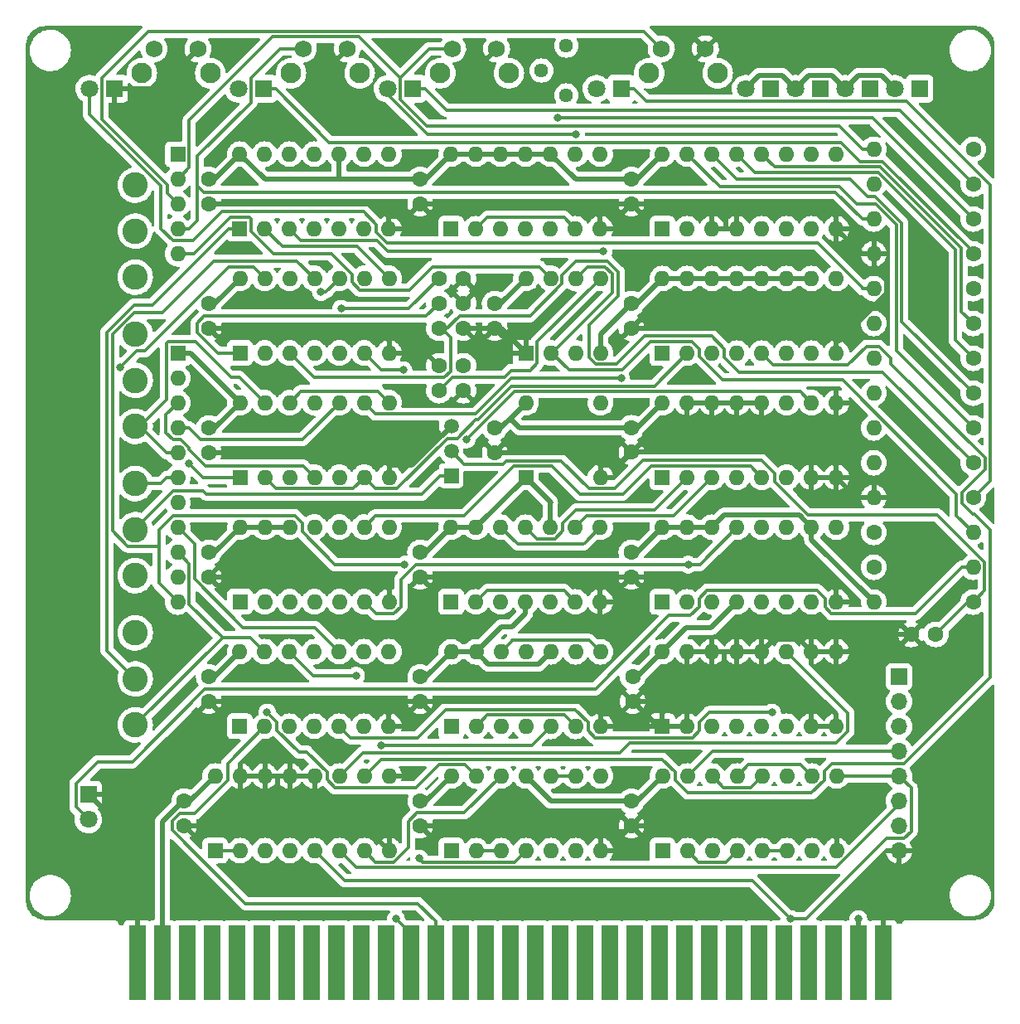
<source format=gtl>
G04 #@! TF.GenerationSoftware,KiCad,Pcbnew,(6.0.9)*
G04 #@! TF.CreationDate,2022-12-02T20:03:53-05:00*
G04 #@! TF.ProjectId,Part 3 - Clock v3,50617274-2033-4202-9d20-436c6f636b20,1.1*
G04 #@! TF.SameCoordinates,Original*
G04 #@! TF.FileFunction,Copper,L1,Top*
G04 #@! TF.FilePolarity,Positive*
%FSLAX46Y46*%
G04 Gerber Fmt 4.6, Leading zero omitted, Abs format (unit mm)*
G04 Created by KiCad (PCBNEW (6.0.9)) date 2022-12-02 20:03:53*
%MOMM*%
%LPD*%
G01*
G04 APERTURE LIST*
G04 #@! TA.AperFunction,ComponentPad*
%ADD10C,1.600000*%
G04 #@! TD*
G04 #@! TA.AperFunction,ComponentPad*
%ADD11O,1.600000X1.600000*%
G04 #@! TD*
G04 #@! TA.AperFunction,ComponentPad*
%ADD12R,1.600000X1.600000*%
G04 #@! TD*
G04 #@! TA.AperFunction,ComponentPad*
%ADD13R,1.800000X1.800000*%
G04 #@! TD*
G04 #@! TA.AperFunction,ComponentPad*
%ADD14C,1.800000*%
G04 #@! TD*
G04 #@! TA.AperFunction,ComponentPad*
%ADD15C,2.100000*%
G04 #@! TD*
G04 #@! TA.AperFunction,ComponentPad*
%ADD16C,1.750000*%
G04 #@! TD*
G04 #@! TA.AperFunction,ComponentPad*
%ADD17C,2.600000*%
G04 #@! TD*
G04 #@! TA.AperFunction,ConnectorPad*
%ADD18R,1.780000X7.620000*%
G04 #@! TD*
G04 #@! TA.AperFunction,ComponentPad*
%ADD19C,1.440000*%
G04 #@! TD*
G04 #@! TA.AperFunction,ComponentPad*
%ADD20R,1.700000X1.700000*%
G04 #@! TD*
G04 #@! TA.AperFunction,ComponentPad*
%ADD21O,1.700000X1.700000*%
G04 #@! TD*
G04 #@! TA.AperFunction,ComponentPad*
%ADD22R,1.500000X1.500000*%
G04 #@! TD*
G04 #@! TA.AperFunction,ComponentPad*
%ADD23C,1.500000*%
G04 #@! TD*
G04 #@! TA.AperFunction,ViaPad*
%ADD24C,0.800000*%
G04 #@! TD*
G04 #@! TA.AperFunction,Conductor*
%ADD25C,0.500000*%
G04 #@! TD*
G04 #@! TA.AperFunction,Conductor*
%ADD26C,0.333000*%
G04 #@! TD*
G04 APERTURE END LIST*
D10*
X186690000Y-76962000D03*
D11*
X176530000Y-76962000D03*
D12*
X111755000Y-67300000D03*
D11*
X114295000Y-67300000D03*
X116835000Y-67300000D03*
X119375000Y-67300000D03*
X121915000Y-67300000D03*
X124455000Y-67300000D03*
X126995000Y-67300000D03*
X126995000Y-59680000D03*
X124455000Y-59680000D03*
X121915000Y-59680000D03*
X119375000Y-59680000D03*
X116835000Y-59680000D03*
X114295000Y-59680000D03*
X111755000Y-59680000D03*
D13*
X96266000Y-125069600D03*
D14*
X96266000Y-127609600D03*
D12*
X154930000Y-67300000D03*
D11*
X157470000Y-67300000D03*
X160010000Y-67300000D03*
X162550000Y-67300000D03*
X165090000Y-67300000D03*
X167630000Y-67300000D03*
X170170000Y-67300000D03*
X172710000Y-67300000D03*
X172710000Y-59680000D03*
X170170000Y-59680000D03*
X167630000Y-59680000D03*
X165090000Y-59680000D03*
X162550000Y-59680000D03*
X160010000Y-59680000D03*
X157470000Y-59680000D03*
X154930000Y-59680000D03*
D10*
X151892000Y-113050000D03*
X151892000Y-115550000D03*
X176530000Y-98298000D03*
D11*
X186690000Y-98298000D03*
D10*
X130185000Y-113060000D03*
X130185000Y-115560000D03*
X182860000Y-108712000D03*
X180360000Y-108712000D03*
X186690000Y-59182000D03*
D11*
X176530000Y-59182000D03*
D10*
X176530000Y-101854000D03*
D11*
X186690000Y-101854000D03*
D15*
X160583000Y-51411700D03*
X153573000Y-51411700D03*
D16*
X154823000Y-48921700D03*
X159323000Y-48921700D03*
D13*
X176128000Y-52990000D03*
D14*
X173588000Y-52990000D03*
D10*
X132100000Y-74910000D03*
X134600000Y-74910000D03*
D12*
X111760000Y-92680000D03*
D11*
X114300000Y-92680000D03*
X116840000Y-92680000D03*
X119380000Y-92680000D03*
X121920000Y-92680000D03*
X124460000Y-92680000D03*
X127000000Y-92680000D03*
X127000000Y-85060000D03*
X124460000Y-85060000D03*
X121920000Y-85060000D03*
X119380000Y-85060000D03*
X116840000Y-85060000D03*
X114300000Y-85060000D03*
X111760000Y-85060000D03*
D17*
X101068600Y-102718600D03*
X101068600Y-98018600D03*
X101068600Y-93318600D03*
D15*
X116987000Y-51411700D03*
X123997000Y-51411700D03*
D16*
X118237000Y-48921700D03*
X122737000Y-48921700D03*
D12*
X111760000Y-105380000D03*
D11*
X114300000Y-105380000D03*
X116840000Y-105380000D03*
X119380000Y-105380000D03*
X121920000Y-105380000D03*
X124460000Y-105380000D03*
X127000000Y-105380000D03*
X127000000Y-97760000D03*
X124460000Y-97760000D03*
X121920000Y-97760000D03*
X119380000Y-97760000D03*
X116840000Y-97760000D03*
X114300000Y-97760000D03*
X111760000Y-97760000D03*
D10*
X186690000Y-87630000D03*
D11*
X176530000Y-87630000D03*
D10*
X108585000Y-87630000D03*
X108585000Y-90130000D03*
D18*
X177490000Y-142200000D03*
X174950000Y-142200000D03*
X172410000Y-142200000D03*
X169870000Y-142200000D03*
X167330000Y-142200000D03*
X164790000Y-142200000D03*
X162250000Y-142200000D03*
X159710000Y-142200000D03*
X157170000Y-142200000D03*
X154630000Y-142200000D03*
X152090000Y-142200000D03*
X149550000Y-142200000D03*
X147010000Y-142200000D03*
X144470000Y-142200000D03*
X141930000Y-142200000D03*
X139390000Y-142200000D03*
X136850000Y-142200000D03*
X134310000Y-142200000D03*
X131770000Y-142200000D03*
X129230000Y-142200000D03*
X126690000Y-142200000D03*
X124150000Y-142200000D03*
X121610000Y-142200000D03*
X119070000Y-142200000D03*
X116530000Y-142200000D03*
X113990000Y-142200000D03*
X111450000Y-142200000D03*
X108910000Y-142200000D03*
X106370000Y-142200000D03*
X103830000Y-142200000D03*
X101290000Y-142200000D03*
D10*
X132100000Y-72370000D03*
X134600000Y-72370000D03*
D12*
X105410000Y-59690000D03*
D11*
X105410000Y-62230000D03*
X105410000Y-64770000D03*
X105410000Y-67310000D03*
X105410000Y-69850000D03*
D10*
X151765000Y-87610000D03*
X151765000Y-90110000D03*
D17*
X101068600Y-72238600D03*
X101068600Y-67538600D03*
X101068600Y-62838600D03*
D12*
X154940000Y-130800000D03*
D11*
X157480000Y-130800000D03*
X160020000Y-130800000D03*
X162560000Y-130800000D03*
X165100000Y-130800000D03*
X167640000Y-130800000D03*
X170180000Y-130800000D03*
X172720000Y-130800000D03*
X172720000Y-123180000D03*
X170180000Y-123180000D03*
X167640000Y-123180000D03*
X165100000Y-123180000D03*
X162560000Y-123180000D03*
X160020000Y-123180000D03*
X157480000Y-123180000D03*
X154940000Y-123180000D03*
D13*
X129393000Y-52991300D03*
D14*
X126853000Y-52991300D03*
D12*
X154930000Y-105400000D03*
D11*
X157470000Y-105400000D03*
X160010000Y-105400000D03*
X162550000Y-105400000D03*
X165090000Y-105400000D03*
X167630000Y-105400000D03*
X170170000Y-105400000D03*
X172710000Y-105400000D03*
X172710000Y-97780000D03*
X170170000Y-97780000D03*
X167630000Y-97780000D03*
X165090000Y-97780000D03*
X162550000Y-97780000D03*
X160010000Y-97780000D03*
X157470000Y-97780000D03*
X154930000Y-97780000D03*
D10*
X186690000Y-94742000D03*
D11*
X176530000Y-94742000D03*
D19*
X145115600Y-53668200D03*
X142575600Y-51128200D03*
X145115600Y-48588200D03*
D10*
X151765000Y-62250000D03*
X151765000Y-64750000D03*
X137795000Y-87630000D03*
X137795000Y-90130000D03*
X108585000Y-74930000D03*
X108585000Y-77430000D03*
X186690000Y-91186000D03*
D11*
X176530000Y-91186000D03*
D12*
X133345000Y-105390000D03*
D11*
X135885000Y-105390000D03*
X138425000Y-105390000D03*
X140965000Y-105390000D03*
X143505000Y-105390000D03*
X146045000Y-105390000D03*
X148585000Y-105390000D03*
X148585000Y-97770000D03*
X146045000Y-97770000D03*
X143505000Y-97770000D03*
X140965000Y-97770000D03*
X138425000Y-97770000D03*
X135885000Y-97770000D03*
X133345000Y-97770000D03*
D13*
X114142000Y-52991300D03*
D14*
X111602000Y-52991300D03*
D12*
X154930000Y-80000000D03*
D11*
X157470000Y-80000000D03*
X160010000Y-80000000D03*
X162550000Y-80000000D03*
X165090000Y-80000000D03*
X167630000Y-80000000D03*
X170170000Y-80000000D03*
X172710000Y-80000000D03*
X172710000Y-72380000D03*
X170170000Y-72380000D03*
X167630000Y-72380000D03*
X165090000Y-72380000D03*
X162550000Y-72380000D03*
X160010000Y-72380000D03*
X157470000Y-72380000D03*
X154930000Y-72380000D03*
D20*
X179114600Y-113019600D03*
D21*
X179114600Y-115559600D03*
X179114600Y-118099600D03*
X179114600Y-120639600D03*
X179114600Y-123179600D03*
X179114600Y-125719600D03*
X179114600Y-128259600D03*
X179114600Y-130799600D03*
D10*
X132100000Y-83820000D03*
X134600000Y-83820000D03*
D15*
X139248000Y-51410400D03*
X132238000Y-51410400D03*
D16*
X133488000Y-48920400D03*
X137988000Y-48920400D03*
D12*
X133355000Y-130800000D03*
D11*
X135895000Y-130800000D03*
X138435000Y-130800000D03*
X140975000Y-130800000D03*
X143515000Y-130800000D03*
X146055000Y-130800000D03*
X148595000Y-130800000D03*
X148595000Y-123180000D03*
X146055000Y-123180000D03*
X143515000Y-123180000D03*
X140975000Y-123180000D03*
X138435000Y-123180000D03*
X135895000Y-123180000D03*
X133355000Y-123180000D03*
D12*
X105410000Y-80010000D03*
D11*
X105410000Y-82550000D03*
X105410000Y-85090000D03*
X105410000Y-87630000D03*
X105410000Y-90170000D03*
X105410000Y-92710000D03*
X105410000Y-95250000D03*
X105410000Y-97790000D03*
X105410000Y-100330000D03*
X105410000Y-102870000D03*
X105410000Y-105410000D03*
D10*
X186690000Y-105410000D03*
D11*
X176530000Y-105410000D03*
D10*
X108585000Y-62250000D03*
X108585000Y-64750000D03*
X106055000Y-125730000D03*
X106055000Y-128230000D03*
X130175000Y-62250000D03*
X130175000Y-64750000D03*
X134600000Y-81280000D03*
X132100000Y-81280000D03*
X132100000Y-77450000D03*
X134600000Y-77450000D03*
D12*
X111755000Y-118100000D03*
D11*
X114295000Y-118100000D03*
X116835000Y-118100000D03*
X119375000Y-118100000D03*
X121915000Y-118100000D03*
X124455000Y-118100000D03*
X126995000Y-118100000D03*
X126995000Y-110480000D03*
X124455000Y-110480000D03*
X121915000Y-110480000D03*
X119375000Y-110480000D03*
X116835000Y-110480000D03*
X114295000Y-110480000D03*
X111755000Y-110480000D03*
D17*
X101068600Y-87478600D03*
X101068600Y-82778600D03*
X101068600Y-78078600D03*
D10*
X137795000Y-74930000D03*
X137795000Y-77430000D03*
X130175000Y-100330000D03*
X130175000Y-102830000D03*
D17*
X101068600Y-117958600D03*
X101068600Y-113258600D03*
X101068600Y-108558600D03*
D12*
X154930000Y-92680000D03*
D11*
X157470000Y-92680000D03*
X160010000Y-92680000D03*
X162550000Y-92680000D03*
X165090000Y-92680000D03*
X167630000Y-92680000D03*
X170170000Y-92680000D03*
X172710000Y-92680000D03*
X172710000Y-85060000D03*
X170170000Y-85060000D03*
X167630000Y-85060000D03*
X165090000Y-85060000D03*
X162550000Y-85060000D03*
X160010000Y-85060000D03*
X157470000Y-85060000D03*
X154930000Y-85060000D03*
D15*
X108742600Y-51411700D03*
X101732600Y-51411700D03*
D16*
X102982600Y-48921700D03*
X107482600Y-48921700D03*
D10*
X130185000Y-125750000D03*
X130185000Y-128250000D03*
D22*
X133350000Y-92505000D03*
D23*
X133350000Y-89965000D03*
X133350000Y-87425000D03*
D12*
X140980000Y-92680000D03*
D11*
X148600000Y-92680000D03*
X148600000Y-85060000D03*
X140980000Y-85060000D03*
D10*
X186690000Y-66294000D03*
D11*
X176530000Y-66294000D03*
D12*
X109225000Y-130800000D03*
D11*
X111765000Y-130800000D03*
X114305000Y-130800000D03*
X116845000Y-130800000D03*
X119385000Y-130800000D03*
X121925000Y-130800000D03*
X124465000Y-130800000D03*
X127005000Y-130800000D03*
X127005000Y-123180000D03*
X124465000Y-123180000D03*
X121925000Y-123180000D03*
X119385000Y-123180000D03*
X116845000Y-123180000D03*
X114305000Y-123180000D03*
X111765000Y-123180000D03*
X109225000Y-123180000D03*
D13*
X165968000Y-52990000D03*
D14*
X163428000Y-52990000D03*
D13*
X171048000Y-52990000D03*
D14*
X168508000Y-52990000D03*
D12*
X133345000Y-67300000D03*
D11*
X135885000Y-67300000D03*
X138425000Y-67300000D03*
X140965000Y-67300000D03*
X143505000Y-67300000D03*
X146045000Y-67300000D03*
X148585000Y-67300000D03*
X148585000Y-59680000D03*
X146045000Y-59680000D03*
X143505000Y-59680000D03*
X140965000Y-59680000D03*
X138425000Y-59680000D03*
X135885000Y-59680000D03*
X133345000Y-59680000D03*
D10*
X186690000Y-69850000D03*
D11*
X176530000Y-69850000D03*
D13*
X181208000Y-52990000D03*
D14*
X178668000Y-52990000D03*
D12*
X111760000Y-79980000D03*
D11*
X114300000Y-79980000D03*
X116840000Y-79980000D03*
X119380000Y-79980000D03*
X121920000Y-79980000D03*
X124460000Y-79980000D03*
X127000000Y-79980000D03*
X127000000Y-72360000D03*
X124460000Y-72360000D03*
X121920000Y-72360000D03*
X119380000Y-72360000D03*
X116840000Y-72360000D03*
X114300000Y-72360000D03*
X111760000Y-72360000D03*
D12*
X140985000Y-79980000D03*
D11*
X143525000Y-79980000D03*
X146065000Y-79980000D03*
X148605000Y-79980000D03*
X148605000Y-72360000D03*
X146065000Y-72360000D03*
X143525000Y-72360000D03*
X140985000Y-72360000D03*
D10*
X151775000Y-125750000D03*
X151775000Y-128250000D03*
X186690000Y-62738000D03*
D11*
X176530000Y-62738000D03*
D12*
X133355000Y-118110000D03*
D11*
X135895000Y-118110000D03*
X138435000Y-118110000D03*
X140975000Y-118110000D03*
X143515000Y-118110000D03*
X146055000Y-118110000D03*
X148595000Y-118110000D03*
X148595000Y-110490000D03*
X146055000Y-110490000D03*
X143515000Y-110490000D03*
X140975000Y-110490000D03*
X138435000Y-110490000D03*
X135895000Y-110490000D03*
X133355000Y-110490000D03*
D10*
X151765000Y-100330000D03*
X151765000Y-102830000D03*
X186690000Y-84074000D03*
D11*
X176530000Y-84074000D03*
D10*
X151765000Y-74930000D03*
X151765000Y-77430000D03*
D12*
X154930000Y-118100000D03*
D11*
X157470000Y-118100000D03*
X160010000Y-118100000D03*
X162550000Y-118100000D03*
X165090000Y-118100000D03*
X167630000Y-118100000D03*
X170170000Y-118100000D03*
X172710000Y-118100000D03*
X172710000Y-110480000D03*
X170170000Y-110480000D03*
X167630000Y-110480000D03*
X165090000Y-110480000D03*
X162550000Y-110480000D03*
X160010000Y-110480000D03*
X157470000Y-110480000D03*
X154930000Y-110480000D03*
D10*
X108585000Y-113050000D03*
X108585000Y-115550000D03*
X108585000Y-100330000D03*
X108585000Y-102830000D03*
D13*
X98913000Y-52990000D03*
D14*
X96373000Y-52990000D03*
D10*
X186690000Y-73406000D03*
D11*
X176530000Y-73406000D03*
D13*
X150728000Y-52990000D03*
D14*
X148188000Y-52990000D03*
D10*
X186690000Y-80518000D03*
D11*
X176530000Y-80518000D03*
D24*
X174950000Y-137775000D03*
X144191300Y-55975900D03*
X122103800Y-75462600D03*
X146081600Y-57680600D03*
X123631600Y-112925200D03*
X127704500Y-137775000D03*
X168035800Y-137775000D03*
X114546700Y-116684400D03*
X128602500Y-101588600D03*
X130075300Y-131589800D03*
X157565000Y-101580000D03*
X120037600Y-73756100D03*
X99517500Y-81471200D03*
X128459900Y-81718700D03*
X150707500Y-82574900D03*
X106576800Y-91288800D03*
X126227900Y-120047100D03*
X148884000Y-69607200D03*
X166139200Y-116703600D03*
X134926700Y-88809100D03*
D25*
X121915000Y-59680000D02*
X121915000Y-62235000D01*
X139387500Y-86652500D02*
X140345000Y-87610000D01*
X152380000Y-100330000D02*
X154930000Y-97780000D01*
X130185000Y-125750000D02*
X130785000Y-125750000D01*
X108585000Y-100330000D02*
X109190000Y-100330000D01*
X140975000Y-123180000D02*
X143545000Y-125750000D01*
X130175000Y-62250000D02*
X130775000Y-62250000D01*
X162550000Y-105400000D02*
X159918700Y-108031300D01*
X167630000Y-72380000D02*
X170170000Y-72380000D01*
X151892000Y-113050000D02*
X152360000Y-113050000D01*
X109190000Y-87630000D02*
X111760000Y-85060000D01*
X151765000Y-74930000D02*
X152380000Y-74930000D01*
X174950000Y-142200000D02*
X174950000Y-137939700D01*
X140345000Y-87610000D02*
X151765000Y-87610000D01*
X177317600Y-51639600D02*
X174938400Y-51639600D01*
X114300000Y-97760000D02*
X111760000Y-97760000D01*
X105410000Y-80010000D02*
X106710000Y-80010000D01*
X164778400Y-51639600D02*
X167157600Y-51639600D01*
X152360000Y-62250000D02*
X154930000Y-59680000D01*
X109185000Y-113050000D02*
X111755000Y-110480000D01*
X152380000Y-87610000D02*
X154930000Y-85060000D01*
X152370000Y-125750000D02*
X154940000Y-123180000D01*
X151765000Y-62250000D02*
X152360000Y-62250000D01*
X106675000Y-125730000D02*
X109225000Y-123180000D01*
X137795000Y-74930000D02*
X138415000Y-74930000D01*
X138410000Y-87630000D02*
X140980000Y-85060000D01*
X160010000Y-72380000D02*
X157470000Y-72380000D01*
X152360000Y-113050000D02*
X154930000Y-110480000D01*
X140975000Y-92680000D02*
X140980000Y-92680000D01*
X130785000Y-113060000D02*
X133355000Y-110490000D01*
X130175000Y-100330000D02*
X130785000Y-100330000D01*
X105957000Y-125730000D02*
X103830000Y-127857000D01*
X135885000Y-97770000D02*
X140975000Y-92680000D01*
X109190000Y-74930000D02*
X111760000Y-72360000D01*
X139573000Y-107950000D02*
X140965000Y-106558000D01*
X130175000Y-62250000D02*
X130475000Y-62250000D01*
X108585000Y-62250000D02*
X109185000Y-62250000D01*
X130185000Y-113060000D02*
X130785000Y-113060000D01*
X130775000Y-62250000D02*
X133345000Y-59680000D01*
X170170000Y-97780000D02*
X168919600Y-96529600D01*
X160010000Y-97780000D02*
X161260400Y-96529600D01*
X174950000Y-137939700D02*
X174950000Y-137775000D01*
X103830000Y-142200000D02*
X103830000Y-137939700D01*
X151765000Y-87610000D02*
X152380000Y-87610000D01*
X138425000Y-59680000D02*
X140965000Y-59680000D01*
X140965000Y-106558000D02*
X140965000Y-105390000D01*
X138415000Y-74930000D02*
X140985000Y-72360000D01*
X151765000Y-74930000D02*
X152380000Y-74930000D01*
X106055000Y-125730000D02*
X105957000Y-125730000D01*
X106055000Y-125730000D02*
X106675000Y-125730000D01*
X133355000Y-110490000D02*
X134605300Y-110490000D01*
X108585000Y-74930000D02*
X109190000Y-74930000D01*
X108585000Y-87630000D02*
X109190000Y-87630000D01*
X178668000Y-52990000D02*
X177317600Y-51639600D01*
X148605000Y-78090000D02*
X151765000Y-74930000D01*
X106675000Y-125730000D02*
X109225000Y-123180000D01*
X174938400Y-51639600D02*
X173588000Y-52990000D01*
X173588000Y-52990000D02*
X172237600Y-51639600D01*
X135895000Y-110490000D02*
X137145400Y-111740400D01*
X151775000Y-125750000D02*
X152370000Y-125750000D01*
X152380000Y-74930000D02*
X154930000Y-72380000D01*
X143510000Y-95250000D02*
X143505000Y-95255000D01*
X165090000Y-72380000D02*
X167630000Y-72380000D01*
X163428000Y-52990000D02*
X164778400Y-51639600D01*
X135269900Y-110490000D02*
X134605300Y-110490000D01*
X157470000Y-97780000D02*
X154930000Y-97780000D01*
X130185000Y-113060000D02*
X130785000Y-113060000D01*
X160010000Y-97780000D02*
X158759700Y-97780000D01*
X137795000Y-87630000D02*
X138410000Y-87630000D01*
X130185000Y-125750000D02*
X130785000Y-125750000D01*
X130175000Y-62250000D02*
X121900000Y-62250000D01*
X152380000Y-100330000D02*
X154930000Y-97780000D01*
X140980000Y-92720000D02*
X143510000Y-95250000D01*
X116840000Y-97760000D02*
X114300000Y-97760000D01*
X108585000Y-113050000D02*
X109185000Y-113050000D01*
X162550000Y-72380000D02*
X165090000Y-72380000D01*
X109185000Y-113050000D02*
X111755000Y-110480000D01*
X140965000Y-59680000D02*
X143505000Y-59680000D01*
X108585000Y-100330000D02*
X109190000Y-100330000D01*
X106055000Y-125730000D02*
X106675000Y-125730000D01*
X159918700Y-108031300D02*
X157378700Y-108031300D01*
X170170000Y-99050000D02*
X176530000Y-105410000D01*
X130785000Y-125750000D02*
X133355000Y-123180000D01*
X169858400Y-51639600D02*
X168508000Y-52990000D01*
X108585000Y-62250000D02*
X109185000Y-62250000D01*
X143515000Y-110490000D02*
X142264600Y-111740400D01*
X148605000Y-79980000D02*
X148605000Y-78090000D01*
X135895000Y-110490000D02*
X138435000Y-107950000D01*
X109185000Y-62250000D02*
X111755000Y-59680000D01*
X146075000Y-62250000D02*
X151765000Y-62250000D01*
X109190000Y-100330000D02*
X111760000Y-97760000D01*
X160010000Y-72380000D02*
X162550000Y-72380000D01*
X108585000Y-113050000D02*
X109185000Y-113050000D01*
X106710000Y-80010000D02*
X111760000Y-85060000D01*
X130785000Y-125750000D02*
X133355000Y-123180000D01*
X121915000Y-62235000D02*
X121900000Y-62250000D01*
X151765000Y-100330000D02*
X152380000Y-100330000D01*
X121900000Y-62250000D02*
X114325000Y-62250000D01*
X158759700Y-97780000D02*
X157470000Y-97780000D01*
X157470000Y-72380000D02*
X154930000Y-72380000D01*
X138435000Y-107950000D02*
X139573000Y-107950000D01*
X130785000Y-113060000D02*
X133355000Y-110490000D01*
X172237600Y-51639600D02*
X169858400Y-51639600D01*
X135885000Y-59680000D02*
X133345000Y-59680000D01*
X152380000Y-87610000D02*
X154930000Y-85060000D01*
X152370000Y-125750000D02*
X154940000Y-123180000D01*
X167157600Y-51639600D02*
X168508000Y-52990000D01*
X133345000Y-97770000D02*
X135885000Y-97770000D01*
X139387500Y-86652500D02*
X140980000Y-85060000D01*
X151765000Y-62250000D02*
X152360000Y-62250000D01*
X109190000Y-87630000D02*
X111760000Y-85060000D01*
X109190000Y-100330000D02*
X111760000Y-97760000D01*
X151775000Y-125750000D02*
X152370000Y-125750000D01*
X109185000Y-62250000D02*
X111755000Y-59680000D01*
X151765000Y-87610000D02*
X152380000Y-87610000D01*
X152380000Y-74930000D02*
X154930000Y-72380000D01*
X137795000Y-87630000D02*
X138410000Y-87630000D01*
X138425000Y-59680000D02*
X135885000Y-59680000D01*
X138415000Y-74930000D02*
X140985000Y-72360000D01*
X108585000Y-87630000D02*
X109190000Y-87630000D01*
X108585000Y-74930000D02*
X109190000Y-74930000D01*
X137795000Y-74930000D02*
X138415000Y-74930000D01*
X152360000Y-62250000D02*
X154930000Y-59680000D01*
X135895000Y-110490000D02*
X135269900Y-110490000D01*
X130785000Y-100330000D02*
X133345000Y-97770000D01*
X130175000Y-100330000D02*
X130785000Y-100330000D01*
X130775000Y-62250000D02*
X133345000Y-59680000D01*
X143505000Y-95255000D02*
X143505000Y-97770000D01*
X151892000Y-113050000D02*
X152360000Y-113050000D01*
X140980000Y-92680000D02*
X140980000Y-92720000D01*
X143505000Y-59680000D02*
X146075000Y-62250000D01*
X103830000Y-127857000D02*
X103830000Y-137939700D01*
X109190000Y-74930000D02*
X111760000Y-72360000D01*
X143545000Y-125750000D02*
X151775000Y-125750000D01*
X114325000Y-62250000D02*
X111755000Y-59680000D01*
X151765000Y-100330000D02*
X152380000Y-100330000D01*
X154930000Y-110480000D02*
X157378700Y-108031300D01*
X168919600Y-96529600D02*
X161260400Y-96529600D01*
X170170000Y-97780000D02*
X170170000Y-99050000D01*
X142264600Y-111740400D02*
X137145400Y-111740400D01*
X130785000Y-100330000D02*
X133345000Y-97770000D01*
X152360000Y-113050000D02*
X154930000Y-110480000D01*
X138410000Y-87630000D02*
X139387500Y-86652500D01*
X160010000Y-110480000D02*
X162550000Y-110480000D01*
X176530000Y-69850000D02*
X176530000Y-71100300D01*
X127000000Y-91440000D02*
X127000000Y-92680000D01*
X130175000Y-102830000D02*
X147280000Y-102830000D01*
X151765000Y-64750000D02*
X161280000Y-64750000D01*
X171410000Y-77430000D02*
X172710000Y-78730000D01*
X126995000Y-66035000D02*
X126995000Y-67300000D01*
X147280000Y-90130000D02*
X148600000Y-91450000D01*
X172710000Y-92679800D02*
X172710000Y-92680000D01*
X151765000Y-90110000D02*
X150425000Y-91450000D01*
X108585000Y-90130000D02*
X125690000Y-90130000D01*
X137795000Y-90130000D02*
X147280000Y-90130000D01*
X148416600Y-65866600D02*
X148585000Y-66035000D01*
X129335000Y-91440000D02*
X127000000Y-91440000D01*
X148595000Y-116845000D02*
X148595000Y-118110000D01*
X171390000Y-90110000D02*
X172710000Y-88790000D01*
X160939200Y-90110000D02*
X171390000Y-90110000D01*
X176530000Y-94742000D02*
X174772000Y-94742000D01*
X106055000Y-128230000D02*
X115575000Y-128230000D01*
X127000000Y-79980000D02*
X128250300Y-79980000D01*
X160010000Y-110480000D02*
X161260300Y-110480000D01*
X148600000Y-91450000D02*
X148600000Y-92680000D01*
X125690000Y-77430000D02*
X127000000Y-78740000D01*
X157413000Y-90110000D02*
X160939200Y-90110000D01*
X137795000Y-77430000D02*
X138435000Y-77430000D01*
X147280000Y-102830000D02*
X148585000Y-104135000D01*
X148585000Y-104135000D02*
X148585000Y-105390000D01*
X165090000Y-110480000D02*
X166340300Y-109229700D01*
X114305000Y-123180000D02*
X115555300Y-123180000D01*
X130231500Y-64750000D02*
X147300000Y-64750000D01*
X108585000Y-77430000D02*
X125690000Y-77430000D01*
X157470000Y-118100000D02*
X154930000Y-118100000D01*
X171430000Y-115550000D02*
X172710000Y-116830000D01*
X177852800Y-72423100D02*
X177852800Y-73870800D01*
X130231500Y-64750000D02*
X128946500Y-66035000D01*
X115575000Y-128230000D02*
X124435000Y-128230000D01*
X151765000Y-102830000D02*
X149890000Y-102830000D01*
X127000000Y-104140000D02*
X127000000Y-105380000D01*
X133350000Y-87425000D02*
X129335000Y-91440000D01*
X151765000Y-77430000D02*
X171410000Y-77430000D01*
X151892000Y-115550000D02*
X150597000Y-116845000D01*
X138435000Y-77430000D02*
X140985000Y-79980000D01*
X151765000Y-64750000D02*
X171430000Y-64750000D01*
X126995000Y-66035000D02*
X126995000Y-67300000D01*
X160010000Y-85060000D02*
X158720300Y-85060000D01*
X160010000Y-110480000D02*
X157470000Y-110480000D01*
X157470000Y-85060000D02*
X157470000Y-90053000D01*
X172710000Y-78730000D02*
X172710000Y-80000000D01*
X147280000Y-90130000D02*
X148600000Y-91450000D01*
X148585000Y-104135000D02*
X148585000Y-105390000D01*
X119385000Y-123180000D02*
X116845000Y-123180000D01*
X161115500Y-115550000D02*
X171430000Y-115550000D01*
X125690000Y-90130000D02*
X127000000Y-91440000D01*
X147947500Y-128897500D02*
X148595000Y-129545000D01*
X171430000Y-115550000D02*
X172710000Y-116830000D01*
X128270000Y-115560000D02*
X126995000Y-116835000D01*
X103414300Y-52990000D02*
X107482600Y-48921700D01*
X151775000Y-128250000D02*
X171430000Y-128250000D01*
X170170000Y-110480000D02*
X168919700Y-109229700D01*
X172710000Y-116830000D02*
X172710000Y-118100000D01*
X172720000Y-129540000D02*
X172720000Y-130800000D01*
X126995000Y-116835000D02*
X126995000Y-118100000D01*
X172710000Y-117465000D02*
X172710000Y-118100000D01*
X148600000Y-91450000D02*
X148600000Y-92680000D01*
X171430000Y-128250000D02*
X172720000Y-129540000D01*
X160010000Y-67300000D02*
X161427000Y-67300000D01*
X171390000Y-90110000D02*
X172710000Y-91430000D01*
X151765000Y-64750000D02*
X149533200Y-64750000D01*
X130175000Y-64750000D02*
X130231500Y-64750000D01*
X108585000Y-115550000D02*
X125710000Y-115550000D01*
X108585000Y-77430000D02*
X125690000Y-77430000D01*
X148585000Y-66035000D02*
X148585000Y-67300000D01*
X147300000Y-64750000D02*
X148585000Y-66035000D01*
X172710000Y-104130000D02*
X172710000Y-105400000D01*
X170170000Y-110480000D02*
X172710000Y-110480000D01*
X130800000Y-79980000D02*
X128250300Y-79980000D01*
X130185000Y-128250000D02*
X147300000Y-128250000D01*
X170170000Y-118100000D02*
X172710000Y-118100000D01*
X170170000Y-92680000D02*
X171420300Y-92680000D01*
X115575000Y-123180000D02*
X115555300Y-123180000D01*
X130185000Y-115560000D02*
X147310000Y-115560000D01*
X124435000Y-128230000D02*
X127005000Y-130800000D01*
X125710000Y-64750000D02*
X126995000Y-66035000D01*
X151765000Y-77430000D02*
X171410000Y-77430000D01*
X171430000Y-64750000D02*
X172710000Y-66030000D01*
X165090000Y-110480000D02*
X163839700Y-110480000D01*
X176530000Y-69850000D02*
X175260000Y-69850000D01*
X154442000Y-118100000D02*
X154930000Y-118100000D01*
X125690000Y-102830000D02*
X127000000Y-104140000D01*
X151765000Y-102830000D02*
X171410000Y-102830000D01*
X172710000Y-66030000D02*
X172710000Y-66930300D01*
X171410000Y-102830000D02*
X172710000Y-104130000D01*
X125710000Y-64750000D02*
X126995000Y-66035000D01*
X106055000Y-128230000D02*
X124435000Y-128230000D01*
X177852800Y-73870800D02*
X172993600Y-78730000D01*
X125690000Y-102830000D02*
X127000000Y-104140000D01*
X177490000Y-133724500D02*
X177490000Y-142200000D01*
X157470000Y-85060000D02*
X158720300Y-85060000D01*
X108585000Y-64750000D02*
X125710000Y-64750000D01*
X115575000Y-128230000D02*
X115575000Y-123180000D01*
X151892000Y-115550000D02*
X155501000Y-115550000D01*
X179114600Y-132099900D02*
X177490000Y-133724500D01*
X162550000Y-110480000D02*
X163839700Y-110480000D01*
X127000000Y-104140000D02*
X127000000Y-105380000D01*
X171420500Y-92679800D02*
X171420300Y-92680000D01*
X148595000Y-129545000D02*
X148595000Y-130800000D01*
X150597000Y-116845000D02*
X148595000Y-116845000D01*
X147947500Y-128897500D02*
X151127500Y-128897500D01*
X130185000Y-115560000D02*
X147310000Y-115560000D01*
X171430000Y-128250000D02*
X172720000Y-129540000D01*
X137795000Y-90130000D02*
X147280000Y-90130000D01*
X172993600Y-78730000D02*
X172710000Y-78730000D01*
X108585000Y-115550000D02*
X125710000Y-115550000D01*
X151127500Y-128897500D02*
X151775000Y-128250000D01*
X108585000Y-102830000D02*
X125690000Y-102830000D01*
X137775000Y-77450000D02*
X137795000Y-77430000D01*
X172710000Y-91430000D02*
X172710000Y-92680000D01*
X172710000Y-110480000D02*
X173960300Y-110480000D01*
X101290000Y-142200000D02*
X101290000Y-130093600D01*
X161427000Y-67300000D02*
X162550000Y-67300000D01*
X157470000Y-90053000D02*
X157413000Y-90110000D01*
X125690000Y-90130000D02*
X127000000Y-91440000D01*
X125710000Y-115550000D02*
X126995000Y-116835000D01*
X148595000Y-129545000D02*
X148595000Y-130800000D01*
X138435000Y-77430000D02*
X140985000Y-79980000D01*
X171410000Y-102830000D02*
X172710000Y-104130000D01*
X171430000Y-64750000D02*
X172710000Y-66030000D01*
X127000000Y-78740000D02*
X127000000Y-79980000D01*
X108585000Y-90130000D02*
X125690000Y-90130000D01*
X101290000Y-130093600D02*
X96266000Y-125069600D01*
X134600000Y-77450000D02*
X137775000Y-77450000D01*
X176530000Y-71100300D02*
X177852800Y-72423100D01*
X151775000Y-128250000D02*
X171430000Y-128250000D01*
X108585000Y-102830000D02*
X125690000Y-102830000D01*
X128946500Y-66035000D02*
X126995000Y-66035000D01*
X172720000Y-129540000D02*
X172720000Y-130800000D01*
X161427000Y-64897000D02*
X161280000Y-64750000D01*
X171410000Y-77430000D02*
X172710000Y-78730000D01*
X125710000Y-115550000D02*
X126995000Y-116835000D01*
X161280000Y-64750000D02*
X171430000Y-64750000D01*
X172710000Y-104130000D02*
X172710000Y-105400000D01*
X126995000Y-116835000D02*
X126995000Y-118100000D01*
X151892000Y-115550000D02*
X154442000Y-118100000D01*
X147300000Y-64750000D02*
X148416600Y-65866600D01*
X170170000Y-118100000D02*
X171420300Y-118100000D01*
X161260300Y-110480000D02*
X161260300Y-115405200D01*
X132100000Y-81280000D02*
X130800000Y-79980000D01*
X172710000Y-78730000D02*
X172710000Y-80000000D01*
X130185000Y-128250000D02*
X147300000Y-128250000D01*
X151892000Y-115550000D02*
X171430000Y-115550000D01*
X127000000Y-91440000D02*
X127000000Y-92680000D01*
X172710000Y-88790000D02*
X172710000Y-85060000D01*
X147300000Y-128250000D02*
X148595000Y-129545000D01*
X172710000Y-116830000D02*
X172710000Y-117465000D01*
X137795000Y-77430000D02*
X138435000Y-77430000D01*
X161260300Y-115405200D02*
X161115500Y-115550000D01*
X149890000Y-102830000D02*
X148585000Y-104135000D01*
X172710000Y-66030000D02*
X172710000Y-67300000D01*
X130175000Y-64750000D02*
X147300000Y-64750000D01*
X98913000Y-52990000D02*
X103414300Y-52990000D01*
X174772000Y-94742000D02*
X172710000Y-92680000D01*
X130175000Y-102830000D02*
X147280000Y-102830000D01*
X172710000Y-92679800D02*
X171420500Y-92679800D01*
X161427000Y-67300000D02*
X161427000Y-64897000D01*
X151765000Y-102830000D02*
X171410000Y-102830000D01*
X175728300Y-108712000D02*
X173960300Y-110480000D01*
X168919700Y-109229700D02*
X166340300Y-109229700D01*
X149533200Y-64750000D02*
X148416600Y-65866600D01*
X127000000Y-78740000D02*
X127000000Y-79980000D01*
X180360000Y-108712000D02*
X175728300Y-108712000D01*
X172710000Y-91430000D02*
X172710000Y-92679800D01*
X151765000Y-90110000D02*
X171390000Y-90110000D01*
X111765000Y-123180000D02*
X114305000Y-123180000D01*
X175260000Y-69850000D02*
X172710000Y-67300000D01*
X179114600Y-130799600D02*
X179114600Y-132099900D01*
X116845000Y-123180000D02*
X115575000Y-123180000D01*
X147310000Y-115560000D02*
X148595000Y-116845000D01*
X148585000Y-66035000D02*
X148585000Y-67300000D01*
X125690000Y-77430000D02*
X127000000Y-78740000D01*
X151765000Y-90110000D02*
X157413000Y-90110000D01*
X162550000Y-85060000D02*
X165090000Y-85060000D01*
X147310000Y-115560000D02*
X148595000Y-116845000D01*
X171390000Y-90110000D02*
X172710000Y-91430000D01*
X147300000Y-128250000D02*
X147947500Y-128897500D01*
X150425000Y-91450000D02*
X148600000Y-91450000D01*
X124435000Y-128230000D02*
X127005000Y-130800000D01*
X148595000Y-116845000D02*
X148595000Y-118110000D01*
X108585000Y-64750000D02*
X125710000Y-64750000D01*
X155501000Y-115550000D02*
X161115500Y-115550000D01*
X162550000Y-85060000D02*
X160010000Y-85060000D01*
X130185000Y-115560000D02*
X128270000Y-115560000D01*
X172710000Y-66930300D02*
X172710000Y-67300000D01*
X147280000Y-102830000D02*
X148585000Y-104135000D01*
D26*
X176371900Y-55975900D02*
X186690000Y-66294000D01*
X129007400Y-75462600D02*
X122103800Y-75462600D01*
X132100000Y-72370000D02*
X129007400Y-75462600D01*
X144191300Y-55975900D02*
X176371900Y-55975900D01*
X157961700Y-78818400D02*
X158740000Y-79596700D01*
X184989900Y-96597900D02*
X184989900Y-94392300D01*
X149807700Y-71905500D02*
X149090500Y-71188300D01*
X150838700Y-81680500D02*
X153700800Y-78818400D01*
X149090500Y-71188300D02*
X147236700Y-71188300D01*
X186690000Y-98298000D02*
X184989900Y-96597900D01*
X153700800Y-78818400D02*
X157961700Y-78818400D01*
X147236700Y-71188300D02*
X146065000Y-72360000D01*
X143678100Y-79980000D02*
X149807700Y-73850400D01*
X149807700Y-73850400D02*
X149807700Y-71905500D01*
X158740000Y-79596700D02*
X158740000Y-80381900D01*
X145378600Y-81680500D02*
X150838700Y-81680500D01*
X161077600Y-82719500D02*
X173317100Y-82719500D01*
X143678100Y-79980000D02*
X145378600Y-81680500D01*
X173317100Y-82719500D02*
X184989900Y-94392300D01*
X158740000Y-80381900D02*
X161077600Y-82719500D01*
X143525000Y-79980000D02*
X143678100Y-79980000D01*
X130780400Y-76229600D02*
X132100000Y-74910000D01*
X111760000Y-79980000D02*
X109477500Y-79980000D01*
X107402700Y-76927900D02*
X108101000Y-76229600D01*
X109477500Y-79980000D02*
X107402700Y-77905200D01*
X108101000Y-76229600D02*
X130780400Y-76229600D01*
X107402700Y-77905200D02*
X107402700Y-76927900D01*
X134199500Y-76180000D02*
X141403900Y-76180000D01*
X177419000Y-81915000D02*
X186690000Y-91186000D01*
X150240800Y-81147200D02*
X153136700Y-78251300D01*
X132634000Y-77745500D02*
X134199500Y-76180000D01*
X161280000Y-79558200D02*
X161280000Y-80463200D01*
X161280000Y-80463200D02*
X162731800Y-81915000D01*
X132248300Y-77598300D02*
X132100000Y-77450000D01*
X146125300Y-70600500D02*
X149331900Y-70600500D01*
X133271900Y-81826100D02*
X133271900Y-78383500D01*
X159973100Y-78251300D02*
X161280000Y-79558200D01*
X132612500Y-82485500D02*
X133271900Y-81826100D01*
X141403900Y-76180000D02*
X144693300Y-72890600D01*
X149331900Y-70600500D02*
X150397800Y-71666400D01*
X153136700Y-78251300D02*
X159973100Y-78251300D01*
X148106500Y-81147200D02*
X150240800Y-81147200D01*
X162731800Y-81915000D02*
X177419000Y-81915000D01*
X147419800Y-80460500D02*
X148106500Y-81147200D01*
X144693300Y-72032500D02*
X146125300Y-70600500D01*
X132486700Y-77598300D02*
X132248300Y-77598300D01*
X133271900Y-78383500D02*
X132634000Y-77745500D01*
X132634000Y-77745500D02*
X132486700Y-77598300D01*
X144693300Y-72890600D02*
X144693300Y-72032500D01*
X150397800Y-71666400D02*
X150397800Y-74167700D01*
X147419800Y-77145700D02*
X147419800Y-80460500D01*
X150397800Y-74167700D02*
X147419800Y-77145700D01*
X119345500Y-82485500D02*
X132612500Y-82485500D01*
X116840000Y-79980000D02*
X119345500Y-82485500D01*
X186162000Y-105410000D02*
X182860000Y-108712000D01*
X187865600Y-101359500D02*
X187865600Y-104234400D01*
X166402900Y-92310100D02*
X166402900Y-93104700D01*
X133350000Y-89965000D02*
X134698200Y-91313200D01*
X150064700Y-93846900D02*
X152981100Y-90930500D01*
X147454800Y-93846900D02*
X150064700Y-93846900D01*
X138961800Y-90979800D02*
X144587700Y-90979800D01*
X152981100Y-90930500D02*
X165023300Y-90930500D01*
X183026100Y-96520000D02*
X187865600Y-101359500D01*
X144587700Y-90979800D02*
X147454800Y-93846900D01*
X134698200Y-91313200D02*
X138628400Y-91313200D01*
X186690000Y-105410000D02*
X186162000Y-105410000D01*
X187865600Y-104234400D02*
X186690000Y-105410000D01*
X138628400Y-91313200D02*
X138961800Y-90979800D01*
X165023300Y-90930500D02*
X166402900Y-92310100D01*
X169818200Y-96520000D02*
X183026100Y-96520000D01*
X166402900Y-93104700D02*
X169818200Y-96520000D01*
X141409400Y-81741800D02*
X139509400Y-81741800D01*
X142151900Y-78813100D02*
X142151900Y-80999300D01*
X139509400Y-81741800D02*
X138804300Y-82446900D01*
X148605000Y-72360000D02*
X142151900Y-78813100D01*
X142151900Y-80999300D02*
X141409400Y-81741800D01*
X133473100Y-82446900D02*
X132100000Y-83820000D01*
X138804300Y-82446900D02*
X133473100Y-82446900D01*
X170801200Y-68771100D02*
X126812100Y-68771100D01*
X109966400Y-65564400D02*
X107006900Y-68523900D01*
X103702300Y-67287900D02*
X103702300Y-62941500D01*
X125725000Y-67684000D02*
X125725000Y-66881400D01*
X176530000Y-73406000D02*
X175363200Y-73406000D01*
X126812100Y-68771100D02*
X125725000Y-67684000D01*
X124408000Y-65564400D02*
X109966400Y-65564400D01*
X175363200Y-73333100D02*
X170801200Y-68771100D01*
X96373000Y-55612200D02*
X96373000Y-52990000D01*
X103702300Y-62941500D02*
X96373000Y-55612200D01*
X175363200Y-73406000D02*
X175363200Y-73333100D01*
X104938300Y-68523900D02*
X103702300Y-67287900D01*
X125725000Y-66881400D02*
X124408000Y-65564400D01*
X107006900Y-68523900D02*
X104938300Y-68523900D01*
X127000000Y-85060000D02*
X125833200Y-83893200D01*
X116840000Y-85060000D02*
X118006800Y-83893200D01*
X125833200Y-83893200D02*
X118006800Y-83893200D01*
X130928000Y-57680600D02*
X126853000Y-53605600D01*
X146081600Y-57680600D02*
X130928000Y-57680600D01*
X126853000Y-53605600D02*
X126853000Y-52991300D01*
X131770000Y-142200000D02*
X131770000Y-138023200D01*
X114295000Y-118100000D02*
X110495000Y-121900000D01*
X104842000Y-127788800D02*
X104842000Y-128706100D01*
X110495000Y-123617700D02*
X107132700Y-126980000D01*
X110495000Y-123617700D02*
X110495000Y-121900000D01*
X129954200Y-136207400D02*
X131770000Y-138023200D01*
X104842000Y-128706100D02*
X112343300Y-136207400D01*
X105650800Y-126980000D02*
X104842000Y-127788800D01*
X107132700Y-126980000D02*
X105650800Y-126980000D01*
X112343300Y-136207400D02*
X129954200Y-136207400D01*
X116835000Y-110480000D02*
X119280200Y-112925200D01*
X129230000Y-139300500D02*
X127704500Y-137775000D01*
X129230000Y-142200000D02*
X129230000Y-139300500D01*
X119280200Y-112925200D02*
X123631600Y-112925200D01*
X160020400Y-120639600D02*
X179114600Y-120639600D01*
X157480000Y-123180000D02*
X160020400Y-120639600D01*
X177853300Y-129529600D02*
X169607900Y-137775000D01*
X180345400Y-124410400D02*
X180345400Y-128827700D01*
X119385000Y-130800000D02*
X122443300Y-133858300D01*
X180345400Y-128827700D02*
X179643500Y-129529600D01*
X173886800Y-123180000D02*
X173887200Y-123179600D01*
X179643500Y-129529600D02*
X177853300Y-129529600D01*
X123318400Y-133858300D02*
X164119100Y-133858300D01*
X122443300Y-133858300D02*
X123318400Y-133858300D01*
X173887200Y-123179600D02*
X179114600Y-123179600D01*
X172720000Y-123180000D02*
X173886800Y-123180000D01*
X179114600Y-123179600D02*
X180345400Y-124410400D01*
X164119100Y-133858300D02*
X168035800Y-137775000D01*
X169607900Y-137775000D02*
X168035800Y-137775000D01*
X110588200Y-67300000D02*
X102809600Y-75078600D01*
X98168800Y-77856100D02*
X98168800Y-110358800D01*
X101068600Y-98018600D02*
X101068600Y-97920600D01*
X130354300Y-94383900D02*
X132233200Y-92505000D01*
X133350000Y-92505000D02*
X132233200Y-92505000D01*
X108332200Y-94383900D02*
X130354300Y-94383900D01*
X100946300Y-75078600D02*
X98168800Y-77856100D01*
X104950200Y-94039000D02*
X107987300Y-94039000D01*
X107987300Y-94039000D02*
X108332200Y-94383900D01*
X111755000Y-67300000D02*
X110588200Y-67300000D01*
X102809600Y-75078600D02*
X100946300Y-75078600D01*
X98168800Y-110358800D02*
X101068600Y-113258600D01*
X101068600Y-97920600D02*
X104950200Y-94039000D01*
X129755500Y-124394400D02*
X132136700Y-122013200D01*
X115565000Y-118488300D02*
X117814800Y-120738100D01*
X120655000Y-123563300D02*
X120655000Y-122779700D01*
X132136700Y-122013200D02*
X134728200Y-122013200D01*
X121486100Y-124394400D02*
X120655000Y-123563300D01*
X114546700Y-116684400D02*
X115565000Y-117702700D01*
X117814800Y-120738100D02*
X118613400Y-120738100D01*
X118613400Y-120738100D02*
X120655000Y-122779700D01*
X121486100Y-124394400D02*
X129755500Y-124394400D01*
X115565000Y-117702700D02*
X115565000Y-118488300D01*
X135895000Y-123180000D02*
X134728200Y-122013200D01*
X117592700Y-70572700D02*
X109123500Y-70572700D01*
X103478600Y-99695300D02*
X103478600Y-98039800D01*
X121469900Y-101588600D02*
X128602500Y-101588600D01*
X100923900Y-75855400D02*
X98750700Y-78028600D01*
X98750700Y-98138700D02*
X100307300Y-99695300D01*
X103840800Y-75855400D02*
X100923900Y-75855400D01*
X104947700Y-96570700D02*
X117349600Y-96570700D01*
X118110000Y-98228700D02*
X121469900Y-101588600D01*
X118110000Y-97331100D02*
X118110000Y-98228700D01*
X103478600Y-98039800D02*
X104947700Y-96570700D01*
X117349600Y-96570700D02*
X118110000Y-97331100D01*
X105410000Y-105410000D02*
X103478600Y-103478600D01*
X109123500Y-70572700D02*
X103840800Y-75855400D01*
X98750700Y-78028600D02*
X98750700Y-98138700D01*
X119380000Y-72360000D02*
X117592700Y-70572700D01*
X103478600Y-103478600D02*
X103478600Y-99695300D01*
X100307300Y-99695300D02*
X103478600Y-99695300D01*
X139808200Y-131966800D02*
X130452300Y-131966800D01*
X140975000Y-130800000D02*
X139808200Y-131966800D01*
X130452300Y-131966800D02*
X130075300Y-131589800D01*
X176690100Y-64001100D02*
X175935800Y-64001100D01*
X162514300Y-62184300D02*
X174119000Y-62184300D01*
X179364100Y-66675100D02*
X176690100Y-64001100D01*
X179364100Y-76748100D02*
X179364100Y-66675100D01*
X186690000Y-84074000D02*
X179364100Y-76748100D01*
X175935800Y-64001100D02*
X174119000Y-62184300D01*
X160010000Y-59680000D02*
X162514300Y-62184300D01*
X138435000Y-130800000D02*
X135895000Y-130800000D01*
X157480000Y-130800000D02*
X158646800Y-131966800D01*
X162560000Y-130800000D02*
X161393200Y-131966800D01*
X158646800Y-131966800D02*
X161393200Y-131966800D01*
X167640000Y-130800000D02*
X165100000Y-130800000D01*
X162560000Y-123180000D02*
X163726800Y-122013200D01*
X169013200Y-122013200D02*
X163726800Y-122013200D01*
X170180000Y-123180000D02*
X169013200Y-122013200D01*
X161186800Y-124346800D02*
X163933200Y-124346800D01*
X165100000Y-123180000D02*
X163933200Y-124346800D01*
X160020000Y-123180000D02*
X161186800Y-124346800D01*
X127499000Y-106579800D02*
X128196400Y-105882400D01*
X158750000Y-101580000D02*
X162550000Y-97780000D01*
X124460000Y-105380000D02*
X125659800Y-106579800D01*
X128196400Y-103118900D02*
X129735300Y-101580000D01*
X128196400Y-105882400D02*
X128196400Y-103118900D01*
X125659800Y-106579800D02*
X127499000Y-106579800D01*
X157565000Y-101580000D02*
X158750000Y-101580000D01*
X129735300Y-101580000D02*
X157565000Y-101580000D01*
X120037600Y-73756100D02*
X120523900Y-73756100D01*
X120523900Y-73756100D02*
X121920000Y-72360000D01*
X178830700Y-66896000D02*
X176717900Y-64783200D01*
X160807900Y-63017900D02*
X173032400Y-63017900D01*
X176717900Y-64783200D02*
X174797700Y-64783200D01*
X178830700Y-79770700D02*
X178830700Y-66896000D01*
X157470000Y-59680000D02*
X160807900Y-63017900D01*
X186690000Y-87630000D02*
X178830700Y-79770700D01*
X174797700Y-64783200D02*
X173032400Y-63017900D01*
X135895000Y-118110000D02*
X137061800Y-116943200D01*
X146055000Y-118110000D02*
X144888200Y-116943200D01*
X137061800Y-116943200D02*
X144888200Y-116943200D01*
X139448500Y-109476500D02*
X139601800Y-109323200D01*
X147428200Y-109323200D02*
X139601800Y-109323200D01*
X138435000Y-110490000D02*
X139448500Y-109476500D01*
X148595000Y-110490000D02*
X147428200Y-109323200D01*
X137051800Y-104223200D02*
X144878200Y-104223200D01*
X135885000Y-105390000D02*
X137051800Y-104223200D01*
X146045000Y-105390000D02*
X144878200Y-104223200D01*
X146884400Y-99470600D02*
X146990000Y-99365000D01*
X140125600Y-99470600D02*
X146884400Y-99470600D01*
X138425000Y-97770000D02*
X140125600Y-99470600D01*
X146990000Y-99365000D02*
X148585000Y-97770000D01*
X177204100Y-60994800D02*
X166404800Y-60994800D01*
X185478700Y-75750700D02*
X185478700Y-69269400D01*
X165090000Y-59680000D02*
X166404800Y-60994800D01*
X185478700Y-69269400D02*
X177204100Y-60994800D01*
X186690000Y-76962000D02*
X185478700Y-75750700D01*
X139767900Y-91513100D02*
X134687800Y-96593200D01*
X143612400Y-91513100D02*
X139767900Y-91513100D01*
X165090000Y-92680000D02*
X163923100Y-91513100D01*
X125626800Y-96593200D02*
X134687800Y-96593200D01*
X153763100Y-91513100D02*
X150895900Y-94380300D01*
X124460000Y-97760000D02*
X125626800Y-96593200D01*
X150895900Y-94380300D02*
X146479600Y-94380300D01*
X153763100Y-91513100D02*
X163923100Y-91513100D01*
X146479600Y-94380300D02*
X143612400Y-91513100D01*
X132952500Y-88695000D02*
X127800700Y-93846800D01*
X123293200Y-93846800D02*
X115466800Y-93846800D01*
X136128200Y-86760200D02*
X135887000Y-86760200D01*
X114300000Y-92680000D02*
X115466800Y-93846800D01*
X127800700Y-93846800D02*
X125626800Y-93846800D01*
X135887000Y-86760200D02*
X133952200Y-88695000D01*
X139528800Y-83359600D02*
X136128200Y-86760200D01*
X154110400Y-83359600D02*
X139528800Y-83359600D01*
X124460000Y-92680000D02*
X123293200Y-93846800D01*
X124460000Y-92680000D02*
X125626800Y-93846800D01*
X157470000Y-80000000D02*
X154110400Y-83359600D01*
X133952200Y-88695000D02*
X132952500Y-88695000D01*
X94999100Y-123968200D02*
X94999100Y-126342700D01*
X159501700Y-104196400D02*
X158673900Y-105024200D01*
X108175200Y-114300000D02*
X100761100Y-121714100D01*
X172210500Y-106603900D02*
X171543500Y-105936900D01*
X186690000Y-101854000D02*
X185523200Y-101854000D01*
X94999100Y-126342700D02*
X96266000Y-127609600D01*
X171543500Y-105936900D02*
X171543500Y-105036700D01*
X155590200Y-106791800D02*
X148082000Y-114300000D01*
X97253200Y-121714100D02*
X94999100Y-123968200D01*
X157759100Y-106791800D02*
X155590200Y-106791800D01*
X158673900Y-105024200D02*
X158673900Y-105877000D01*
X148082000Y-114300000D02*
X108175200Y-114300000D01*
X158673900Y-105877000D02*
X157759100Y-106791800D01*
X180773300Y-106603900D02*
X172210500Y-106603900D01*
X185523200Y-101854000D02*
X180773300Y-106603900D01*
X170703200Y-104196400D02*
X159501700Y-104196400D01*
X100761100Y-121714100D02*
X97253200Y-121714100D01*
X171543500Y-105036700D02*
X170703200Y-104196400D01*
X143515000Y-123180000D02*
X146055000Y-123180000D01*
X144775000Y-97356000D02*
X144775000Y-98163100D01*
X144001300Y-98936800D02*
X142131800Y-98936800D01*
X140965000Y-97770000D02*
X142131800Y-98936800D01*
X154129700Y-96020300D02*
X146110700Y-96020300D01*
X157470000Y-92680000D02*
X154129700Y-96020300D01*
X144775000Y-98163100D02*
X144001300Y-98936800D01*
X146110700Y-96020300D02*
X144775000Y-97356000D01*
X144878200Y-66133200D02*
X137051800Y-66133200D01*
X135885000Y-67300000D02*
X137051800Y-66133200D01*
X146045000Y-67300000D02*
X144878200Y-66133200D01*
X110635900Y-71184500D02*
X102074900Y-79745500D01*
X102074900Y-79745500D02*
X101243200Y-79745500D01*
X179114600Y-126074900D02*
X179114600Y-125719600D01*
X172662800Y-132526700D02*
X123651700Y-132526700D01*
X110635900Y-71184500D02*
X113124500Y-71184500D01*
X114300000Y-72360000D02*
X113124500Y-71184500D01*
X121925000Y-130800000D02*
X123651700Y-132526700D01*
X101243200Y-79745500D02*
X99517500Y-81471200D01*
X172662800Y-132526700D02*
X179114600Y-126074900D01*
X160010000Y-92680000D02*
X156086800Y-96603200D01*
X146045000Y-97770000D02*
X147211800Y-96603200D01*
X147211800Y-96603200D02*
X156086800Y-96603200D01*
X114295000Y-67300000D02*
X116087450Y-69092450D01*
X123732450Y-69092450D02*
X127000000Y-72360000D01*
X116087450Y-69092450D02*
X123732450Y-69092450D01*
X111765000Y-130800000D02*
X109225000Y-130800000D01*
X126198700Y-81718700D02*
X128459900Y-81718700D01*
X124460000Y-79980000D02*
X126198700Y-81718700D01*
X125626800Y-86226800D02*
X135864100Y-86226800D01*
X139516000Y-82574900D02*
X135864100Y-86226800D01*
X124460000Y-85060000D02*
X125626800Y-86226800D01*
X150707500Y-82574900D02*
X139516000Y-82574900D01*
X105706700Y-88796900D02*
X106576900Y-89667100D01*
X104223600Y-88117300D02*
X104903200Y-88796900D01*
X106576900Y-89814300D02*
X108275800Y-91513200D01*
X104903200Y-88796900D02*
X105706700Y-88796900D01*
X108275800Y-91513200D02*
X118213200Y-91513200D01*
X106576900Y-89667100D02*
X106576900Y-89814300D01*
X119380000Y-92680000D02*
X118213200Y-91513200D01*
X105410000Y-85090000D02*
X104223600Y-86276400D01*
X104223600Y-88117300D02*
X104223600Y-86276400D01*
X153261600Y-54256800D02*
X151994800Y-52990000D01*
X188425200Y-93006800D02*
X188425200Y-62822900D01*
X186690000Y-94742000D02*
X188425200Y-93006800D01*
X188425200Y-62822900D02*
X179859100Y-54256800D01*
X179859100Y-54256800D02*
X153261600Y-54256800D01*
X150728000Y-52990000D02*
X151994800Y-52990000D01*
X107968000Y-92680000D02*
X106576800Y-91288800D01*
X111760000Y-92680000D02*
X107968000Y-92680000D01*
X105410000Y-87630000D02*
X106576800Y-87630000D01*
X121920000Y-85060000D02*
X118178100Y-88801900D01*
X106576800Y-87630000D02*
X107748700Y-88801900D01*
X107748700Y-88801900D02*
X118178100Y-88801900D01*
X105410000Y-90170000D02*
X104243200Y-90170000D01*
X104243100Y-78999400D02*
X104399400Y-78843100D01*
X101551800Y-87478600D02*
X104243100Y-84787300D01*
X111704500Y-82464500D02*
X110829500Y-82464500D01*
X104399400Y-78843100D02*
X107208100Y-78843100D01*
X104243100Y-84787300D02*
X104243100Y-78999400D01*
X101068600Y-87478600D02*
X101551800Y-87478600D01*
X107208100Y-78843100D02*
X110829500Y-82464500D01*
X114300000Y-85060000D02*
X111704500Y-82464500D01*
X101551800Y-87478600D02*
X104243200Y-90170000D01*
X105410000Y-92710000D02*
X104243200Y-92710000D01*
X103634600Y-93318600D02*
X101068600Y-93318600D01*
X104243200Y-92710000D02*
X103634600Y-93318600D01*
X121915000Y-110480000D02*
X119449350Y-108014350D01*
X107110200Y-103047900D02*
X107110200Y-99490200D01*
X107110200Y-103047900D02*
X112076650Y-108014350D01*
X119449350Y-108014350D02*
X112076650Y-108014350D01*
X105410000Y-97790000D02*
X107110200Y-99490200D01*
X112854700Y-109039700D02*
X109987500Y-109039700D01*
X114295000Y-110480000D02*
X112854700Y-109039700D01*
X109987500Y-109039700D02*
X106576800Y-105629000D01*
X106576800Y-105629000D02*
X106576800Y-101496800D01*
X105410000Y-100330000D02*
X106576800Y-101496800D01*
X101068600Y-117958600D02*
X109987500Y-109039700D01*
X141577900Y-120047100D02*
X126227900Y-120047100D01*
X143515000Y-118110000D02*
X141577900Y-120047100D01*
X132877600Y-55209100D02*
X179161100Y-55209100D01*
X129393000Y-52991300D02*
X130659800Y-52991300D01*
X130659800Y-52991300D02*
X132877600Y-55209100D01*
X179161100Y-55209100D02*
X186690000Y-62738000D01*
X120897700Y-58480200D02*
X173178500Y-58480200D01*
X177459000Y-60405100D02*
X186690000Y-69636100D01*
X114142000Y-52991300D02*
X115408800Y-52991300D01*
X115408800Y-52991300D02*
X120897700Y-58480200D01*
X186690000Y-69636100D02*
X186690000Y-69850000D01*
X173178500Y-58480200D02*
X175103400Y-60405100D01*
X175103400Y-60405100D02*
X177459000Y-60405100D01*
X175363200Y-59182000D02*
X172990200Y-56809000D01*
X128123000Y-51871500D02*
X131074000Y-48920500D01*
X105410000Y-62230000D02*
X106576800Y-61063200D01*
X106576800Y-56217200D02*
X106576800Y-61063200D01*
X172990200Y-56809000D02*
X130859300Y-56809000D01*
X115115400Y-47678600D02*
X106576800Y-56217200D01*
X128123000Y-51871500D02*
X123930100Y-47678600D01*
X128123000Y-54072700D02*
X128123000Y-51871500D01*
X131074000Y-48920500D02*
X133488000Y-48920500D01*
X176530000Y-59182000D02*
X175363200Y-59182000D01*
X133488000Y-48920500D02*
X133488000Y-48920400D01*
X130859300Y-56809000D02*
X128123000Y-54072700D01*
X123930100Y-47678600D02*
X115115400Y-47678600D01*
X173881000Y-118605800D02*
X172658900Y-119827900D01*
X172658900Y-119827900D02*
X151581400Y-119827900D01*
X173881000Y-118605800D02*
X173881000Y-116731000D01*
X151581400Y-119827900D02*
X150595300Y-120814000D01*
X167630000Y-110480000D02*
X173881000Y-116731000D01*
X121925000Y-123180000D02*
X124291000Y-120814000D01*
X150595300Y-120814000D02*
X124291000Y-120814000D01*
X165090000Y-80000000D02*
X166278200Y-81188200D01*
X154938400Y-121479500D02*
X126165500Y-121479500D01*
X188405500Y-98080600D02*
X186784400Y-96459500D01*
X172231200Y-121909600D02*
X179638500Y-121909600D01*
X171450000Y-122690800D02*
X172231200Y-121909600D01*
X185523200Y-94226200D02*
X187891900Y-91857500D01*
X171450000Y-123632900D02*
X171450000Y-122690800D01*
X173903300Y-81188200D02*
X166278200Y-81188200D01*
X124465000Y-123180000D02*
X126165500Y-121479500D01*
X154938400Y-121479500D02*
X156210000Y-122751100D01*
X187891900Y-91857500D02*
X187891900Y-90672300D01*
X185523200Y-95315100D02*
X185523200Y-94226200D01*
X156210000Y-123593100D02*
X157523600Y-124906700D01*
X188405500Y-113142600D02*
X188405500Y-98080600D01*
X157523600Y-124906700D02*
X170176200Y-124906700D01*
X178297300Y-81077700D02*
X178297300Y-80554100D01*
X186784400Y-96459500D02*
X186667600Y-96459500D01*
X175787800Y-79303700D02*
X173903300Y-81188200D01*
X156210000Y-122751100D02*
X156210000Y-123593100D01*
X178297300Y-80554100D02*
X177046900Y-79303700D01*
X186667600Y-96459500D02*
X185523200Y-95315100D01*
X187891900Y-90672300D02*
X178297300Y-81077700D01*
X177046900Y-79303700D02*
X175787800Y-79303700D01*
X170176200Y-124906700D02*
X171450000Y-123632900D01*
X179638500Y-121909600D02*
X188405500Y-113142600D01*
X125753500Y-68466800D02*
X126893900Y-69607200D01*
X116835000Y-67300000D02*
X118001800Y-68466800D01*
X118001800Y-68466800D02*
X125753500Y-68466800D01*
X126893900Y-69607200D02*
X148884000Y-69607200D01*
X97646100Y-51917300D02*
X102422400Y-47141000D01*
X153042300Y-47141000D02*
X154823000Y-48921700D01*
X97646100Y-56131000D02*
X97646100Y-51917300D01*
X104323550Y-63683550D02*
X104323550Y-62808450D01*
X105410000Y-64770000D02*
X104323550Y-63683550D01*
X102422400Y-47141000D02*
X153042300Y-47141000D01*
X104323550Y-62808450D02*
X97646100Y-56131000D01*
X107405700Y-62520300D02*
X107405700Y-59869700D01*
X107405700Y-62861300D02*
X107405700Y-62520300D01*
X105410000Y-67310000D02*
X106553000Y-67310000D01*
X106553000Y-67310000D02*
X107405700Y-66457300D01*
X112875100Y-54400300D02*
X112875100Y-51904200D01*
X107405700Y-59869700D02*
X112875100Y-54400300D01*
X176530000Y-66294000D02*
X175363200Y-66294000D01*
X108095700Y-63551300D02*
X172620500Y-63551300D01*
X112875100Y-51904200D02*
X115857500Y-48921800D01*
X172620500Y-63551300D02*
X175363200Y-66294000D01*
X107405700Y-66457300D02*
X107405700Y-62520300D01*
X108095700Y-63551300D02*
X107405700Y-62861300D01*
X118237000Y-48921800D02*
X118237000Y-48921700D01*
X115857500Y-48921800D02*
X118237000Y-48921800D01*
X164398100Y-61528100D02*
X176983100Y-61528100D01*
X184834300Y-78662300D02*
X184834300Y-69379300D01*
X162550000Y-59680000D02*
X164398100Y-61528100D01*
X186690000Y-80518000D02*
X184834300Y-78662300D01*
X184834300Y-69379300D02*
X176983100Y-61528100D01*
X125636300Y-131971300D02*
X124465000Y-130800000D01*
X138435000Y-123180000D02*
X134673300Y-126941700D01*
X128965500Y-127813600D02*
X128965500Y-130506400D01*
X128965500Y-130506400D02*
X127500600Y-131971300D01*
X127500600Y-131971300D02*
X125636300Y-131971300D01*
X129837400Y-126941700D02*
X128965500Y-127813600D01*
X134673300Y-126941700D02*
X129837400Y-126941700D01*
X129088200Y-73541600D02*
X131436700Y-71193100D01*
X112922100Y-67580800D02*
X115215200Y-69873900D01*
X143525000Y-72360000D02*
X142358100Y-71193100D01*
X123968300Y-73541600D02*
X129088200Y-73541600D01*
X115215200Y-69873900D02*
X121085800Y-69873900D01*
X110803000Y-66133200D02*
X112772200Y-66133200D01*
X105410000Y-69850000D02*
X107086200Y-69850000D01*
X121085800Y-69873900D02*
X123190000Y-71978100D01*
X112922100Y-66283100D02*
X112922100Y-67580800D01*
X123190000Y-71978100D02*
X123190000Y-72763300D01*
X142358100Y-71193100D02*
X131436700Y-71193100D01*
X123190000Y-72763300D02*
X123968300Y-73541600D01*
X112772200Y-66133200D02*
X112922100Y-66283100D01*
X107086200Y-69850000D02*
X110803000Y-66133200D01*
X158740000Y-118564600D02*
X158027700Y-119276900D01*
X166139200Y-116703600D02*
X159697800Y-116703600D01*
X158740000Y-117661400D02*
X158740000Y-118564600D01*
X158027700Y-119276900D02*
X148063000Y-119276900D01*
X146000800Y-116383100D02*
X132795200Y-116383100D01*
X123081800Y-119266800D02*
X129911500Y-119266800D01*
X159697800Y-116703600D02*
X158740000Y-117661400D01*
X132795200Y-116383100D02*
X129911500Y-119266800D01*
X121915000Y-118100000D02*
X123081800Y-119266800D01*
X148063000Y-119276900D02*
X147325000Y-118538900D01*
X147325000Y-118538900D02*
X147325000Y-117707300D01*
X147325000Y-117707300D02*
X146000800Y-116383100D01*
X169003100Y-83893100D02*
X139842700Y-83893100D01*
X139842700Y-83893100D02*
X134926700Y-88809100D01*
X170170000Y-85060000D02*
X169003100Y-83893100D01*
G04 #@! TA.AperFunction,Conductor*
G36*
X101774237Y-46618502D02*
G01*
X101820730Y-46672158D01*
X101830834Y-46742432D01*
X101801340Y-46807012D01*
X101795211Y-46813595D01*
X97188439Y-51420367D01*
X97182174Y-51426220D01*
X97140793Y-51462319D01*
X97105862Y-51512020D01*
X97101982Y-51517244D01*
X97064488Y-51565063D01*
X97061365Y-51571980D01*
X97058340Y-51576975D01*
X97053996Y-51584592D01*
X97051220Y-51589769D01*
X97046851Y-51595985D01*
X97044092Y-51603061D01*
X97044090Y-51603065D01*
X97043806Y-51603794D01*
X97043457Y-51604246D01*
X97040502Y-51609757D01*
X97039583Y-51609264D01*
X97000424Y-51659995D01*
X96933545Y-51683820D01*
X96884354Y-51676795D01*
X96738903Y-51625288D01*
X96738899Y-51625287D01*
X96734028Y-51623562D01*
X96728935Y-51622655D01*
X96728932Y-51622654D01*
X96511095Y-51583851D01*
X96511089Y-51583850D01*
X96506006Y-51582945D01*
X96428644Y-51582000D01*
X96279581Y-51580179D01*
X96279579Y-51580179D01*
X96274411Y-51580116D01*
X96045464Y-51615150D01*
X95825314Y-51687106D01*
X95820726Y-51689494D01*
X95820722Y-51689496D01*
X95714492Y-51744796D01*
X95619872Y-51794052D01*
X95615739Y-51797155D01*
X95615736Y-51797157D01*
X95445764Y-51924776D01*
X95434655Y-51933117D01*
X95274639Y-52100564D01*
X95271725Y-52104836D01*
X95271724Y-52104837D01*
X95257526Y-52125651D01*
X95144119Y-52291899D01*
X95046602Y-52501981D01*
X94984707Y-52725169D01*
X94960095Y-52955469D01*
X94960392Y-52960622D01*
X94960392Y-52960625D01*
X94970775Y-53140705D01*
X94973427Y-53186697D01*
X94974564Y-53191743D01*
X94974565Y-53191749D01*
X94989394Y-53257548D01*
X95024346Y-53412642D01*
X95026288Y-53417424D01*
X95026289Y-53417428D01*
X95109540Y-53622450D01*
X95111484Y-53627237D01*
X95232501Y-53824719D01*
X95384147Y-53999784D01*
X95562349Y-54147730D01*
X95635572Y-54190518D01*
X95684294Y-54242156D01*
X95698000Y-54299305D01*
X95698000Y-55584443D01*
X95697708Y-55593013D01*
X95693974Y-55647786D01*
X95695279Y-55655263D01*
X95695279Y-55655264D01*
X95704413Y-55707598D01*
X95705371Y-55714082D01*
X95712669Y-55774393D01*
X95715354Y-55781499D01*
X95716749Y-55787178D01*
X95719062Y-55795633D01*
X95720758Y-55801250D01*
X95722063Y-55808729D01*
X95725114Y-55815680D01*
X95725116Y-55815686D01*
X95746467Y-55864324D01*
X95748955Y-55870420D01*
X95754128Y-55884110D01*
X95766251Y-55916191D01*
X95770419Y-55927222D01*
X95774723Y-55933484D01*
X95777456Y-55938711D01*
X95781682Y-55946304D01*
X95784676Y-55951366D01*
X95787731Y-55958327D01*
X95824709Y-56006518D01*
X95828574Y-56011838D01*
X95844740Y-56035359D01*
X95862956Y-56061864D01*
X95868626Y-56066916D01*
X95868627Y-56066917D01*
X95907145Y-56101235D01*
X95912421Y-56106216D01*
X98351840Y-58545634D01*
X100679891Y-60873685D01*
X100713917Y-60935997D01*
X100708852Y-61006812D01*
X100666305Y-61063648D01*
X100626054Y-61083746D01*
X100535463Y-61110151D01*
X100433474Y-61139878D01*
X100189363Y-61252415D01*
X100185454Y-61254978D01*
X99968481Y-61397231D01*
X99968476Y-61397235D01*
X99964568Y-61399797D01*
X99922023Y-61437770D01*
X99770230Y-61573251D01*
X99764026Y-61578788D01*
X99592144Y-61785454D01*
X99452696Y-62015256D01*
X99450887Y-62019570D01*
X99450885Y-62019574D01*
X99402471Y-62135030D01*
X99348748Y-62263145D01*
X99282581Y-62523677D01*
X99255650Y-62791126D01*
X99255874Y-62795792D01*
X99255874Y-62795797D01*
X99258925Y-62859300D01*
X99268547Y-63059619D01*
X99320988Y-63323256D01*
X99411820Y-63576246D01*
X99414032Y-63580362D01*
X99414033Y-63580365D01*
X99502064Y-63744198D01*
X99539050Y-63813031D01*
X99541841Y-63816768D01*
X99541845Y-63816775D01*
X99620274Y-63921803D01*
X99699881Y-64028410D01*
X99703190Y-64031690D01*
X99703195Y-64031696D01*
X99887463Y-64214362D01*
X99890780Y-64217650D01*
X99894542Y-64220408D01*
X99894545Y-64220411D01*
X99952909Y-64263205D01*
X100107554Y-64376595D01*
X100111689Y-64378771D01*
X100111693Y-64378773D01*
X100303874Y-64479885D01*
X100345440Y-64501754D01*
X100599213Y-64590375D01*
X100603806Y-64591247D01*
X100858709Y-64639642D01*
X100858712Y-64639642D01*
X100863298Y-64640513D01*
X100990970Y-64645529D01*
X101127225Y-64650883D01*
X101127230Y-64650883D01*
X101131893Y-64651066D01*
X101236207Y-64639642D01*
X101394444Y-64622313D01*
X101394450Y-64622312D01*
X101399097Y-64621803D01*
X101403621Y-64620612D01*
X101654518Y-64554556D01*
X101654520Y-64554555D01*
X101659041Y-64553365D01*
X101663338Y-64551519D01*
X101901720Y-64449102D01*
X101901722Y-64449101D01*
X101906014Y-64447257D01*
X102110436Y-64320757D01*
X102130617Y-64308269D01*
X102130621Y-64308266D01*
X102134590Y-64305810D01*
X102339749Y-64132130D01*
X102516982Y-63930034D01*
X102522277Y-63921803D01*
X102659869Y-63707891D01*
X102662397Y-63703961D01*
X102772799Y-63458878D01*
X102780031Y-63433236D01*
X102817772Y-63373102D01*
X102882033Y-63342919D01*
X102952411Y-63352269D01*
X103006562Y-63398185D01*
X103027300Y-63467437D01*
X103027300Y-66913683D01*
X103007298Y-66981804D01*
X102953642Y-67028297D01*
X102883368Y-67038401D01*
X102818788Y-67008907D01*
X102783867Y-66959351D01*
X102782275Y-66955257D01*
X102705502Y-66757838D01*
X102572118Y-66524464D01*
X102563008Y-66512907D01*
X102503386Y-66437278D01*
X102405705Y-66313369D01*
X102209917Y-66129191D01*
X102035052Y-66007882D01*
X101992899Y-65978639D01*
X101992896Y-65978637D01*
X101989057Y-65975974D01*
X101979054Y-65971041D01*
X101752164Y-65859151D01*
X101752161Y-65859150D01*
X101747976Y-65857086D01*
X101718002Y-65847491D01*
X101626502Y-65818202D01*
X101491970Y-65775138D01*
X101487363Y-65774388D01*
X101487360Y-65774387D01*
X101231274Y-65732681D01*
X101231275Y-65732681D01*
X101226663Y-65731930D01*
X101096319Y-65730224D01*
X100962561Y-65728473D01*
X100962558Y-65728473D01*
X100957884Y-65728412D01*
X100691537Y-65764660D01*
X100687051Y-65765968D01*
X100687049Y-65765968D01*
X100628237Y-65783110D01*
X100433474Y-65839878D01*
X100189363Y-65952415D01*
X100185454Y-65954978D01*
X99968481Y-66097231D01*
X99968476Y-66097235D01*
X99964568Y-66099797D01*
X99934624Y-66126523D01*
X99787659Y-66257695D01*
X99764026Y-66278788D01*
X99649186Y-66416868D01*
X99597869Y-66478571D01*
X99592144Y-66485454D01*
X99452696Y-66715256D01*
X99450887Y-66719570D01*
X99450885Y-66719574D01*
X99378058Y-66893249D01*
X99348748Y-66963145D01*
X99282581Y-67223677D01*
X99255650Y-67491126D01*
X99255874Y-67495792D01*
X99255874Y-67495797D01*
X99260213Y-67586119D01*
X99268547Y-67759619D01*
X99320988Y-68023256D01*
X99411820Y-68276246D01*
X99414032Y-68280362D01*
X99414033Y-68280365D01*
X99446437Y-68340671D01*
X99539050Y-68513031D01*
X99541841Y-68516768D01*
X99541845Y-68516775D01*
X99615728Y-68615716D01*
X99699881Y-68728410D01*
X99703190Y-68731690D01*
X99703195Y-68731696D01*
X99842839Y-68870126D01*
X99890780Y-68917650D01*
X99894542Y-68920408D01*
X99894545Y-68920411D01*
X100040972Y-69027775D01*
X100107554Y-69076595D01*
X100111689Y-69078771D01*
X100111693Y-69078773D01*
X100338757Y-69198238D01*
X100345440Y-69201754D01*
X100599213Y-69290375D01*
X100603806Y-69291247D01*
X100858709Y-69339642D01*
X100858712Y-69339642D01*
X100863298Y-69340513D01*
X100990970Y-69345529D01*
X101127225Y-69350883D01*
X101127230Y-69350883D01*
X101131893Y-69351066D01*
X101236207Y-69339642D01*
X101394444Y-69322313D01*
X101394450Y-69322312D01*
X101399097Y-69321803D01*
X101403621Y-69320612D01*
X101654518Y-69254556D01*
X101654520Y-69254555D01*
X101659041Y-69253365D01*
X101727930Y-69223768D01*
X101901720Y-69149102D01*
X101901722Y-69149101D01*
X101906014Y-69147257D01*
X102126958Y-69010533D01*
X102130617Y-69008269D01*
X102130621Y-69008266D01*
X102134590Y-69005810D01*
X102339749Y-68832130D01*
X102516982Y-68630034D01*
X102524395Y-68618510D01*
X102659869Y-68407891D01*
X102662397Y-68403961D01*
X102772799Y-68158878D01*
X102776910Y-68144300D01*
X102844493Y-67904672D01*
X102844494Y-67904669D01*
X102845763Y-67900168D01*
X102850721Y-67861192D01*
X102875530Y-67666185D01*
X102903969Y-67601133D01*
X102963064Y-67561783D01*
X103034051Y-67560629D01*
X103094393Y-67598036D01*
X103109213Y-67621062D01*
X103110111Y-67620531D01*
X103113975Y-67627066D01*
X103117031Y-67634027D01*
X103154009Y-67682218D01*
X103157874Y-67687538D01*
X103192256Y-67737564D01*
X103197926Y-67742616D01*
X103197927Y-67742617D01*
X103236445Y-67776935D01*
X103241721Y-67781916D01*
X103806511Y-68346705D01*
X104354454Y-68894648D01*
X104388479Y-68956960D01*
X104383415Y-69027775D01*
X104368573Y-69056012D01*
X104272477Y-69193251D01*
X104270154Y-69198233D01*
X104270151Y-69198238D01*
X104199124Y-69350557D01*
X104175716Y-69400757D01*
X104174294Y-69406065D01*
X104174293Y-69406067D01*
X104126756Y-69583478D01*
X104116457Y-69621913D01*
X104096502Y-69850000D01*
X104116457Y-70078087D01*
X104117881Y-70083400D01*
X104117881Y-70083402D01*
X104171553Y-70283705D01*
X104175716Y-70299243D01*
X104178039Y-70304224D01*
X104178039Y-70304225D01*
X104270151Y-70501762D01*
X104270154Y-70501767D01*
X104272477Y-70506749D01*
X104314357Y-70566560D01*
X104399246Y-70687793D01*
X104403802Y-70694300D01*
X104565700Y-70856198D01*
X104570208Y-70859355D01*
X104570211Y-70859357D01*
X104648389Y-70914098D01*
X104753251Y-70987523D01*
X104758233Y-70989846D01*
X104758238Y-70989849D01*
X104928767Y-71069367D01*
X104960757Y-71084284D01*
X104966065Y-71085706D01*
X104966067Y-71085707D01*
X105176598Y-71142119D01*
X105176600Y-71142119D01*
X105181913Y-71143543D01*
X105410000Y-71163498D01*
X105415475Y-71163019D01*
X105415476Y-71163019D01*
X105459770Y-71159144D01*
X105529375Y-71173134D01*
X105580367Y-71222533D01*
X105596557Y-71291659D01*
X105572804Y-71358565D01*
X105559846Y-71373760D01*
X102566911Y-74366695D01*
X102504599Y-74400721D01*
X102477816Y-74403600D01*
X100974057Y-74403600D01*
X100965487Y-74403308D01*
X100918290Y-74400090D01*
X100918286Y-74400090D01*
X100910714Y-74399574D01*
X100903237Y-74400879D01*
X100903236Y-74400879D01*
X100889319Y-74403308D01*
X100850897Y-74410014D01*
X100844418Y-74410971D01*
X100784107Y-74418269D01*
X100777001Y-74420954D01*
X100771322Y-74422349D01*
X100762867Y-74424662D01*
X100757250Y-74426358D01*
X100749771Y-74427663D01*
X100742820Y-74430714D01*
X100742814Y-74430716D01*
X100694176Y-74452067D01*
X100688080Y-74454555D01*
X100665801Y-74462974D01*
X100638385Y-74473333D01*
X100638382Y-74473335D01*
X100631278Y-74476019D01*
X100625016Y-74480323D01*
X100619789Y-74483056D01*
X100612196Y-74487282D01*
X100607134Y-74490276D01*
X100600173Y-74493331D01*
X100551982Y-74530309D01*
X100546662Y-74534174D01*
X100517670Y-74554100D01*
X100496636Y-74568556D01*
X100491584Y-74574226D01*
X100491583Y-74574227D01*
X100457265Y-74612745D01*
X100452284Y-74618021D01*
X97711139Y-77359167D01*
X97704874Y-77365020D01*
X97663493Y-77401119D01*
X97628562Y-77450820D01*
X97624682Y-77456044D01*
X97587188Y-77503863D01*
X97584065Y-77510780D01*
X97581040Y-77515775D01*
X97576696Y-77523392D01*
X97573920Y-77528569D01*
X97569551Y-77534785D01*
X97566792Y-77541861D01*
X97566790Y-77541865D01*
X97547498Y-77591348D01*
X97544947Y-77597419D01*
X97519957Y-77652765D01*
X97518574Y-77660224D01*
X97516832Y-77665783D01*
X97514418Y-77674259D01*
X97512965Y-77679920D01*
X97510204Y-77687001D01*
X97509212Y-77694536D01*
X97502277Y-77747210D01*
X97501246Y-77753719D01*
X97490184Y-77813405D01*
X97490621Y-77820986D01*
X97490621Y-77820987D01*
X97493591Y-77872497D01*
X97493800Y-77879750D01*
X97493800Y-110331043D01*
X97493508Y-110339613D01*
X97491364Y-110371066D01*
X97489774Y-110394386D01*
X97491079Y-110401863D01*
X97491079Y-110401864D01*
X97500213Y-110454198D01*
X97501171Y-110460682D01*
X97508469Y-110520993D01*
X97511154Y-110528099D01*
X97512549Y-110533778D01*
X97514862Y-110542233D01*
X97516558Y-110547850D01*
X97517863Y-110555329D01*
X97520914Y-110562280D01*
X97520916Y-110562286D01*
X97542267Y-110610924D01*
X97544755Y-110617020D01*
X97566219Y-110673822D01*
X97570523Y-110680084D01*
X97573256Y-110685311D01*
X97577482Y-110692904D01*
X97580476Y-110697966D01*
X97583531Y-110704927D01*
X97620509Y-110753118D01*
X97624374Y-110758438D01*
X97649861Y-110795521D01*
X97658756Y-110808464D01*
X97664426Y-110813516D01*
X97664427Y-110813517D01*
X97702945Y-110847835D01*
X97708221Y-110852816D01*
X98554045Y-111698639D01*
X99345011Y-112489605D01*
X99379036Y-112551917D01*
X99372114Y-112627422D01*
X99348748Y-112683145D01*
X99282581Y-112943677D01*
X99255650Y-113211126D01*
X99255874Y-113215792D01*
X99255874Y-113215797D01*
X99261683Y-113336721D01*
X99268547Y-113479619D01*
X99320988Y-113743256D01*
X99411820Y-113996246D01*
X99414032Y-114000362D01*
X99414033Y-114000365D01*
X99445731Y-114059357D01*
X99539050Y-114233031D01*
X99541841Y-114236768D01*
X99541845Y-114236775D01*
X99621573Y-114343543D01*
X99699881Y-114448410D01*
X99703190Y-114451690D01*
X99703195Y-114451696D01*
X99887463Y-114634362D01*
X99890780Y-114637650D01*
X99894542Y-114640408D01*
X99894545Y-114640411D01*
X100006899Y-114722792D01*
X100107554Y-114796595D01*
X100111689Y-114798771D01*
X100111693Y-114798773D01*
X100325175Y-114911092D01*
X100345440Y-114921754D01*
X100437808Y-114954010D01*
X100580497Y-115003839D01*
X100599213Y-115010375D01*
X100603806Y-115011247D01*
X100858709Y-115059642D01*
X100858712Y-115059642D01*
X100863298Y-115060513D01*
X100990970Y-115065529D01*
X101127225Y-115070883D01*
X101127230Y-115070883D01*
X101131893Y-115071066D01*
X101236207Y-115059642D01*
X101394444Y-115042313D01*
X101394450Y-115042312D01*
X101399097Y-115041803D01*
X101403621Y-115040612D01*
X101654518Y-114974556D01*
X101654520Y-114974555D01*
X101659041Y-114973365D01*
X101687258Y-114961242D01*
X101901720Y-114869102D01*
X101901722Y-114869101D01*
X101906014Y-114867257D01*
X102006931Y-114804808D01*
X102130617Y-114728269D01*
X102130621Y-114728266D01*
X102134590Y-114725810D01*
X102339749Y-114552130D01*
X102516982Y-114350034D01*
X102521158Y-114343543D01*
X102659869Y-114127891D01*
X102662397Y-114123961D01*
X102772799Y-113878878D01*
X102809809Y-113747651D01*
X102844493Y-113624672D01*
X102844494Y-113624669D01*
X102845763Y-113620168D01*
X102854519Y-113551342D01*
X102879288Y-113356645D01*
X102879288Y-113356641D01*
X102879686Y-113353515D01*
X102882171Y-113258600D01*
X102878297Y-113206472D01*
X102862596Y-112995192D01*
X102862596Y-112995191D01*
X102862250Y-112990537D01*
X102849932Y-112936097D01*
X102803961Y-112732931D01*
X102803960Y-112732926D01*
X102802927Y-112728363D01*
X102705502Y-112477838D01*
X102572118Y-112244464D01*
X102560173Y-112229311D01*
X102485100Y-112134082D01*
X102405705Y-112033369D01*
X102209917Y-111849191D01*
X102029991Y-111724371D01*
X101992899Y-111698639D01*
X101992896Y-111698637D01*
X101989057Y-111695974D01*
X101984864Y-111693906D01*
X101752164Y-111579151D01*
X101752161Y-111579150D01*
X101747976Y-111577086D01*
X101491970Y-111495138D01*
X101487363Y-111494388D01*
X101487360Y-111494387D01*
X101231274Y-111452681D01*
X101231275Y-111452681D01*
X101226663Y-111451930D01*
X101096319Y-111450224D01*
X100962561Y-111448473D01*
X100962558Y-111448473D01*
X100957884Y-111448412D01*
X100691537Y-111484660D01*
X100687051Y-111485968D01*
X100687049Y-111485968D01*
X100437967Y-111558568D01*
X100437962Y-111558570D01*
X100433474Y-111559878D01*
X100430068Y-111561448D01*
X100359497Y-111566547D01*
X100297096Y-111532502D01*
X98880705Y-110116111D01*
X98846679Y-110053799D01*
X98843800Y-110027016D01*
X98843800Y-108511126D01*
X99255650Y-108511126D01*
X99255874Y-108515792D01*
X99255874Y-108515797D01*
X99261369Y-108630178D01*
X99268547Y-108779619D01*
X99320988Y-109043256D01*
X99411820Y-109296246D01*
X99414032Y-109300362D01*
X99414033Y-109300365D01*
X99481028Y-109425048D01*
X99539050Y-109533031D01*
X99541841Y-109536768D01*
X99541845Y-109536775D01*
X99619085Y-109640211D01*
X99699881Y-109748410D01*
X99703190Y-109751690D01*
X99703195Y-109751696D01*
X99868680Y-109915742D01*
X99890780Y-109937650D01*
X99894542Y-109940408D01*
X99894545Y-109940411D01*
X100083838Y-110079206D01*
X100107554Y-110096595D01*
X100111689Y-110098771D01*
X100111693Y-110098773D01*
X100327760Y-110212452D01*
X100345440Y-110221754D01*
X100599213Y-110310375D01*
X100603806Y-110311247D01*
X100858709Y-110359642D01*
X100858712Y-110359642D01*
X100863298Y-110360513D01*
X100990970Y-110365529D01*
X101127225Y-110370883D01*
X101127230Y-110370883D01*
X101131893Y-110371066D01*
X101236207Y-110359642D01*
X101394444Y-110342313D01*
X101394450Y-110342312D01*
X101399097Y-110341803D01*
X101439966Y-110331043D01*
X101654518Y-110274556D01*
X101654520Y-110274555D01*
X101659041Y-110273365D01*
X101663338Y-110271519D01*
X101901720Y-110169102D01*
X101901722Y-110169101D01*
X101906014Y-110167257D01*
X102048303Y-110079206D01*
X102130617Y-110028269D01*
X102130621Y-110028266D01*
X102134590Y-110025810D01*
X102339749Y-109852130D01*
X102516982Y-109650034D01*
X102522277Y-109641803D01*
X102659869Y-109427891D01*
X102662397Y-109423961D01*
X102772799Y-109178878D01*
X102786924Y-109128796D01*
X102844493Y-108924672D01*
X102844494Y-108924669D01*
X102845763Y-108920168D01*
X102863715Y-108779058D01*
X102879288Y-108656645D01*
X102879288Y-108656641D01*
X102879686Y-108653515D01*
X102879909Y-108645021D01*
X102881307Y-108591610D01*
X102882171Y-108558600D01*
X102870123Y-108396480D01*
X102862596Y-108295192D01*
X102862596Y-108295191D01*
X102862250Y-108290537D01*
X102850620Y-108239138D01*
X102803961Y-108032931D01*
X102803960Y-108032926D01*
X102802927Y-108028363D01*
X102705502Y-107777838D01*
X102572118Y-107544464D01*
X102548710Y-107514770D01*
X102478240Y-107425380D01*
X102405705Y-107333369D01*
X102209917Y-107149191D01*
X101989057Y-106995974D01*
X101960143Y-106981715D01*
X101752164Y-106879151D01*
X101752161Y-106879150D01*
X101747976Y-106877086D01*
X101700345Y-106861839D01*
X101582735Y-106824192D01*
X101491970Y-106795138D01*
X101487363Y-106794388D01*
X101487360Y-106794387D01*
X101231274Y-106752681D01*
X101231275Y-106752681D01*
X101226663Y-106751930D01*
X101096319Y-106750224D01*
X100962561Y-106748473D01*
X100962558Y-106748473D01*
X100957884Y-106748412D01*
X100691537Y-106784660D01*
X100433474Y-106859878D01*
X100189363Y-106972415D01*
X100185454Y-106974978D01*
X99968481Y-107117231D01*
X99968476Y-107117235D01*
X99964568Y-107119797D01*
X99878791Y-107196356D01*
X99786309Y-107278900D01*
X99764026Y-107298788D01*
X99592144Y-107505454D01*
X99452696Y-107735256D01*
X99348748Y-107983145D01*
X99282581Y-108243677D01*
X99255650Y-108511126D01*
X98843800Y-108511126D01*
X98843800Y-99490586D01*
X98863802Y-99422465D01*
X98917458Y-99375972D01*
X98987732Y-99365868D01*
X99052312Y-99395362D01*
X99058895Y-99401490D01*
X99810374Y-100152968D01*
X99816227Y-100159234D01*
X99852319Y-100200607D01*
X99902020Y-100235538D01*
X99907244Y-100239418D01*
X99955063Y-100276912D01*
X99961980Y-100280035D01*
X99966975Y-100283060D01*
X99974592Y-100287404D01*
X99979769Y-100290180D01*
X99985985Y-100294549D01*
X99993061Y-100297308D01*
X99993065Y-100297310D01*
X100042548Y-100316602D01*
X100048619Y-100319153D01*
X100103965Y-100344143D01*
X100111424Y-100345526D01*
X100116983Y-100347268D01*
X100125459Y-100349682D01*
X100131120Y-100351135D01*
X100138201Y-100353896D01*
X100198415Y-100361824D01*
X100204919Y-100362854D01*
X100264605Y-100373916D01*
X100272186Y-100373479D01*
X100272187Y-100373479D01*
X100323697Y-100370509D01*
X100330950Y-100370300D01*
X102677600Y-100370300D01*
X102745721Y-100390302D01*
X102792214Y-100443958D01*
X102803600Y-100496300D01*
X102803600Y-101636142D01*
X102783598Y-101704263D01*
X102729942Y-101750756D01*
X102659668Y-101760860D01*
X102595088Y-101731366D01*
X102573698Y-101707228D01*
X102572118Y-101704464D01*
X102569231Y-101700801D01*
X102569227Y-101700796D01*
X102464786Y-101568313D01*
X102405705Y-101493369D01*
X102209917Y-101309191D01*
X102042059Y-101192743D01*
X101992899Y-101158639D01*
X101992896Y-101158637D01*
X101989057Y-101155974D01*
X101973851Y-101148475D01*
X101752164Y-101039151D01*
X101752161Y-101039150D01*
X101747976Y-101037086D01*
X101700345Y-101021839D01*
X101590723Y-100986749D01*
X101491970Y-100955138D01*
X101487363Y-100954388D01*
X101487360Y-100954387D01*
X101231274Y-100912681D01*
X101231275Y-100912681D01*
X101226663Y-100911930D01*
X101096319Y-100910224D01*
X100962561Y-100908473D01*
X100962558Y-100908473D01*
X100957884Y-100908412D01*
X100691537Y-100944660D01*
X100433474Y-101019878D01*
X100189363Y-101132415D01*
X100156584Y-101153906D01*
X99968481Y-101277231D01*
X99968476Y-101277235D01*
X99964568Y-101279797D01*
X99764026Y-101458788D01*
X99592144Y-101665454D01*
X99452696Y-101895256D01*
X99450887Y-101899570D01*
X99450885Y-101899574D01*
X99374352Y-102082087D01*
X99348748Y-102143145D01*
X99282581Y-102403677D01*
X99255650Y-102671126D01*
X99255874Y-102675792D01*
X99255874Y-102675797D01*
X99262530Y-102814357D01*
X99268547Y-102939619D01*
X99320988Y-103203256D01*
X99411820Y-103456246D01*
X99414032Y-103460362D01*
X99414033Y-103460365D01*
X99491371Y-103604296D01*
X99539050Y-103693031D01*
X99541841Y-103696768D01*
X99541845Y-103696775D01*
X99614165Y-103793622D01*
X99699881Y-103908410D01*
X99703190Y-103911690D01*
X99703195Y-103911696D01*
X99881494Y-104088445D01*
X99890780Y-104097650D01*
X99894542Y-104100408D01*
X99894545Y-104100411D01*
X99997940Y-104176223D01*
X100107554Y-104256595D01*
X100111689Y-104258771D01*
X100111693Y-104258773D01*
X100341298Y-104379575D01*
X100345440Y-104381754D01*
X100487946Y-104431519D01*
X100576047Y-104462285D01*
X100599213Y-104470375D01*
X100603806Y-104471247D01*
X100858709Y-104519642D01*
X100858712Y-104519642D01*
X100863298Y-104520513D01*
X100990970Y-104525529D01*
X101127225Y-104530883D01*
X101127230Y-104530883D01*
X101131893Y-104531066D01*
X101236207Y-104519642D01*
X101394444Y-104502313D01*
X101394450Y-104502312D01*
X101399097Y-104501803D01*
X101403621Y-104500612D01*
X101654518Y-104434556D01*
X101654520Y-104434555D01*
X101659041Y-104433365D01*
X101709924Y-104411504D01*
X101901720Y-104329102D01*
X101901722Y-104329101D01*
X101906014Y-104327257D01*
X102030616Y-104250151D01*
X102130617Y-104188269D01*
X102130621Y-104188266D01*
X102134590Y-104185810D01*
X102339749Y-104012130D01*
X102516982Y-103810034D01*
X102547474Y-103762630D01*
X102609849Y-103665656D01*
X102663523Y-103619185D01*
X102733801Y-103609109D01*
X102798370Y-103638627D01*
X102831193Y-103683172D01*
X102852067Y-103730723D01*
X102854555Y-103736820D01*
X102876019Y-103793622D01*
X102880323Y-103799884D01*
X102883056Y-103805111D01*
X102887282Y-103812704D01*
X102890276Y-103817766D01*
X102893331Y-103824727D01*
X102930309Y-103872918D01*
X102934174Y-103878238D01*
X102960823Y-103917012D01*
X102968556Y-103928264D01*
X102974226Y-103933316D01*
X102974227Y-103933317D01*
X103012745Y-103967635D01*
X103018021Y-103972616D01*
X104088445Y-105043040D01*
X104122471Y-105105352D01*
X104121056Y-105164749D01*
X104116457Y-105181913D01*
X104096502Y-105410000D01*
X104116457Y-105638087D01*
X104117880Y-105643399D01*
X104117881Y-105643402D01*
X104171957Y-105845213D01*
X104175716Y-105859243D01*
X104178039Y-105864224D01*
X104178039Y-105864225D01*
X104270151Y-106061762D01*
X104270154Y-106061767D01*
X104272477Y-106066749D01*
X104307523Y-106116800D01*
X104399529Y-106248197D01*
X104403802Y-106254300D01*
X104565700Y-106416198D01*
X104570208Y-106419355D01*
X104570211Y-106419357D01*
X104648389Y-106474098D01*
X104753251Y-106547523D01*
X104758233Y-106549846D01*
X104758238Y-106549849D01*
X104954220Y-106641236D01*
X104960757Y-106644284D01*
X104966065Y-106645706D01*
X104966067Y-106645707D01*
X105176598Y-106702119D01*
X105176600Y-106702119D01*
X105181913Y-106703543D01*
X105410000Y-106723498D01*
X105638087Y-106703543D01*
X105643400Y-106702119D01*
X105643402Y-106702119D01*
X105853933Y-106645707D01*
X105853935Y-106645706D01*
X105859243Y-106644284D01*
X105865780Y-106641236D01*
X106061762Y-106549849D01*
X106061767Y-106549846D01*
X106066749Y-106547523D01*
X106251303Y-106418297D01*
X106254300Y-106416198D01*
X106254922Y-106417087D01*
X106314888Y-106390841D01*
X106384993Y-106402057D01*
X106419937Y-106426732D01*
X108943811Y-108950606D01*
X108977837Y-109012918D01*
X108972772Y-109083733D01*
X108943811Y-109128796D01*
X105389461Y-112683145D01*
X101838322Y-116234284D01*
X101776010Y-116268310D01*
X101710816Y-116265191D01*
X101491970Y-116195138D01*
X101487363Y-116194388D01*
X101487360Y-116194387D01*
X101280446Y-116160689D01*
X101226663Y-116151930D01*
X101096319Y-116150224D01*
X100962561Y-116148473D01*
X100962558Y-116148473D01*
X100957884Y-116148412D01*
X100691537Y-116184660D01*
X100433474Y-116259878D01*
X100429221Y-116261838D01*
X100429220Y-116261839D01*
X100408429Y-116271424D01*
X100189363Y-116372415D01*
X100152023Y-116396896D01*
X99968481Y-116517231D01*
X99968476Y-116517235D01*
X99964568Y-116519797D01*
X99909657Y-116568807D01*
X99774529Y-116689414D01*
X99764026Y-116698788D01*
X99592144Y-116905454D01*
X99452696Y-117135256D01*
X99450887Y-117139570D01*
X99450885Y-117139574D01*
X99379771Y-117309163D01*
X99348748Y-117383145D01*
X99347597Y-117387677D01*
X99344537Y-117399726D01*
X99282581Y-117643677D01*
X99255650Y-117911126D01*
X99268547Y-118179619D01*
X99320988Y-118443256D01*
X99411820Y-118696246D01*
X99414032Y-118700362D01*
X99414033Y-118700365D01*
X99480444Y-118823961D01*
X99539050Y-118933031D01*
X99541841Y-118936768D01*
X99541845Y-118936775D01*
X99609754Y-119027715D01*
X99699881Y-119148410D01*
X99703190Y-119151690D01*
X99703195Y-119151696D01*
X99885041Y-119331961D01*
X99890780Y-119337650D01*
X99894542Y-119340408D01*
X99894545Y-119340411D01*
X100087864Y-119482158D01*
X100107554Y-119496595D01*
X100111689Y-119498771D01*
X100111693Y-119498773D01*
X100241859Y-119567257D01*
X100345440Y-119621754D01*
X100599213Y-119710375D01*
X100603806Y-119711247D01*
X100858709Y-119759642D01*
X100858712Y-119759642D01*
X100863298Y-119760513D01*
X100990970Y-119765529D01*
X101127225Y-119770883D01*
X101127230Y-119770883D01*
X101131893Y-119771066D01*
X101236207Y-119759642D01*
X101394444Y-119742313D01*
X101394450Y-119742312D01*
X101399097Y-119741803D01*
X101415061Y-119737600D01*
X101463691Y-119724797D01*
X101534660Y-119726797D01*
X101593281Y-119766847D01*
X101620944Y-119832233D01*
X101608865Y-119902194D01*
X101584866Y-119935740D01*
X100518411Y-121002195D01*
X100456099Y-121036221D01*
X100429316Y-121039100D01*
X97280957Y-121039100D01*
X97272387Y-121038808D01*
X97225190Y-121035590D01*
X97225186Y-121035590D01*
X97217614Y-121035074D01*
X97210137Y-121036379D01*
X97210136Y-121036379D01*
X97196219Y-121038808D01*
X97157797Y-121045514D01*
X97151318Y-121046471D01*
X97091007Y-121053769D01*
X97083901Y-121056454D01*
X97078222Y-121057849D01*
X97069767Y-121060162D01*
X97064150Y-121061858D01*
X97056671Y-121063163D01*
X97049720Y-121066214D01*
X97049714Y-121066216D01*
X97001076Y-121087567D01*
X96994980Y-121090055D01*
X96972701Y-121098474D01*
X96945285Y-121108833D01*
X96945282Y-121108835D01*
X96938178Y-121111519D01*
X96931916Y-121115823D01*
X96926689Y-121118556D01*
X96919089Y-121122786D01*
X96914032Y-121125776D01*
X96907073Y-121128831D01*
X96901046Y-121133456D01*
X96858887Y-121165806D01*
X96853559Y-121169677D01*
X96803536Y-121204056D01*
X96798483Y-121209727D01*
X96798481Y-121209729D01*
X96764157Y-121248254D01*
X96759176Y-121253530D01*
X94541439Y-123471267D01*
X94535174Y-123477120D01*
X94493793Y-123513219D01*
X94458862Y-123562920D01*
X94454982Y-123568144D01*
X94417488Y-123615963D01*
X94414365Y-123622880D01*
X94411340Y-123627875D01*
X94406996Y-123635492D01*
X94404220Y-123640669D01*
X94399851Y-123646885D01*
X94397092Y-123653961D01*
X94397090Y-123653965D01*
X94377798Y-123703448D01*
X94375247Y-123709519D01*
X94350257Y-123764865D01*
X94348874Y-123772324D01*
X94347132Y-123777883D01*
X94344718Y-123786359D01*
X94343265Y-123792020D01*
X94340504Y-123799101D01*
X94339512Y-123806636D01*
X94332577Y-123859310D01*
X94331546Y-123865819D01*
X94320484Y-123925505D01*
X94320921Y-123933086D01*
X94320921Y-123933087D01*
X94323891Y-123984597D01*
X94324100Y-123991850D01*
X94324100Y-126314943D01*
X94323808Y-126323513D01*
X94320074Y-126378286D01*
X94321379Y-126385763D01*
X94321379Y-126385764D01*
X94330513Y-126438098D01*
X94331471Y-126444582D01*
X94338769Y-126504893D01*
X94341454Y-126511999D01*
X94342849Y-126517678D01*
X94345162Y-126526133D01*
X94346858Y-126531750D01*
X94348163Y-126539229D01*
X94351214Y-126546180D01*
X94351216Y-126546186D01*
X94372567Y-126594824D01*
X94375060Y-126600932D01*
X94392865Y-126648051D01*
X94396519Y-126657722D01*
X94400823Y-126663984D01*
X94403556Y-126669211D01*
X94407782Y-126676804D01*
X94410776Y-126681866D01*
X94413831Y-126688827D01*
X94450809Y-126737018D01*
X94454674Y-126742338D01*
X94461522Y-126752301D01*
X94489056Y-126792364D01*
X94494726Y-126797416D01*
X94494727Y-126797417D01*
X94533245Y-126831735D01*
X94538521Y-126836716D01*
X94862411Y-127160606D01*
X94896437Y-127222918D01*
X94894733Y-127283374D01*
X94879087Y-127339789D01*
X94879085Y-127339801D01*
X94877707Y-127344769D01*
X94853095Y-127575069D01*
X94853392Y-127580222D01*
X94853392Y-127580225D01*
X94864843Y-127778826D01*
X94866427Y-127806297D01*
X94867564Y-127811343D01*
X94867565Y-127811349D01*
X94894513Y-127930924D01*
X94917346Y-128032242D01*
X94919288Y-128037024D01*
X94919289Y-128037028D01*
X94987889Y-128205968D01*
X95004484Y-128246837D01*
X95125501Y-128444319D01*
X95277147Y-128619384D01*
X95455349Y-128767330D01*
X95655322Y-128884184D01*
X95660147Y-128886026D01*
X95660148Y-128886027D01*
X95711276Y-128905551D01*
X95871694Y-128966809D01*
X95876760Y-128967840D01*
X95876761Y-128967840D01*
X95894377Y-128971424D01*
X96098656Y-129012985D01*
X96229324Y-129017776D01*
X96324949Y-129021283D01*
X96324953Y-129021283D01*
X96330113Y-129021472D01*
X96335233Y-129020816D01*
X96335235Y-129020816D01*
X96423248Y-129009541D01*
X96559847Y-128992042D01*
X96564795Y-128990557D01*
X96564802Y-128990556D01*
X96776747Y-128926969D01*
X96781690Y-128925486D01*
X96786324Y-128923216D01*
X96985049Y-128825862D01*
X96985052Y-128825860D01*
X96989684Y-128823591D01*
X97178243Y-128689094D01*
X97342303Y-128525605D01*
X97477458Y-128337517D01*
X97507475Y-128276783D01*
X97577784Y-128134522D01*
X97577785Y-128134520D01*
X97580078Y-128129880D01*
X97647408Y-127908271D01*
X97677640Y-127678641D01*
X97678388Y-127648022D01*
X97679245Y-127612965D01*
X97679245Y-127612961D01*
X97679327Y-127609600D01*
X97669176Y-127486126D01*
X97660773Y-127383918D01*
X97660772Y-127383912D01*
X97660349Y-127378767D01*
X97606388Y-127163938D01*
X97605184Y-127159144D01*
X97605183Y-127159140D01*
X97603925Y-127154133D01*
X97587373Y-127116066D01*
X97513630Y-126946468D01*
X97513628Y-126946465D01*
X97511570Y-126941731D01*
X97385764Y-126747265D01*
X97378812Y-126739624D01*
X97332590Y-126688827D01*
X97295486Y-126648050D01*
X97264434Y-126584205D01*
X97272829Y-126513706D01*
X97318005Y-126458938D01*
X97344449Y-126445269D01*
X97404054Y-126422924D01*
X97419649Y-126414386D01*
X97521724Y-126337885D01*
X97534285Y-126325324D01*
X97610786Y-126223249D01*
X97619324Y-126207654D01*
X97664478Y-126087206D01*
X97668105Y-126071951D01*
X97673631Y-126021086D01*
X97674000Y-126014272D01*
X97674000Y-125341715D01*
X97669525Y-125326476D01*
X97668135Y-125325271D01*
X97660452Y-125323600D01*
X96138000Y-125323600D01*
X96069879Y-125303598D01*
X96023386Y-125249942D01*
X96012000Y-125197600D01*
X96012000Y-124941600D01*
X96032002Y-124873479D01*
X96085658Y-124826986D01*
X96138000Y-124815600D01*
X97655884Y-124815600D01*
X97671123Y-124811125D01*
X97672328Y-124809735D01*
X97673999Y-124802052D01*
X97673999Y-124124931D01*
X97673629Y-124118110D01*
X97668105Y-124067248D01*
X97664479Y-124051996D01*
X97619324Y-123931546D01*
X97610786Y-123915951D01*
X97534285Y-123813876D01*
X97521724Y-123801315D01*
X97419649Y-123724814D01*
X97404054Y-123716276D01*
X97283606Y-123671122D01*
X97268351Y-123667495D01*
X97217486Y-123661969D01*
X97210672Y-123661600D01*
X96564484Y-123661601D01*
X96496363Y-123641599D01*
X96449870Y-123587943D01*
X96439766Y-123517670D01*
X96469259Y-123453089D01*
X96475389Y-123446506D01*
X97495889Y-122426005D01*
X97558201Y-122391980D01*
X97584984Y-122389100D01*
X100733343Y-122389100D01*
X100741913Y-122389392D01*
X100789110Y-122392610D01*
X100789114Y-122392610D01*
X100796686Y-122393126D01*
X100804163Y-122391821D01*
X100804164Y-122391821D01*
X100830263Y-122387266D01*
X100856503Y-122382686D01*
X100862982Y-122381729D01*
X100923293Y-122374431D01*
X100930399Y-122371746D01*
X100936078Y-122370351D01*
X100944533Y-122368038D01*
X100950150Y-122366342D01*
X100957629Y-122365037D01*
X100964580Y-122361986D01*
X100964586Y-122361984D01*
X101013224Y-122340633D01*
X101019320Y-122338145D01*
X101041599Y-122329726D01*
X101069015Y-122319367D01*
X101069018Y-122319365D01*
X101076122Y-122316681D01*
X101082384Y-122312377D01*
X101087611Y-122309644D01*
X101095204Y-122305418D01*
X101100266Y-122302424D01*
X101107227Y-122299369D01*
X101155418Y-122262391D01*
X101160738Y-122258526D01*
X101204505Y-122228446D01*
X101204507Y-122228444D01*
X101210764Y-122224144D01*
X101217454Y-122216636D01*
X101250135Y-122179955D01*
X101255116Y-122174679D01*
X104231451Y-119198344D01*
X106793732Y-116636062D01*
X107863493Y-116636062D01*
X107872789Y-116648077D01*
X107923994Y-116683931D01*
X107933489Y-116689414D01*
X108130947Y-116781490D01*
X108141239Y-116785236D01*
X108351688Y-116841625D01*
X108362481Y-116843528D01*
X108579525Y-116862517D01*
X108590475Y-116862517D01*
X108807519Y-116843528D01*
X108818312Y-116841625D01*
X109028761Y-116785236D01*
X109039053Y-116781490D01*
X109236511Y-116689414D01*
X109246006Y-116683931D01*
X109298048Y-116647491D01*
X109306424Y-116637012D01*
X109299356Y-116623566D01*
X108597812Y-115922022D01*
X108583868Y-115914408D01*
X108582035Y-115914539D01*
X108575420Y-115918790D01*
X107869923Y-116624287D01*
X107863493Y-116636062D01*
X106793732Y-116636062D01*
X107249936Y-116179858D01*
X107312248Y-116145832D01*
X107383063Y-116150897D01*
X107439899Y-116193444D01*
X107448147Y-116205947D01*
X107451066Y-116211003D01*
X107487509Y-116263048D01*
X107497988Y-116271424D01*
X107511434Y-116264356D01*
X108495905Y-115279885D01*
X108558217Y-115245859D01*
X108629032Y-115250924D01*
X108674095Y-115279885D01*
X109659287Y-116265077D01*
X109671062Y-116271507D01*
X109683077Y-116262211D01*
X109718931Y-116211006D01*
X109724414Y-116201511D01*
X109816490Y-116004053D01*
X109820236Y-115993761D01*
X109876625Y-115783312D01*
X109878528Y-115772519D01*
X109897517Y-115555475D01*
X109897517Y-115544525D01*
X109878528Y-115327481D01*
X109876625Y-115316688D01*
X109827570Y-115133611D01*
X109829260Y-115062635D01*
X109869054Y-115003839D01*
X109934318Y-114975891D01*
X109949277Y-114975000D01*
X128823402Y-114975000D01*
X128891523Y-114995002D01*
X128938016Y-115048658D01*
X128948120Y-115118932D01*
X128945109Y-115133611D01*
X128893375Y-115326687D01*
X128891472Y-115337481D01*
X128872483Y-115554525D01*
X128872483Y-115565475D01*
X128891472Y-115782519D01*
X128893375Y-115793312D01*
X128949764Y-116003761D01*
X128953510Y-116014053D01*
X129045586Y-116211511D01*
X129051069Y-116221006D01*
X129087509Y-116273048D01*
X129097988Y-116281424D01*
X129111434Y-116274356D01*
X130095905Y-115289885D01*
X130158217Y-115255859D01*
X130229032Y-115260924D01*
X130274095Y-115289885D01*
X131259287Y-116275077D01*
X131271062Y-116281507D01*
X131283077Y-116272211D01*
X131318931Y-116221006D01*
X131324414Y-116211511D01*
X131416490Y-116014053D01*
X131420236Y-116003761D01*
X131476625Y-115793312D01*
X131478528Y-115782519D01*
X131497517Y-115565475D01*
X131497517Y-115555475D01*
X150579483Y-115555475D01*
X150598472Y-115772519D01*
X150600375Y-115783312D01*
X150656764Y-115993761D01*
X150660510Y-116004053D01*
X150752586Y-116201511D01*
X150758069Y-116211006D01*
X150794509Y-116263048D01*
X150804988Y-116271424D01*
X150818434Y-116264356D01*
X151519978Y-115562812D01*
X151526356Y-115551132D01*
X152256408Y-115551132D01*
X152256539Y-115552965D01*
X152260790Y-115559580D01*
X152966287Y-116265077D01*
X152978062Y-116271507D01*
X152990077Y-116262211D01*
X153025931Y-116211006D01*
X153031414Y-116201511D01*
X153123490Y-116004053D01*
X153127236Y-115993761D01*
X153183625Y-115783312D01*
X153185528Y-115772519D01*
X153204517Y-115555475D01*
X153204517Y-115544525D01*
X153185528Y-115327481D01*
X153183625Y-115316688D01*
X153127236Y-115106239D01*
X153123490Y-115095947D01*
X153031414Y-114898489D01*
X153025931Y-114888994D01*
X152989491Y-114836952D01*
X152979012Y-114828576D01*
X152965566Y-114835644D01*
X152264022Y-115537188D01*
X152256408Y-115551132D01*
X151526356Y-115551132D01*
X151527592Y-115548868D01*
X151527461Y-115547035D01*
X151523210Y-115540420D01*
X150817713Y-114834923D01*
X150805938Y-114828493D01*
X150793923Y-114837789D01*
X150758069Y-114888994D01*
X150752586Y-114898489D01*
X150660510Y-115095947D01*
X150656764Y-115106239D01*
X150600375Y-115316688D01*
X150598472Y-115327481D01*
X150579483Y-115544525D01*
X150579483Y-115555475D01*
X131497517Y-115555475D01*
X131497517Y-115554525D01*
X131478528Y-115337481D01*
X131476625Y-115326687D01*
X131424891Y-115133611D01*
X131426581Y-115062634D01*
X131466375Y-115003839D01*
X131531640Y-114975891D01*
X131546598Y-114975000D01*
X148054243Y-114975000D01*
X148062813Y-114975292D01*
X148110010Y-114978510D01*
X148110014Y-114978510D01*
X148117586Y-114979026D01*
X148125063Y-114977721D01*
X148125064Y-114977721D01*
X148160599Y-114971519D01*
X148177403Y-114968586D01*
X148183882Y-114967629D01*
X148244193Y-114960331D01*
X148251299Y-114957646D01*
X148256978Y-114956251D01*
X148265433Y-114953938D01*
X148271050Y-114952242D01*
X148278529Y-114950937D01*
X148285480Y-114947886D01*
X148285486Y-114947884D01*
X148334124Y-114926533D01*
X148340220Y-114924045D01*
X148374499Y-114911092D01*
X148389915Y-114905267D01*
X148389918Y-114905265D01*
X148397022Y-114902581D01*
X148403284Y-114898277D01*
X148408511Y-114895544D01*
X148416104Y-114891318D01*
X148421166Y-114888324D01*
X148428127Y-114885269D01*
X148476318Y-114848291D01*
X148481638Y-114844426D01*
X148525405Y-114814346D01*
X148525407Y-114814344D01*
X148531664Y-114810044D01*
X148571036Y-114765854D01*
X148576016Y-114760579D01*
X150363952Y-112972643D01*
X150426264Y-112938617D01*
X150497079Y-112943682D01*
X150553915Y-112986229D01*
X150578568Y-113050756D01*
X150598457Y-113278087D01*
X150599881Y-113283400D01*
X150599881Y-113283402D01*
X150601137Y-113288087D01*
X150657716Y-113499243D01*
X150660039Y-113504224D01*
X150660039Y-113504225D01*
X150752151Y-113701762D01*
X150752154Y-113701767D01*
X150754477Y-113706749D01*
X150757634Y-113711257D01*
X150844724Y-113835634D01*
X150885802Y-113894300D01*
X151047700Y-114056198D01*
X151052208Y-114059355D01*
X151052211Y-114059357D01*
X151133541Y-114116305D01*
X151235251Y-114187523D01*
X151240235Y-114189847D01*
X151242528Y-114191171D01*
X151291521Y-114242553D01*
X151304957Y-114312267D01*
X151278571Y-114378178D01*
X151242528Y-114409409D01*
X151230998Y-114416066D01*
X151178952Y-114452509D01*
X151170576Y-114462988D01*
X151177644Y-114476434D01*
X151879188Y-115177978D01*
X151893132Y-115185592D01*
X151894965Y-115185461D01*
X151901580Y-115181210D01*
X152607077Y-114475713D01*
X152613507Y-114463938D01*
X152604211Y-114451923D01*
X152553002Y-114416066D01*
X152541472Y-114409409D01*
X152492479Y-114358027D01*
X152479042Y-114288313D01*
X152505429Y-114222402D01*
X152541472Y-114191171D01*
X152543765Y-114189847D01*
X152548749Y-114187523D01*
X152650459Y-114116305D01*
X152731789Y-114059357D01*
X152731792Y-114059355D01*
X152736300Y-114056198D01*
X152898198Y-113894300D01*
X152939277Y-113835634D01*
X153026366Y-113711257D01*
X153029523Y-113706749D01*
X153031846Y-113701767D01*
X153031849Y-113701762D01*
X153084852Y-113588095D01*
X153126284Y-113499243D01*
X153169832Y-113336721D01*
X153202444Y-113280237D01*
X154667010Y-111815671D01*
X154729322Y-111781645D01*
X154767087Y-111779245D01*
X154924525Y-111793019D01*
X154930000Y-111793498D01*
X155158087Y-111773543D01*
X155163400Y-111772119D01*
X155163402Y-111772119D01*
X155373933Y-111715707D01*
X155373935Y-111715706D01*
X155379243Y-111714284D01*
X155385235Y-111711490D01*
X155581762Y-111619849D01*
X155581767Y-111619846D01*
X155586749Y-111617523D01*
X155755507Y-111499357D01*
X155769789Y-111489357D01*
X155769792Y-111489355D01*
X155774300Y-111486198D01*
X155936198Y-111324300D01*
X156067523Y-111136749D01*
X156069846Y-111131767D01*
X156069849Y-111131762D01*
X156086081Y-111096951D01*
X156132998Y-111043666D01*
X156201275Y-111024205D01*
X156269235Y-111044747D01*
X156314471Y-111096951D01*
X156330586Y-111131511D01*
X156336069Y-111141007D01*
X156461028Y-111319467D01*
X156468084Y-111327875D01*
X156622125Y-111481916D01*
X156630533Y-111488972D01*
X156808993Y-111613931D01*
X156818489Y-111619414D01*
X157015947Y-111711490D01*
X157026239Y-111715236D01*
X157198503Y-111761394D01*
X157212599Y-111761058D01*
X157216000Y-111753116D01*
X157216000Y-111747967D01*
X157724000Y-111747967D01*
X157727973Y-111761498D01*
X157736522Y-111762727D01*
X157913761Y-111715236D01*
X157924053Y-111711490D01*
X158121511Y-111619414D01*
X158131007Y-111613931D01*
X158309467Y-111488972D01*
X158317875Y-111481916D01*
X158471916Y-111327875D01*
X158478972Y-111319467D01*
X158603931Y-111141007D01*
X158609414Y-111131511D01*
X158625805Y-111096359D01*
X158672722Y-111043074D01*
X158740999Y-111023613D01*
X158808959Y-111044155D01*
X158854195Y-111096359D01*
X158870586Y-111131511D01*
X158876069Y-111141007D01*
X159001028Y-111319467D01*
X159008084Y-111327875D01*
X159162125Y-111481916D01*
X159170533Y-111488972D01*
X159348993Y-111613931D01*
X159358489Y-111619414D01*
X159555947Y-111711490D01*
X159566239Y-111715236D01*
X159738503Y-111761394D01*
X159752599Y-111761058D01*
X159756000Y-111753116D01*
X159756000Y-111747967D01*
X160264000Y-111747967D01*
X160267973Y-111761498D01*
X160276522Y-111762727D01*
X160453761Y-111715236D01*
X160464053Y-111711490D01*
X160661511Y-111619414D01*
X160671007Y-111613931D01*
X160849467Y-111488972D01*
X160857875Y-111481916D01*
X161011916Y-111327875D01*
X161018972Y-111319467D01*
X161143931Y-111141007D01*
X161149414Y-111131511D01*
X161165805Y-111096359D01*
X161212722Y-111043074D01*
X161280999Y-111023613D01*
X161348959Y-111044155D01*
X161394195Y-111096359D01*
X161410586Y-111131511D01*
X161416069Y-111141007D01*
X161541028Y-111319467D01*
X161548084Y-111327875D01*
X161702125Y-111481916D01*
X161710533Y-111488972D01*
X161888993Y-111613931D01*
X161898489Y-111619414D01*
X162095947Y-111711490D01*
X162106239Y-111715236D01*
X162278503Y-111761394D01*
X162292599Y-111761058D01*
X162296000Y-111753116D01*
X162296000Y-111747967D01*
X162804000Y-111747967D01*
X162807973Y-111761498D01*
X162816522Y-111762727D01*
X162993761Y-111715236D01*
X163004053Y-111711490D01*
X163201511Y-111619414D01*
X163211007Y-111613931D01*
X163389467Y-111488972D01*
X163397875Y-111481916D01*
X163551916Y-111327875D01*
X163558972Y-111319467D01*
X163683931Y-111141007D01*
X163689414Y-111131511D01*
X163705805Y-111096359D01*
X163752722Y-111043074D01*
X163820999Y-111023613D01*
X163888959Y-111044155D01*
X163934195Y-111096359D01*
X163950586Y-111131511D01*
X163956069Y-111141007D01*
X164081028Y-111319467D01*
X164088084Y-111327875D01*
X164242125Y-111481916D01*
X164250533Y-111488972D01*
X164428993Y-111613931D01*
X164438489Y-111619414D01*
X164635947Y-111711490D01*
X164646239Y-111715236D01*
X164818503Y-111761394D01*
X164832599Y-111761058D01*
X164836000Y-111753116D01*
X164836000Y-110752115D01*
X164831525Y-110736876D01*
X164830135Y-110735671D01*
X164822452Y-110734000D01*
X162822115Y-110734000D01*
X162806876Y-110738475D01*
X162805671Y-110739865D01*
X162804000Y-110747548D01*
X162804000Y-111747967D01*
X162296000Y-111747967D01*
X162296000Y-110752115D01*
X162291525Y-110736876D01*
X162290135Y-110735671D01*
X162282452Y-110734000D01*
X160282115Y-110734000D01*
X160266876Y-110738475D01*
X160265671Y-110739865D01*
X160264000Y-110747548D01*
X160264000Y-111747967D01*
X159756000Y-111747967D01*
X159756000Y-110752115D01*
X159751525Y-110736876D01*
X159750135Y-110735671D01*
X159742452Y-110734000D01*
X157742115Y-110734000D01*
X157726876Y-110738475D01*
X157725671Y-110739865D01*
X157724000Y-110747548D01*
X157724000Y-111747967D01*
X157216000Y-111747967D01*
X157216000Y-110352000D01*
X157236002Y-110283879D01*
X157289658Y-110237386D01*
X157342000Y-110226000D01*
X159737885Y-110226000D01*
X159753124Y-110221525D01*
X159754329Y-110220135D01*
X159756000Y-110212452D01*
X159756000Y-110207885D01*
X160264000Y-110207885D01*
X160268475Y-110223124D01*
X160269865Y-110224329D01*
X160277548Y-110226000D01*
X162277885Y-110226000D01*
X162293124Y-110221525D01*
X162294329Y-110220135D01*
X162296000Y-110212452D01*
X162296000Y-110207885D01*
X162804000Y-110207885D01*
X162808475Y-110223124D01*
X162809865Y-110224329D01*
X162817548Y-110226000D01*
X164817885Y-110226000D01*
X164833124Y-110221525D01*
X164834329Y-110220135D01*
X164836000Y-110212452D01*
X164836000Y-109212033D01*
X164832027Y-109198502D01*
X164823478Y-109197273D01*
X164646239Y-109244764D01*
X164635947Y-109248510D01*
X164438489Y-109340586D01*
X164428993Y-109346069D01*
X164250533Y-109471028D01*
X164242125Y-109478084D01*
X164088084Y-109632125D01*
X164081028Y-109640533D01*
X163956069Y-109818993D01*
X163950586Y-109828489D01*
X163934195Y-109863641D01*
X163887278Y-109916926D01*
X163819001Y-109936387D01*
X163751041Y-109915845D01*
X163705805Y-109863641D01*
X163689414Y-109828489D01*
X163683931Y-109818993D01*
X163558972Y-109640533D01*
X163551916Y-109632125D01*
X163397875Y-109478084D01*
X163389467Y-109471028D01*
X163211007Y-109346069D01*
X163201511Y-109340586D01*
X163004053Y-109248510D01*
X162993761Y-109244764D01*
X162821497Y-109198606D01*
X162807401Y-109198942D01*
X162804000Y-109206884D01*
X162804000Y-110207885D01*
X162296000Y-110207885D01*
X162296000Y-109212033D01*
X162292027Y-109198502D01*
X162283478Y-109197273D01*
X162106239Y-109244764D01*
X162095947Y-109248510D01*
X161898489Y-109340586D01*
X161888993Y-109346069D01*
X161710533Y-109471028D01*
X161702125Y-109478084D01*
X161548084Y-109632125D01*
X161541028Y-109640533D01*
X161416069Y-109818993D01*
X161410586Y-109828489D01*
X161394195Y-109863641D01*
X161347278Y-109916926D01*
X161279001Y-109936387D01*
X161211041Y-109915845D01*
X161165805Y-109863641D01*
X161149414Y-109828489D01*
X161143931Y-109818993D01*
X161018972Y-109640533D01*
X161011916Y-109632125D01*
X160857875Y-109478084D01*
X160849467Y-109471028D01*
X160671007Y-109346069D01*
X160661511Y-109340586D01*
X160464053Y-109248510D01*
X160453761Y-109244764D01*
X160281497Y-109198606D01*
X160267401Y-109198942D01*
X160264000Y-109206884D01*
X160264000Y-110207885D01*
X159756000Y-110207885D01*
X159756000Y-109212033D01*
X159752027Y-109198502D01*
X159743478Y-109197273D01*
X159566239Y-109244764D01*
X159555947Y-109248510D01*
X159358489Y-109340586D01*
X159348993Y-109346069D01*
X159170533Y-109471028D01*
X159162125Y-109478084D01*
X159008084Y-109632125D01*
X159001028Y-109640533D01*
X158876069Y-109818993D01*
X158870586Y-109828489D01*
X158854195Y-109863641D01*
X158807278Y-109916926D01*
X158739001Y-109936387D01*
X158671041Y-109915845D01*
X158625805Y-109863641D01*
X158609414Y-109828489D01*
X158603931Y-109818993D01*
X158478972Y-109640533D01*
X158471916Y-109632125D01*
X158317875Y-109478084D01*
X158309467Y-109471028D01*
X158131007Y-109346069D01*
X158121511Y-109340586D01*
X157924053Y-109248510D01*
X157913761Y-109244764D01*
X157703312Y-109188375D01*
X157692520Y-109186472D01*
X157597272Y-109178139D01*
X157531154Y-109152276D01*
X157489514Y-109094772D01*
X157485573Y-109023885D01*
X157519158Y-108963523D01*
X157655976Y-108826705D01*
X157718288Y-108792679D01*
X157745071Y-108789800D01*
X159851630Y-108789800D01*
X159870580Y-108791233D01*
X159884815Y-108793399D01*
X159884819Y-108793399D01*
X159892049Y-108794499D01*
X159899341Y-108793906D01*
X159899344Y-108793906D01*
X159944718Y-108790215D01*
X159954933Y-108789800D01*
X159962993Y-108789800D01*
X159976283Y-108788251D01*
X159991207Y-108786511D01*
X159995582Y-108786078D01*
X160061039Y-108780754D01*
X160061042Y-108780753D01*
X160068337Y-108780160D01*
X160075301Y-108777904D01*
X160081260Y-108776713D01*
X160087115Y-108775329D01*
X160094381Y-108774482D01*
X160163027Y-108749565D01*
X160167155Y-108748148D01*
X160229636Y-108727907D01*
X160229638Y-108727906D01*
X160236599Y-108725651D01*
X160242854Y-108721855D01*
X160248328Y-108719349D01*
X160252070Y-108717475D01*
X179047483Y-108717475D01*
X179066472Y-108934519D01*
X179068375Y-108945312D01*
X179124764Y-109155761D01*
X179128510Y-109166053D01*
X179220586Y-109363511D01*
X179226069Y-109373006D01*
X179262509Y-109425048D01*
X179272988Y-109433424D01*
X179286434Y-109426356D01*
X179987978Y-108724812D01*
X179995592Y-108710868D01*
X179995461Y-108709035D01*
X179991210Y-108702420D01*
X179285713Y-107996923D01*
X179273938Y-107990493D01*
X179261923Y-107999789D01*
X179226069Y-108050994D01*
X179220586Y-108060489D01*
X179128510Y-108257947D01*
X179124764Y-108268239D01*
X179068375Y-108478688D01*
X179066472Y-108489481D01*
X179047483Y-108706525D01*
X179047483Y-108717475D01*
X160252070Y-108717475D01*
X160253758Y-108716630D01*
X160260637Y-108714133D01*
X160278502Y-108702420D01*
X160321676Y-108674114D01*
X160325380Y-108671777D01*
X160387807Y-108633895D01*
X160396184Y-108626497D01*
X160396208Y-108626524D01*
X160399200Y-108623871D01*
X160402433Y-108621168D01*
X160408552Y-108617156D01*
X160461828Y-108560917D01*
X160464206Y-108558475D01*
X162287010Y-106735671D01*
X162349322Y-106701645D01*
X162387087Y-106699245D01*
X162544525Y-106713019D01*
X162550000Y-106713498D01*
X162778087Y-106693543D01*
X162783400Y-106692119D01*
X162783402Y-106692119D01*
X162993933Y-106635707D01*
X162993935Y-106635706D01*
X162999243Y-106634284D01*
X163004225Y-106631961D01*
X163201762Y-106539849D01*
X163201767Y-106539846D01*
X163206749Y-106537523D01*
X163326395Y-106453746D01*
X163389789Y-106409357D01*
X163389792Y-106409355D01*
X163394300Y-106406198D01*
X163556198Y-106244300D01*
X163560472Y-106238197D01*
X163662378Y-106092659D01*
X163687523Y-106056749D01*
X163689846Y-106051767D01*
X163689849Y-106051762D01*
X163705805Y-106017543D01*
X163752722Y-105964258D01*
X163820999Y-105944797D01*
X163888959Y-105965339D01*
X163934195Y-106017543D01*
X163950151Y-106051762D01*
X163950154Y-106051767D01*
X163952477Y-106056749D01*
X163977622Y-106092659D01*
X164079529Y-106238197D01*
X164083802Y-106244300D01*
X164245700Y-106406198D01*
X164250208Y-106409355D01*
X164250211Y-106409357D01*
X164313605Y-106453746D01*
X164433251Y-106537523D01*
X164438233Y-106539846D01*
X164438238Y-106539849D01*
X164635775Y-106631961D01*
X164640757Y-106634284D01*
X164646065Y-106635706D01*
X164646067Y-106635707D01*
X164856598Y-106692119D01*
X164856600Y-106692119D01*
X164861913Y-106693543D01*
X165090000Y-106713498D01*
X165318087Y-106693543D01*
X165323400Y-106692119D01*
X165323402Y-106692119D01*
X165533933Y-106635707D01*
X165533935Y-106635706D01*
X165539243Y-106634284D01*
X165544225Y-106631961D01*
X165741762Y-106539849D01*
X165741767Y-106539846D01*
X165746749Y-106537523D01*
X165866395Y-106453746D01*
X165929789Y-106409357D01*
X165929792Y-106409355D01*
X165934300Y-106406198D01*
X166096198Y-106244300D01*
X166100472Y-106238197D01*
X166202378Y-106092659D01*
X166227523Y-106056749D01*
X166229846Y-106051767D01*
X166229849Y-106051762D01*
X166245805Y-106017543D01*
X166292722Y-105964258D01*
X166360999Y-105944797D01*
X166428959Y-105965339D01*
X166474195Y-106017543D01*
X166490151Y-106051762D01*
X166490154Y-106051767D01*
X166492477Y-106056749D01*
X166517622Y-106092659D01*
X166619529Y-106238197D01*
X166623802Y-106244300D01*
X166785700Y-106406198D01*
X166790208Y-106409355D01*
X166790211Y-106409357D01*
X166853605Y-106453746D01*
X166973251Y-106537523D01*
X166978233Y-106539846D01*
X166978238Y-106539849D01*
X167175775Y-106631961D01*
X167180757Y-106634284D01*
X167186065Y-106635706D01*
X167186067Y-106635707D01*
X167396598Y-106692119D01*
X167396600Y-106692119D01*
X167401913Y-106693543D01*
X167630000Y-106713498D01*
X167858087Y-106693543D01*
X167863400Y-106692119D01*
X167863402Y-106692119D01*
X168073933Y-106635707D01*
X168073935Y-106635706D01*
X168079243Y-106634284D01*
X168084225Y-106631961D01*
X168281762Y-106539849D01*
X168281767Y-106539846D01*
X168286749Y-106537523D01*
X168406395Y-106453746D01*
X168469789Y-106409357D01*
X168469792Y-106409355D01*
X168474300Y-106406198D01*
X168636198Y-106244300D01*
X168640472Y-106238197D01*
X168742378Y-106092659D01*
X168767523Y-106056749D01*
X168769846Y-106051767D01*
X168769849Y-106051762D01*
X168785805Y-106017543D01*
X168832722Y-105964258D01*
X168900999Y-105944797D01*
X168968959Y-105965339D01*
X169014195Y-106017543D01*
X169030151Y-106051762D01*
X169030154Y-106051767D01*
X169032477Y-106056749D01*
X169057622Y-106092659D01*
X169159529Y-106238197D01*
X169163802Y-106244300D01*
X169325700Y-106406198D01*
X169330208Y-106409355D01*
X169330211Y-106409357D01*
X169393605Y-106453746D01*
X169513251Y-106537523D01*
X169518233Y-106539846D01*
X169518238Y-106539849D01*
X169715775Y-106631961D01*
X169720757Y-106634284D01*
X169726065Y-106635706D01*
X169726067Y-106635707D01*
X169936598Y-106692119D01*
X169936600Y-106692119D01*
X169941913Y-106693543D01*
X170170000Y-106713498D01*
X170398087Y-106693543D01*
X170403400Y-106692119D01*
X170403402Y-106692119D01*
X170613933Y-106635707D01*
X170613935Y-106635706D01*
X170619243Y-106634284D01*
X170624225Y-106631961D01*
X170821762Y-106539849D01*
X170821767Y-106539846D01*
X170826749Y-106537523D01*
X170838330Y-106529414D01*
X170953516Y-106448760D01*
X171020790Y-106426072D01*
X171089651Y-106443357D01*
X171114882Y-106462877D01*
X171713574Y-107061568D01*
X171719428Y-107067835D01*
X171755519Y-107109207D01*
X171782405Y-107128103D01*
X171805185Y-107144113D01*
X171810481Y-107148046D01*
X171852286Y-107180826D01*
X171852289Y-107180828D01*
X171858263Y-107185512D01*
X171865187Y-107188638D01*
X171870197Y-107191672D01*
X171877792Y-107196004D01*
X171882969Y-107198780D01*
X171889185Y-107203149D01*
X171896261Y-107205908D01*
X171896265Y-107205910D01*
X171945748Y-107225202D01*
X171951819Y-107227753D01*
X171981250Y-107241042D01*
X171997518Y-107248387D01*
X172007165Y-107252743D01*
X172014624Y-107254126D01*
X172020183Y-107255868D01*
X172028659Y-107258282D01*
X172034320Y-107259735D01*
X172041401Y-107262496D01*
X172101615Y-107270424D01*
X172108119Y-107271454D01*
X172167805Y-107282516D01*
X172175385Y-107282079D01*
X172175386Y-107282079D01*
X172226890Y-107279109D01*
X172234143Y-107278900D01*
X179769952Y-107278900D01*
X179838073Y-107298902D01*
X179884566Y-107352558D01*
X179894670Y-107422832D01*
X179865176Y-107487412D01*
X179823202Y-107519095D01*
X179708489Y-107572586D01*
X179698994Y-107578069D01*
X179646952Y-107614509D01*
X179638576Y-107624988D01*
X179645644Y-107638434D01*
X180347188Y-108339978D01*
X180361132Y-108347592D01*
X180362965Y-108347461D01*
X180369580Y-108343210D01*
X181075077Y-107637713D01*
X181081507Y-107625938D01*
X181072211Y-107613923D01*
X181021006Y-107578069D01*
X181011511Y-107572586D01*
X180870387Y-107506779D01*
X180817102Y-107459862D01*
X180797641Y-107391584D01*
X180818183Y-107323624D01*
X180872206Y-107277559D01*
X180908495Y-107267498D01*
X180935493Y-107264231D01*
X180942599Y-107261546D01*
X180948278Y-107260151D01*
X180956733Y-107257838D01*
X180962350Y-107256142D01*
X180969829Y-107254837D01*
X180976780Y-107251786D01*
X180976786Y-107251784D01*
X181025424Y-107230433D01*
X181031520Y-107227945D01*
X181053799Y-107219526D01*
X181081215Y-107209167D01*
X181081218Y-107209165D01*
X181088322Y-107206481D01*
X181094584Y-107202177D01*
X181099811Y-107199444D01*
X181107404Y-107195218D01*
X181112466Y-107192224D01*
X181119427Y-107189169D01*
X181167618Y-107152191D01*
X181172938Y-107148326D01*
X181216705Y-107118246D01*
X181216707Y-107118244D01*
X181222964Y-107113944D01*
X181232286Y-107103482D01*
X181262335Y-107069755D01*
X181267316Y-107064479D01*
X183407008Y-104924787D01*
X185569553Y-102762241D01*
X185631865Y-102728215D01*
X185702680Y-102733280D01*
X185747743Y-102762241D01*
X185845700Y-102860198D01*
X185850208Y-102863355D01*
X185850211Y-102863357D01*
X185924772Y-102915565D01*
X186033251Y-102991523D01*
X186038233Y-102993846D01*
X186038238Y-102993849D01*
X186164058Y-103052519D01*
X186240757Y-103088284D01*
X186246065Y-103089706D01*
X186246067Y-103089707D01*
X186456598Y-103146119D01*
X186456600Y-103146119D01*
X186461913Y-103147543D01*
X186690000Y-103167498D01*
X186918087Y-103147543D01*
X186923400Y-103146119D01*
X186923402Y-103146119D01*
X187031989Y-103117023D01*
X187102965Y-103118713D01*
X187161761Y-103158507D01*
X187189709Y-103223771D01*
X187190600Y-103238730D01*
X187190600Y-103902616D01*
X187170598Y-103970737D01*
X187153695Y-103991711D01*
X187056961Y-104088445D01*
X186994649Y-104122471D01*
X186935256Y-104121057D01*
X186923405Y-104117882D01*
X186918087Y-104116457D01*
X186690000Y-104096502D01*
X186461913Y-104116457D01*
X186456600Y-104117881D01*
X186456598Y-104117881D01*
X186246067Y-104174293D01*
X186246065Y-104174294D01*
X186240757Y-104175716D01*
X186235776Y-104178039D01*
X186235775Y-104178039D01*
X186038238Y-104270151D01*
X186038233Y-104270154D01*
X186033251Y-104272477D01*
X185946394Y-104333295D01*
X185850211Y-104400643D01*
X185850208Y-104400645D01*
X185845700Y-104403802D01*
X185683802Y-104565700D01*
X185680645Y-104570208D01*
X185680643Y-104570211D01*
X185664356Y-104593471D01*
X185552477Y-104753251D01*
X185550154Y-104758233D01*
X185550151Y-104758238D01*
X185472489Y-104924787D01*
X185455716Y-104960757D01*
X185396457Y-105181913D01*
X185395978Y-105187391D01*
X185395590Y-105189590D01*
X185360599Y-105256807D01*
X183226961Y-107390445D01*
X183164649Y-107424471D01*
X183105256Y-107423057D01*
X183093405Y-107419882D01*
X183088087Y-107418457D01*
X182860000Y-107398502D01*
X182631913Y-107418457D01*
X182626600Y-107419881D01*
X182626598Y-107419881D01*
X182416067Y-107476293D01*
X182416065Y-107476294D01*
X182410757Y-107477716D01*
X182405776Y-107480039D01*
X182405775Y-107480039D01*
X182208238Y-107572151D01*
X182208233Y-107572154D01*
X182203251Y-107574477D01*
X182146080Y-107614509D01*
X182020211Y-107702643D01*
X182020208Y-107702645D01*
X182015700Y-107705802D01*
X181853802Y-107867700D01*
X181722477Y-108055251D01*
X181720153Y-108060235D01*
X181718829Y-108062528D01*
X181667447Y-108111521D01*
X181597733Y-108124957D01*
X181531822Y-108098571D01*
X181500591Y-108062528D01*
X181493934Y-108050998D01*
X181457491Y-107998952D01*
X181447012Y-107990576D01*
X181433566Y-107997644D01*
X180732022Y-108699188D01*
X180724408Y-108713132D01*
X180724539Y-108714965D01*
X180728790Y-108721580D01*
X181434287Y-109427077D01*
X181446062Y-109433507D01*
X181458077Y-109424211D01*
X181493934Y-109373002D01*
X181500591Y-109361472D01*
X181551973Y-109312479D01*
X181621687Y-109299042D01*
X181687598Y-109325429D01*
X181718829Y-109361472D01*
X181720153Y-109363765D01*
X181722477Y-109368749D01*
X181853802Y-109556300D01*
X182015700Y-109718198D01*
X182020208Y-109721355D01*
X182020211Y-109721357D01*
X182098389Y-109776098D01*
X182203251Y-109849523D01*
X182208233Y-109851846D01*
X182208238Y-109851849D01*
X182392241Y-109937650D01*
X182410757Y-109946284D01*
X182416065Y-109947706D01*
X182416067Y-109947707D01*
X182626598Y-110004119D01*
X182626600Y-110004119D01*
X182631913Y-110005543D01*
X182860000Y-110025498D01*
X183088087Y-110005543D01*
X183093400Y-110004119D01*
X183093402Y-110004119D01*
X183303933Y-109947707D01*
X183303935Y-109947706D01*
X183309243Y-109946284D01*
X183327759Y-109937650D01*
X183511762Y-109851849D01*
X183511767Y-109851846D01*
X183516749Y-109849523D01*
X183621611Y-109776098D01*
X183699789Y-109721357D01*
X183699792Y-109721355D01*
X183704300Y-109718198D01*
X183866198Y-109556300D01*
X183997523Y-109368749D01*
X183999846Y-109363767D01*
X183999849Y-109363762D01*
X184091961Y-109166225D01*
X184091961Y-109166224D01*
X184094284Y-109161243D01*
X184114976Y-109084022D01*
X184152119Y-108945402D01*
X184152119Y-108945400D01*
X184153543Y-108940087D01*
X184173498Y-108712000D01*
X184153543Y-108483913D01*
X184148944Y-108466749D01*
X184150632Y-108395772D01*
X184181555Y-108345040D01*
X185933916Y-106592679D01*
X185996228Y-106558653D01*
X186067043Y-106563718D01*
X186076260Y-106567579D01*
X186235770Y-106641959D01*
X186235775Y-106641961D01*
X186240757Y-106644284D01*
X186246065Y-106645706D01*
X186246067Y-106645707D01*
X186456598Y-106702119D01*
X186456600Y-106702119D01*
X186461913Y-106703543D01*
X186690000Y-106723498D01*
X186918087Y-106703543D01*
X186923400Y-106702119D01*
X186923402Y-106702119D01*
X187133933Y-106645707D01*
X187133935Y-106645706D01*
X187139243Y-106644284D01*
X187145780Y-106641236D01*
X187341762Y-106549849D01*
X187341767Y-106549846D01*
X187346749Y-106547523D01*
X187532229Y-106417648D01*
X187599503Y-106394960D01*
X187668363Y-106412245D01*
X187716948Y-106464015D01*
X187730500Y-106520861D01*
X187730500Y-112810816D01*
X187710498Y-112878937D01*
X187693595Y-112899911D01*
X180532300Y-120061206D01*
X180469988Y-120095232D01*
X180399173Y-120090167D01*
X180342337Y-120047620D01*
X180327655Y-120022351D01*
X180318020Y-120000191D01*
X180318019Y-120000189D01*
X180315954Y-119995440D01*
X180270866Y-119925744D01*
X180197422Y-119812217D01*
X180197420Y-119812214D01*
X180194614Y-119807877D01*
X180044270Y-119642651D01*
X180040219Y-119639452D01*
X180040215Y-119639448D01*
X179873014Y-119507400D01*
X179873010Y-119507398D01*
X179868959Y-119504198D01*
X179827653Y-119481396D01*
X179777684Y-119430964D01*
X179762912Y-119361521D01*
X179788028Y-119295116D01*
X179815380Y-119268509D01*
X179871936Y-119228168D01*
X179994460Y-119140773D01*
X180027853Y-119107497D01*
X180149035Y-118986737D01*
X180152696Y-118983089D01*
X180184037Y-118939474D01*
X180280035Y-118805877D01*
X180283053Y-118801677D01*
X180296288Y-118774899D01*
X180379736Y-118606053D01*
X180379737Y-118606051D01*
X180382030Y-118601411D01*
X180425253Y-118459148D01*
X180445465Y-118392623D01*
X180445465Y-118392621D01*
X180446970Y-118387669D01*
X180476129Y-118166190D01*
X180477756Y-118099600D01*
X180459452Y-117876961D01*
X180405031Y-117660302D01*
X180315954Y-117455440D01*
X180254971Y-117361174D01*
X180197422Y-117272217D01*
X180197420Y-117272214D01*
X180194614Y-117267877D01*
X180044270Y-117102651D01*
X180040219Y-117099452D01*
X180040215Y-117099448D01*
X179873014Y-116967400D01*
X179873010Y-116967398D01*
X179868959Y-116964198D01*
X179827653Y-116941396D01*
X179777684Y-116890964D01*
X179762912Y-116821521D01*
X179788028Y-116755116D01*
X179815380Y-116728509D01*
X179872261Y-116687936D01*
X179994460Y-116600773D01*
X180001147Y-116594110D01*
X180149035Y-116446737D01*
X180152696Y-116443089D01*
X180180434Y-116404488D01*
X180280035Y-116265877D01*
X180283053Y-116261677D01*
X180292274Y-116243021D01*
X180379736Y-116066053D01*
X180379737Y-116066051D01*
X180382030Y-116061411D01*
X180421342Y-115932022D01*
X180445465Y-115852623D01*
X180445465Y-115852621D01*
X180446970Y-115847669D01*
X180476129Y-115626190D01*
X180476211Y-115622840D01*
X180477674Y-115562965D01*
X180477674Y-115562961D01*
X180477756Y-115559600D01*
X180459452Y-115336961D01*
X180405031Y-115120302D01*
X180315954Y-114915440D01*
X180272521Y-114848303D01*
X180197422Y-114732217D01*
X180197420Y-114732214D01*
X180194614Y-114727877D01*
X180189987Y-114722792D01*
X180047398Y-114566088D01*
X180016346Y-114502242D01*
X180024741Y-114431743D01*
X180069917Y-114376975D01*
X180096361Y-114363306D01*
X180202897Y-114323367D01*
X180211305Y-114320215D01*
X180327861Y-114232861D01*
X180415215Y-114116305D01*
X180466345Y-113979916D01*
X180473100Y-113917734D01*
X180473100Y-112121466D01*
X180466345Y-112059284D01*
X180415215Y-111922895D01*
X180327861Y-111806339D01*
X180211305Y-111718985D01*
X180074916Y-111667855D01*
X180012734Y-111661100D01*
X178216466Y-111661100D01*
X178154284Y-111667855D01*
X178017895Y-111718985D01*
X177901339Y-111806339D01*
X177813985Y-111922895D01*
X177762855Y-112059284D01*
X177756100Y-112121466D01*
X177756100Y-113917734D01*
X177762855Y-113979916D01*
X177813985Y-114116305D01*
X177901339Y-114232861D01*
X178017895Y-114320215D01*
X178026304Y-114323367D01*
X178026305Y-114323368D01*
X178135051Y-114364135D01*
X178191816Y-114406776D01*
X178216516Y-114473338D01*
X178201309Y-114542687D01*
X178181916Y-114569168D01*
X178055229Y-114701738D01*
X177929343Y-114886280D01*
X177899330Y-114950937D01*
X177843569Y-115071066D01*
X177835288Y-115088905D01*
X177775589Y-115304170D01*
X177751851Y-115526295D01*
X177752148Y-115531448D01*
X177752148Y-115531451D01*
X177762334Y-115708100D01*
X177764710Y-115749315D01*
X177765847Y-115754361D01*
X177765848Y-115754367D01*
X177786875Y-115847669D01*
X177813822Y-115967239D01*
X177858956Y-116078391D01*
X177889122Y-116152681D01*
X177897866Y-116174216D01*
X177937905Y-116239554D01*
X177986669Y-116319129D01*
X178014587Y-116364688D01*
X178017967Y-116368590D01*
X178026852Y-116378847D01*
X178160850Y-116533538D01*
X178332726Y-116676232D01*
X178377485Y-116702387D01*
X178406045Y-116719076D01*
X178454769Y-116770714D01*
X178467840Y-116840497D01*
X178441109Y-116906269D01*
X178400655Y-116939627D01*
X178388207Y-116946107D01*
X178384074Y-116949210D01*
X178384071Y-116949212D01*
X178228380Y-117066108D01*
X178209565Y-117080235D01*
X178055229Y-117241738D01*
X178052315Y-117246010D01*
X178052314Y-117246011D01*
X178013118Y-117303471D01*
X177929343Y-117426280D01*
X177903267Y-117482457D01*
X177840023Y-117618705D01*
X177835288Y-117628905D01*
X177775589Y-117844170D01*
X177751851Y-118066295D01*
X177752148Y-118071448D01*
X177752148Y-118071451D01*
X177757611Y-118166190D01*
X177764710Y-118289315D01*
X177765847Y-118294361D01*
X177765848Y-118294367D01*
X177785484Y-118381497D01*
X177813822Y-118507239D01*
X177897866Y-118714216D01*
X177942861Y-118787641D01*
X177993669Y-118870552D01*
X178014587Y-118904688D01*
X178160850Y-119073538D01*
X178332726Y-119216232D01*
X178373142Y-119239849D01*
X178406045Y-119259076D01*
X178454769Y-119310714D01*
X178467840Y-119380497D01*
X178441109Y-119446269D01*
X178400655Y-119479627D01*
X178388207Y-119486107D01*
X178384074Y-119489210D01*
X178384071Y-119489212D01*
X178213700Y-119617130D01*
X178209565Y-119620235D01*
X178205993Y-119623973D01*
X178064433Y-119772107D01*
X178055229Y-119781738D01*
X178052315Y-119786010D01*
X178052314Y-119786011D01*
X178037398Y-119807877D01*
X177973060Y-119902194D01*
X177968005Y-119909604D01*
X177913094Y-119954607D01*
X177863917Y-119964600D01*
X173780985Y-119964600D01*
X173712864Y-119944598D01*
X173666371Y-119890942D01*
X173656267Y-119820668D01*
X173685761Y-119756088D01*
X173691890Y-119749505D01*
X174338663Y-119102732D01*
X174344928Y-119096879D01*
X174380582Y-119065776D01*
X174380585Y-119065773D01*
X174386307Y-119060781D01*
X174421213Y-119011115D01*
X174425146Y-119005819D01*
X174457926Y-118964014D01*
X174457928Y-118964011D01*
X174462612Y-118958037D01*
X174465738Y-118951113D01*
X174468772Y-118946103D01*
X174473104Y-118938508D01*
X174475880Y-118933331D01*
X174480249Y-118927115D01*
X174483008Y-118920039D01*
X174483010Y-118920035D01*
X174502302Y-118870552D01*
X174504858Y-118864470D01*
X174526720Y-118816052D01*
X174526720Y-118816051D01*
X174529843Y-118809135D01*
X174531226Y-118801676D01*
X174532968Y-118796117D01*
X174535382Y-118787641D01*
X174536835Y-118781980D01*
X174539596Y-118774899D01*
X174547524Y-118714685D01*
X174548555Y-118708176D01*
X174556695Y-118664258D01*
X174559616Y-118648495D01*
X174556209Y-118589409D01*
X174556000Y-118582157D01*
X174556000Y-116758757D01*
X174556292Y-116750187D01*
X174559510Y-116702990D01*
X174559510Y-116702986D01*
X174560026Y-116695414D01*
X174549586Y-116635597D01*
X174548629Y-116629118D01*
X174541331Y-116568807D01*
X174538646Y-116561701D01*
X174537251Y-116556022D01*
X174534938Y-116547567D01*
X174533242Y-116541950D01*
X174531937Y-116534471D01*
X174528886Y-116527520D01*
X174528884Y-116527514D01*
X174507533Y-116478876D01*
X174505040Y-116472768D01*
X174486267Y-116423085D01*
X174486265Y-116423082D01*
X174483581Y-116415978D01*
X174479279Y-116409718D01*
X174476544Y-116404488D01*
X174472318Y-116396896D01*
X174469324Y-116391834D01*
X174466269Y-116384873D01*
X174429291Y-116336682D01*
X174425426Y-116331362D01*
X174395346Y-116287595D01*
X174395344Y-116287593D01*
X174391044Y-116281336D01*
X174380803Y-116272211D01*
X174346855Y-116241965D01*
X174341579Y-116236984D01*
X169952905Y-111848310D01*
X169918879Y-111785998D01*
X169916000Y-111759215D01*
X169916000Y-111747967D01*
X170424000Y-111747967D01*
X170427973Y-111761498D01*
X170436522Y-111762727D01*
X170613761Y-111715236D01*
X170624053Y-111711490D01*
X170821511Y-111619414D01*
X170831007Y-111613931D01*
X171009467Y-111488972D01*
X171017875Y-111481916D01*
X171171916Y-111327875D01*
X171178972Y-111319467D01*
X171303931Y-111141007D01*
X171309414Y-111131511D01*
X171325805Y-111096359D01*
X171372722Y-111043074D01*
X171440999Y-111023613D01*
X171508959Y-111044155D01*
X171554195Y-111096359D01*
X171570586Y-111131511D01*
X171576069Y-111141007D01*
X171701028Y-111319467D01*
X171708084Y-111327875D01*
X171862125Y-111481916D01*
X171870533Y-111488972D01*
X172048993Y-111613931D01*
X172058489Y-111619414D01*
X172255947Y-111711490D01*
X172266239Y-111715236D01*
X172438503Y-111761394D01*
X172452599Y-111761058D01*
X172456000Y-111753116D01*
X172456000Y-111747967D01*
X172964000Y-111747967D01*
X172967973Y-111761498D01*
X172976522Y-111762727D01*
X173153761Y-111715236D01*
X173164053Y-111711490D01*
X173361511Y-111619414D01*
X173371007Y-111613931D01*
X173549467Y-111488972D01*
X173557875Y-111481916D01*
X173711916Y-111327875D01*
X173718972Y-111319467D01*
X173843931Y-111141007D01*
X173849414Y-111131511D01*
X173941490Y-110934053D01*
X173945236Y-110923761D01*
X173991394Y-110751497D01*
X173991058Y-110737401D01*
X173983116Y-110734000D01*
X172982115Y-110734000D01*
X172966876Y-110738475D01*
X172965671Y-110739865D01*
X172964000Y-110747548D01*
X172964000Y-111747967D01*
X172456000Y-111747967D01*
X172456000Y-110752115D01*
X172451525Y-110736876D01*
X172450135Y-110735671D01*
X172442452Y-110734000D01*
X170442115Y-110734000D01*
X170426876Y-110738475D01*
X170425671Y-110739865D01*
X170424000Y-110747548D01*
X170424000Y-111747967D01*
X169916000Y-111747967D01*
X169916000Y-110207885D01*
X170424000Y-110207885D01*
X170428475Y-110223124D01*
X170429865Y-110224329D01*
X170437548Y-110226000D01*
X172437885Y-110226000D01*
X172453124Y-110221525D01*
X172454329Y-110220135D01*
X172456000Y-110212452D01*
X172456000Y-110207885D01*
X172964000Y-110207885D01*
X172968475Y-110223124D01*
X172969865Y-110224329D01*
X172977548Y-110226000D01*
X173977967Y-110226000D01*
X173991498Y-110222027D01*
X173992727Y-110213478D01*
X173945236Y-110036239D01*
X173941490Y-110025947D01*
X173849414Y-109828489D01*
X173843931Y-109818993D01*
X173829275Y-109798062D01*
X179638493Y-109798062D01*
X179647789Y-109810077D01*
X179698994Y-109845931D01*
X179708489Y-109851414D01*
X179905947Y-109943490D01*
X179916239Y-109947236D01*
X180126688Y-110003625D01*
X180137481Y-110005528D01*
X180354525Y-110024517D01*
X180365475Y-110024517D01*
X180582519Y-110005528D01*
X180593312Y-110003625D01*
X180803761Y-109947236D01*
X180814053Y-109943490D01*
X181011511Y-109851414D01*
X181021006Y-109845931D01*
X181073048Y-109809491D01*
X181081424Y-109799012D01*
X181074356Y-109785566D01*
X180372812Y-109084022D01*
X180358868Y-109076408D01*
X180357035Y-109076539D01*
X180350420Y-109080790D01*
X179644923Y-109786287D01*
X179638493Y-109798062D01*
X173829275Y-109798062D01*
X173718972Y-109640533D01*
X173711916Y-109632125D01*
X173557875Y-109478084D01*
X173549467Y-109471028D01*
X173371007Y-109346069D01*
X173361511Y-109340586D01*
X173164053Y-109248510D01*
X173153761Y-109244764D01*
X172981497Y-109198606D01*
X172967401Y-109198942D01*
X172964000Y-109206884D01*
X172964000Y-110207885D01*
X172456000Y-110207885D01*
X172456000Y-109212033D01*
X172452027Y-109198502D01*
X172443478Y-109197273D01*
X172266239Y-109244764D01*
X172255947Y-109248510D01*
X172058489Y-109340586D01*
X172048993Y-109346069D01*
X171870533Y-109471028D01*
X171862125Y-109478084D01*
X171708084Y-109632125D01*
X171701028Y-109640533D01*
X171576069Y-109818993D01*
X171570586Y-109828489D01*
X171554195Y-109863641D01*
X171507278Y-109916926D01*
X171439001Y-109936387D01*
X171371041Y-109915845D01*
X171325805Y-109863641D01*
X171309414Y-109828489D01*
X171303931Y-109818993D01*
X171178972Y-109640533D01*
X171171916Y-109632125D01*
X171017875Y-109478084D01*
X171009467Y-109471028D01*
X170831007Y-109346069D01*
X170821511Y-109340586D01*
X170624053Y-109248510D01*
X170613761Y-109244764D01*
X170441497Y-109198606D01*
X170427401Y-109198942D01*
X170424000Y-109206884D01*
X170424000Y-110207885D01*
X169916000Y-110207885D01*
X169916000Y-109212033D01*
X169912027Y-109198502D01*
X169903478Y-109197273D01*
X169726239Y-109244764D01*
X169715947Y-109248510D01*
X169518489Y-109340586D01*
X169508993Y-109346069D01*
X169330533Y-109471028D01*
X169322125Y-109478084D01*
X169168084Y-109632125D01*
X169161028Y-109640533D01*
X169036069Y-109818993D01*
X169030586Y-109828489D01*
X169014471Y-109863049D01*
X168967554Y-109916334D01*
X168899277Y-109935795D01*
X168831317Y-109915253D01*
X168786081Y-109863049D01*
X168769849Y-109828238D01*
X168769846Y-109828233D01*
X168767523Y-109823251D01*
X168691235Y-109714301D01*
X168639357Y-109640211D01*
X168639355Y-109640208D01*
X168636198Y-109635700D01*
X168474300Y-109473802D01*
X168469792Y-109470645D01*
X168469789Y-109470643D01*
X168330707Y-109373257D01*
X168286749Y-109342477D01*
X168281767Y-109340154D01*
X168281762Y-109340151D01*
X168084225Y-109248039D01*
X168084224Y-109248039D01*
X168079243Y-109245716D01*
X168073935Y-109244294D01*
X168073933Y-109244293D01*
X167863402Y-109187881D01*
X167863400Y-109187881D01*
X167858087Y-109186457D01*
X167630000Y-109166502D01*
X167401913Y-109186457D01*
X167396600Y-109187881D01*
X167396598Y-109187881D01*
X167186067Y-109244293D01*
X167186065Y-109244294D01*
X167180757Y-109245716D01*
X167175776Y-109248039D01*
X167175775Y-109248039D01*
X166978238Y-109340151D01*
X166978233Y-109340154D01*
X166973251Y-109342477D01*
X166929293Y-109373257D01*
X166790211Y-109470643D01*
X166790208Y-109470645D01*
X166785700Y-109473802D01*
X166623802Y-109635700D01*
X166620645Y-109640208D01*
X166620643Y-109640211D01*
X166568765Y-109714301D01*
X166492477Y-109823251D01*
X166490154Y-109828233D01*
X166490151Y-109828238D01*
X166473919Y-109863049D01*
X166427002Y-109916334D01*
X166358725Y-109935795D01*
X166290765Y-109915253D01*
X166245529Y-109863049D01*
X166229414Y-109828489D01*
X166223931Y-109818993D01*
X166098972Y-109640533D01*
X166091916Y-109632125D01*
X165937875Y-109478084D01*
X165929467Y-109471028D01*
X165751007Y-109346069D01*
X165741511Y-109340586D01*
X165544053Y-109248510D01*
X165533761Y-109244764D01*
X165361497Y-109198606D01*
X165347401Y-109198942D01*
X165344000Y-109206884D01*
X165344000Y-111747967D01*
X165347973Y-111761498D01*
X165356522Y-111762727D01*
X165533761Y-111715236D01*
X165544053Y-111711490D01*
X165741511Y-111619414D01*
X165751007Y-111613931D01*
X165929467Y-111488972D01*
X165937875Y-111481916D01*
X166091916Y-111327875D01*
X166098972Y-111319467D01*
X166223931Y-111141007D01*
X166229414Y-111131511D01*
X166245529Y-111096951D01*
X166292446Y-111043666D01*
X166360723Y-111024205D01*
X166428683Y-111044747D01*
X166473919Y-111096951D01*
X166490151Y-111131762D01*
X166490154Y-111131767D01*
X166492477Y-111136749D01*
X166623802Y-111324300D01*
X166785700Y-111486198D01*
X166790208Y-111489355D01*
X166790211Y-111489357D01*
X166804493Y-111499357D01*
X166973251Y-111617523D01*
X166978233Y-111619846D01*
X166978238Y-111619849D01*
X167174765Y-111711490D01*
X167180757Y-111714284D01*
X167186065Y-111715706D01*
X167186067Y-111715707D01*
X167396598Y-111772119D01*
X167396600Y-111772119D01*
X167401913Y-111773543D01*
X167630000Y-111793498D01*
X167858087Y-111773543D01*
X167863400Y-111772119D01*
X167863402Y-111772119D01*
X167875251Y-111768944D01*
X167946228Y-111770632D01*
X167996960Y-111801555D01*
X170573584Y-114378178D01*
X172927095Y-116731689D01*
X172961121Y-116794001D01*
X172964000Y-116820784D01*
X172964000Y-118228000D01*
X172943998Y-118296121D01*
X172890342Y-118342614D01*
X172838000Y-118354000D01*
X170042000Y-118354000D01*
X169973879Y-118333998D01*
X169927386Y-118280342D01*
X169916000Y-118228000D01*
X169916000Y-117827885D01*
X170424000Y-117827885D01*
X170428475Y-117843124D01*
X170429865Y-117844329D01*
X170437548Y-117846000D01*
X172437885Y-117846000D01*
X172453124Y-117841525D01*
X172454329Y-117840135D01*
X172456000Y-117832452D01*
X172456000Y-116832033D01*
X172452027Y-116818502D01*
X172443478Y-116817273D01*
X172266239Y-116864764D01*
X172255947Y-116868510D01*
X172058489Y-116960586D01*
X172048993Y-116966069D01*
X171870533Y-117091028D01*
X171862125Y-117098084D01*
X171708084Y-117252125D01*
X171701028Y-117260533D01*
X171576069Y-117438993D01*
X171570586Y-117448489D01*
X171554195Y-117483641D01*
X171507278Y-117536926D01*
X171439001Y-117556387D01*
X171371041Y-117535845D01*
X171325805Y-117483641D01*
X171309414Y-117448489D01*
X171303931Y-117438993D01*
X171178972Y-117260533D01*
X171171916Y-117252125D01*
X171017875Y-117098084D01*
X171009467Y-117091028D01*
X170831007Y-116966069D01*
X170821511Y-116960586D01*
X170624053Y-116868510D01*
X170613761Y-116864764D01*
X170441497Y-116818606D01*
X170427401Y-116818942D01*
X170424000Y-116826884D01*
X170424000Y-117827885D01*
X169916000Y-117827885D01*
X169916000Y-116832033D01*
X169912027Y-116818502D01*
X169903478Y-116817273D01*
X169726239Y-116864764D01*
X169715947Y-116868510D01*
X169518489Y-116960586D01*
X169508993Y-116966069D01*
X169330533Y-117091028D01*
X169322125Y-117098084D01*
X169168084Y-117252125D01*
X169161028Y-117260533D01*
X169036069Y-117438993D01*
X169030586Y-117448489D01*
X169014471Y-117483049D01*
X168967554Y-117536334D01*
X168899277Y-117555795D01*
X168831317Y-117535253D01*
X168786081Y-117483049D01*
X168769849Y-117448238D01*
X168769846Y-117448233D01*
X168767523Y-117443251D01*
X168652332Y-117278742D01*
X168639357Y-117260211D01*
X168639355Y-117260208D01*
X168636198Y-117255700D01*
X168474300Y-117093802D01*
X168469792Y-117090645D01*
X168469789Y-117090643D01*
X168355467Y-117010594D01*
X168286749Y-116962477D01*
X168281767Y-116960154D01*
X168281762Y-116960151D01*
X168084225Y-116868039D01*
X168084224Y-116868039D01*
X168079243Y-116865716D01*
X168073935Y-116864294D01*
X168073933Y-116864293D01*
X167863402Y-116807881D01*
X167863400Y-116807881D01*
X167858087Y-116806457D01*
X167630000Y-116786502D01*
X167401913Y-116806457D01*
X167396600Y-116807881D01*
X167396598Y-116807881D01*
X167208545Y-116858270D01*
X167137569Y-116856580D01*
X167078773Y-116816786D01*
X167050825Y-116751522D01*
X167050624Y-116723394D01*
X167052014Y-116710167D01*
X167052014Y-116710165D01*
X167052704Y-116703600D01*
X167036779Y-116552080D01*
X167033432Y-116520235D01*
X167033432Y-116520233D01*
X167032742Y-116513672D01*
X166973727Y-116332044D01*
X166951063Y-116292788D01*
X166935129Y-116265191D01*
X166878240Y-116166656D01*
X166871502Y-116159172D01*
X166754875Y-116029645D01*
X166754874Y-116029644D01*
X166750453Y-116024734D01*
X166651357Y-115952736D01*
X166601294Y-115916363D01*
X166601293Y-115916362D01*
X166595952Y-115912482D01*
X166589924Y-115909798D01*
X166589922Y-115909797D01*
X166427519Y-115837491D01*
X166427518Y-115837491D01*
X166421488Y-115834806D01*
X166324705Y-115814234D01*
X166241144Y-115796472D01*
X166241139Y-115796472D01*
X166234687Y-115795100D01*
X166043713Y-115795100D01*
X166037261Y-115796472D01*
X166037256Y-115796472D01*
X165953695Y-115814234D01*
X165856912Y-115834806D01*
X165850882Y-115837491D01*
X165850881Y-115837491D01*
X165688478Y-115909797D01*
X165688476Y-115909798D01*
X165682448Y-115912482D01*
X165677107Y-115916362D01*
X165677106Y-115916363D01*
X165555747Y-116004536D01*
X165488879Y-116028394D01*
X165481686Y-116028600D01*
X159725557Y-116028600D01*
X159716987Y-116028308D01*
X159669790Y-116025090D01*
X159669786Y-116025090D01*
X159662214Y-116024574D01*
X159654737Y-116025879D01*
X159654736Y-116025879D01*
X159628637Y-116030434D01*
X159602397Y-116035014D01*
X159595918Y-116035971D01*
X159535607Y-116043269D01*
X159528501Y-116045954D01*
X159522822Y-116047349D01*
X159514377Y-116049660D01*
X159508758Y-116051356D01*
X159501271Y-116052663D01*
X159445668Y-116077071D01*
X159439588Y-116079552D01*
X159392737Y-116097256D01*
X159382778Y-116101019D01*
X159376520Y-116105320D01*
X159371327Y-116108035D01*
X159363701Y-116112280D01*
X159358638Y-116115274D01*
X159351674Y-116118331D01*
X159306265Y-116153174D01*
X159303501Y-116155295D01*
X159298198Y-116159149D01*
X159248136Y-116193556D01*
X159243079Y-116199232D01*
X159208765Y-116237745D01*
X159203785Y-116243021D01*
X158411464Y-117035342D01*
X158349153Y-117069366D01*
X158278338Y-117064302D01*
X158250099Y-117049459D01*
X158131006Y-116966069D01*
X158121511Y-116960586D01*
X157924053Y-116868510D01*
X157913761Y-116864764D01*
X157741497Y-116818606D01*
X157727401Y-116818942D01*
X157724000Y-116826884D01*
X157724000Y-118228000D01*
X157703998Y-118296121D01*
X157650342Y-118342614D01*
X157598000Y-118354000D01*
X153640116Y-118354000D01*
X153624877Y-118358475D01*
X153623672Y-118359865D01*
X153622001Y-118367548D01*
X153622001Y-118475900D01*
X153601999Y-118544021D01*
X153548343Y-118590514D01*
X153496001Y-118601900D01*
X149981544Y-118601900D01*
X149913423Y-118581898D01*
X149866930Y-118528242D01*
X149856826Y-118457968D01*
X149859837Y-118443289D01*
X149876394Y-118381497D01*
X149876058Y-118367401D01*
X149868116Y-118364000D01*
X148467000Y-118364000D01*
X148398879Y-118343998D01*
X148352386Y-118290342D01*
X148341000Y-118238000D01*
X148341000Y-117837885D01*
X148849000Y-117837885D01*
X148853475Y-117853124D01*
X148854865Y-117854329D01*
X148862548Y-117856000D01*
X149862967Y-117856000D01*
X149876498Y-117852027D01*
X149877727Y-117843478D01*
X149873549Y-117827885D01*
X153622000Y-117827885D01*
X153626475Y-117843124D01*
X153627865Y-117844329D01*
X153635548Y-117846000D01*
X154657885Y-117846000D01*
X154673124Y-117841525D01*
X154674329Y-117840135D01*
X154676000Y-117832452D01*
X154676000Y-117827885D01*
X155184000Y-117827885D01*
X155188475Y-117843124D01*
X155189865Y-117844329D01*
X155197548Y-117846000D01*
X157197885Y-117846000D01*
X157213124Y-117841525D01*
X157214329Y-117840135D01*
X157216000Y-117832452D01*
X157216000Y-116832033D01*
X157212027Y-116818502D01*
X157203478Y-116817273D01*
X157026239Y-116864764D01*
X157015947Y-116868510D01*
X156818489Y-116960586D01*
X156808993Y-116966069D01*
X156630533Y-117091028D01*
X156622125Y-117098084D01*
X156468084Y-117252125D01*
X156457493Y-117264746D01*
X156456643Y-117264032D01*
X156405578Y-117304848D01*
X156334959Y-117312156D01*
X156271599Y-117280123D01*
X156235615Y-117218921D01*
X156232562Y-117201855D01*
X156232105Y-117197647D01*
X156228479Y-117182396D01*
X156183324Y-117061946D01*
X156174786Y-117046351D01*
X156098285Y-116944276D01*
X156085724Y-116931715D01*
X155983649Y-116855214D01*
X155968054Y-116846676D01*
X155847606Y-116801522D01*
X155832351Y-116797895D01*
X155781486Y-116792369D01*
X155774672Y-116792000D01*
X155202115Y-116792000D01*
X155186876Y-116796475D01*
X155185671Y-116797865D01*
X155184000Y-116805548D01*
X155184000Y-117827885D01*
X154676000Y-117827885D01*
X154676000Y-116810116D01*
X154671525Y-116794877D01*
X154670135Y-116793672D01*
X154662452Y-116792001D01*
X154085331Y-116792001D01*
X154078510Y-116792371D01*
X154027648Y-116797895D01*
X154012396Y-116801521D01*
X153891946Y-116846676D01*
X153876351Y-116855214D01*
X153774276Y-116931715D01*
X153761715Y-116944276D01*
X153685214Y-117046351D01*
X153676676Y-117061946D01*
X153631522Y-117182394D01*
X153627895Y-117197649D01*
X153622369Y-117248514D01*
X153622000Y-117255328D01*
X153622000Y-117827885D01*
X149873549Y-117827885D01*
X149830236Y-117666239D01*
X149826490Y-117655947D01*
X149734414Y-117458489D01*
X149728931Y-117448993D01*
X149603972Y-117270533D01*
X149596916Y-117262125D01*
X149442875Y-117108084D01*
X149434467Y-117101028D01*
X149256007Y-116976069D01*
X149246511Y-116970586D01*
X149049053Y-116878510D01*
X149038761Y-116874764D01*
X148866497Y-116828606D01*
X148852401Y-116828942D01*
X148849000Y-116836884D01*
X148849000Y-117837885D01*
X148341000Y-117837885D01*
X148341000Y-116842033D01*
X148337027Y-116828502D01*
X148328478Y-116827273D01*
X148151239Y-116874764D01*
X148140947Y-116878510D01*
X147943489Y-116970586D01*
X147933994Y-116976069D01*
X147793786Y-117074244D01*
X147726512Y-117096932D01*
X147657652Y-117079647D01*
X147632420Y-117060126D01*
X147208356Y-116636062D01*
X151170493Y-116636062D01*
X151179789Y-116648077D01*
X151230994Y-116683931D01*
X151240489Y-116689414D01*
X151437947Y-116781490D01*
X151448239Y-116785236D01*
X151658688Y-116841625D01*
X151669481Y-116843528D01*
X151886525Y-116862517D01*
X151897475Y-116862517D01*
X152114519Y-116843528D01*
X152125312Y-116841625D01*
X152335761Y-116785236D01*
X152346053Y-116781490D01*
X152543511Y-116689414D01*
X152553006Y-116683931D01*
X152605048Y-116647491D01*
X152613424Y-116637012D01*
X152606356Y-116623566D01*
X151904812Y-115922022D01*
X151890868Y-115914408D01*
X151889035Y-115914539D01*
X151882420Y-115918790D01*
X151176923Y-116624287D01*
X151170493Y-116636062D01*
X147208356Y-116636062D01*
X146497733Y-115925439D01*
X146491879Y-115919173D01*
X146460777Y-115883520D01*
X146455781Y-115877793D01*
X146406080Y-115842862D01*
X146400856Y-115838982D01*
X146353037Y-115801488D01*
X146346120Y-115798365D01*
X146341125Y-115795340D01*
X146333508Y-115790996D01*
X146328331Y-115788220D01*
X146322115Y-115783851D01*
X146315039Y-115781092D01*
X146315035Y-115781090D01*
X146265552Y-115761798D01*
X146259481Y-115759247D01*
X146204135Y-115734257D01*
X146196676Y-115732874D01*
X146191117Y-115731132D01*
X146182641Y-115728718D01*
X146176980Y-115727265D01*
X146169899Y-115724504D01*
X146109685Y-115716576D01*
X146103181Y-115715546D01*
X146043495Y-115704484D01*
X146035914Y-115704921D01*
X146035913Y-115704921D01*
X145984403Y-115707891D01*
X145977150Y-115708100D01*
X132822957Y-115708100D01*
X132814387Y-115707808D01*
X132767190Y-115704590D01*
X132767186Y-115704590D01*
X132759614Y-115704074D01*
X132752137Y-115705379D01*
X132752136Y-115705379D01*
X132736546Y-115708100D01*
X132699797Y-115714514D01*
X132693318Y-115715471D01*
X132633007Y-115722769D01*
X132625901Y-115725454D01*
X132620222Y-115726849D01*
X132611777Y-115729160D01*
X132606158Y-115730856D01*
X132598671Y-115732163D01*
X132543068Y-115756571D01*
X132536988Y-115759052D01*
X132532897Y-115760598D01*
X132480178Y-115780519D01*
X132473920Y-115784820D01*
X132468727Y-115787535D01*
X132461101Y-115791780D01*
X132456038Y-115794774D01*
X132449074Y-115797831D01*
X132400901Y-115834795D01*
X132395598Y-115838649D01*
X132345536Y-115873056D01*
X132312801Y-115909797D01*
X132306157Y-115917254D01*
X132301176Y-115922530D01*
X129668811Y-118554895D01*
X129606499Y-118588921D01*
X129579716Y-118591800D01*
X128381570Y-118591800D01*
X128313449Y-118571798D01*
X128266956Y-118518142D01*
X128256852Y-118447868D01*
X128259863Y-118433188D01*
X128276394Y-118371496D01*
X128276058Y-118357401D01*
X128268116Y-118354000D01*
X126867000Y-118354000D01*
X126798879Y-118333998D01*
X126752386Y-118280342D01*
X126741000Y-118228000D01*
X126741000Y-117827885D01*
X127249000Y-117827885D01*
X127253475Y-117843124D01*
X127254865Y-117844329D01*
X127262548Y-117846000D01*
X128262967Y-117846000D01*
X128276498Y-117842027D01*
X128277727Y-117833478D01*
X128230236Y-117656239D01*
X128226490Y-117645947D01*
X128134414Y-117448489D01*
X128128931Y-117438993D01*
X128003972Y-117260533D01*
X127996916Y-117252125D01*
X127842875Y-117098084D01*
X127834467Y-117091028D01*
X127656007Y-116966069D01*
X127646511Y-116960586D01*
X127449053Y-116868510D01*
X127438761Y-116864764D01*
X127266497Y-116818606D01*
X127252401Y-116818942D01*
X127249000Y-116826884D01*
X127249000Y-117827885D01*
X126741000Y-117827885D01*
X126741000Y-116832033D01*
X126737027Y-116818502D01*
X126728478Y-116817273D01*
X126551239Y-116864764D01*
X126540947Y-116868510D01*
X126343489Y-116960586D01*
X126333993Y-116966069D01*
X126155533Y-117091028D01*
X126147125Y-117098084D01*
X125993084Y-117252125D01*
X125986028Y-117260533D01*
X125861069Y-117438993D01*
X125855586Y-117448489D01*
X125839471Y-117483049D01*
X125792554Y-117536334D01*
X125724277Y-117555795D01*
X125656317Y-117535253D01*
X125611081Y-117483049D01*
X125594849Y-117448238D01*
X125594846Y-117448233D01*
X125592523Y-117443251D01*
X125477332Y-117278742D01*
X125464357Y-117260211D01*
X125464355Y-117260208D01*
X125461198Y-117255700D01*
X125299300Y-117093802D01*
X125294792Y-117090645D01*
X125294789Y-117090643D01*
X125180467Y-117010594D01*
X125111749Y-116962477D01*
X125106767Y-116960154D01*
X125106762Y-116960151D01*
X124909225Y-116868039D01*
X124909224Y-116868039D01*
X124904243Y-116865716D01*
X124898935Y-116864294D01*
X124898933Y-116864293D01*
X124688402Y-116807881D01*
X124688400Y-116807881D01*
X124683087Y-116806457D01*
X124455000Y-116786502D01*
X124226913Y-116806457D01*
X124221600Y-116807881D01*
X124221598Y-116807881D01*
X124011067Y-116864293D01*
X124011065Y-116864294D01*
X124005757Y-116865716D01*
X124000776Y-116868039D01*
X124000775Y-116868039D01*
X123803238Y-116960151D01*
X123803233Y-116960154D01*
X123798251Y-116962477D01*
X123729533Y-117010594D01*
X123615211Y-117090643D01*
X123615208Y-117090645D01*
X123610700Y-117093802D01*
X123448802Y-117255700D01*
X123445645Y-117260208D01*
X123445643Y-117260211D01*
X123432668Y-117278742D01*
X123317477Y-117443251D01*
X123315154Y-117448233D01*
X123315151Y-117448238D01*
X123299195Y-117482457D01*
X123252278Y-117535742D01*
X123184001Y-117555203D01*
X123116041Y-117534661D01*
X123070805Y-117482457D01*
X123054849Y-117448238D01*
X123054846Y-117448233D01*
X123052523Y-117443251D01*
X122937332Y-117278742D01*
X122924357Y-117260211D01*
X122924355Y-117260208D01*
X122921198Y-117255700D01*
X122759300Y-117093802D01*
X122754792Y-117090645D01*
X122754789Y-117090643D01*
X122640467Y-117010594D01*
X122571749Y-116962477D01*
X122566767Y-116960154D01*
X122566762Y-116960151D01*
X122369225Y-116868039D01*
X122369224Y-116868039D01*
X122364243Y-116865716D01*
X122358935Y-116864294D01*
X122358933Y-116864293D01*
X122148402Y-116807881D01*
X122148400Y-116807881D01*
X122143087Y-116806457D01*
X121915000Y-116786502D01*
X121686913Y-116806457D01*
X121681600Y-116807881D01*
X121681598Y-116807881D01*
X121471067Y-116864293D01*
X121471065Y-116864294D01*
X121465757Y-116865716D01*
X121460776Y-116868039D01*
X121460775Y-116868039D01*
X121263238Y-116960151D01*
X121263233Y-116960154D01*
X121258251Y-116962477D01*
X121189533Y-117010594D01*
X121075211Y-117090643D01*
X121075208Y-117090645D01*
X121070700Y-117093802D01*
X120908802Y-117255700D01*
X120905645Y-117260208D01*
X120905643Y-117260211D01*
X120892668Y-117278742D01*
X120777477Y-117443251D01*
X120775154Y-117448233D01*
X120775151Y-117448238D01*
X120759195Y-117482457D01*
X120712278Y-117535742D01*
X120644001Y-117555203D01*
X120576041Y-117534661D01*
X120530805Y-117482457D01*
X120514849Y-117448238D01*
X120514846Y-117448233D01*
X120512523Y-117443251D01*
X120397332Y-117278742D01*
X120384357Y-117260211D01*
X120384355Y-117260208D01*
X120381198Y-117255700D01*
X120219300Y-117093802D01*
X120214792Y-117090645D01*
X120214789Y-117090643D01*
X120100467Y-117010594D01*
X120031749Y-116962477D01*
X120026767Y-116960154D01*
X120026762Y-116960151D01*
X119829225Y-116868039D01*
X119829224Y-116868039D01*
X119824243Y-116865716D01*
X119818935Y-116864294D01*
X119818933Y-116864293D01*
X119608402Y-116807881D01*
X119608400Y-116807881D01*
X119603087Y-116806457D01*
X119375000Y-116786502D01*
X119146913Y-116806457D01*
X119141600Y-116807881D01*
X119141598Y-116807881D01*
X118931067Y-116864293D01*
X118931065Y-116864294D01*
X118925757Y-116865716D01*
X118920776Y-116868039D01*
X118920775Y-116868039D01*
X118723238Y-116960151D01*
X118723233Y-116960154D01*
X118718251Y-116962477D01*
X118649533Y-117010594D01*
X118535211Y-117090643D01*
X118535208Y-117090645D01*
X118530700Y-117093802D01*
X118368802Y-117255700D01*
X118365645Y-117260208D01*
X118365643Y-117260211D01*
X118352668Y-117278742D01*
X118237477Y-117443251D01*
X118235154Y-117448233D01*
X118235151Y-117448238D01*
X118219195Y-117482457D01*
X118172278Y-117535742D01*
X118104001Y-117555203D01*
X118036041Y-117534661D01*
X117990805Y-117482457D01*
X117974849Y-117448238D01*
X117974846Y-117448233D01*
X117972523Y-117443251D01*
X117857332Y-117278742D01*
X117844357Y-117260211D01*
X117844355Y-117260208D01*
X117841198Y-117255700D01*
X117679300Y-117093802D01*
X117674792Y-117090645D01*
X117674789Y-117090643D01*
X117560467Y-117010594D01*
X117491749Y-116962477D01*
X117486767Y-116960154D01*
X117486762Y-116960151D01*
X117289225Y-116868039D01*
X117289224Y-116868039D01*
X117284243Y-116865716D01*
X117278935Y-116864294D01*
X117278933Y-116864293D01*
X117068402Y-116807881D01*
X117068400Y-116807881D01*
X117063087Y-116806457D01*
X116835000Y-116786502D01*
X116606913Y-116806457D01*
X116601600Y-116807881D01*
X116601598Y-116807881D01*
X116391067Y-116864293D01*
X116391065Y-116864294D01*
X116385757Y-116865716D01*
X116380776Y-116868039D01*
X116380775Y-116868039D01*
X116183238Y-116960151D01*
X116183233Y-116960154D01*
X116178251Y-116962477D01*
X116173743Y-116965633D01*
X116173737Y-116965637D01*
X116030249Y-117066108D01*
X115962975Y-117088796D01*
X115894115Y-117071511D01*
X115868884Y-117051990D01*
X115486929Y-116670035D01*
X115473838Y-116646062D01*
X129463493Y-116646062D01*
X129472789Y-116658077D01*
X129523994Y-116693931D01*
X129533489Y-116699414D01*
X129730947Y-116791490D01*
X129741239Y-116795236D01*
X129951688Y-116851625D01*
X129962481Y-116853528D01*
X130179525Y-116872517D01*
X130190475Y-116872517D01*
X130407519Y-116853528D01*
X130418312Y-116851625D01*
X130628761Y-116795236D01*
X130639053Y-116791490D01*
X130836511Y-116699414D01*
X130846006Y-116693931D01*
X130898048Y-116657491D01*
X130906424Y-116647012D01*
X130899356Y-116633566D01*
X130197812Y-115932022D01*
X130183868Y-115924408D01*
X130182035Y-115924539D01*
X130175420Y-115928790D01*
X129469923Y-116634287D01*
X129463493Y-116646062D01*
X115473838Y-116646062D01*
X115452903Y-116607723D01*
X115450714Y-116594110D01*
X115440932Y-116501035D01*
X115440932Y-116501033D01*
X115440242Y-116494472D01*
X115381227Y-116312844D01*
X115366650Y-116287595D01*
X115304447Y-116179858D01*
X115285740Y-116147456D01*
X115254068Y-116112280D01*
X115162375Y-116010445D01*
X115162374Y-116010444D01*
X115157953Y-116005534D01*
X115038561Y-115918790D01*
X115008794Y-115897163D01*
X115008793Y-115897162D01*
X115003452Y-115893282D01*
X114997424Y-115890598D01*
X114997422Y-115890597D01*
X114835019Y-115818291D01*
X114835018Y-115818291D01*
X114828988Y-115815606D01*
X114735588Y-115795753D01*
X114648644Y-115777272D01*
X114648639Y-115777272D01*
X114642187Y-115775900D01*
X114451213Y-115775900D01*
X114444761Y-115777272D01*
X114444756Y-115777272D01*
X114357812Y-115795753D01*
X114264412Y-115815606D01*
X114258382Y-115818291D01*
X114258381Y-115818291D01*
X114095978Y-115890597D01*
X114095976Y-115890598D01*
X114089948Y-115893282D01*
X114084607Y-115897162D01*
X114084606Y-115897163D01*
X114054839Y-115918790D01*
X113935447Y-116005534D01*
X113931026Y-116010444D01*
X113931025Y-116010445D01*
X113839333Y-116112280D01*
X113807660Y-116147456D01*
X113788953Y-116179858D01*
X113726751Y-116287595D01*
X113712173Y-116312844D01*
X113653158Y-116494472D01*
X113652468Y-116501033D01*
X113652468Y-116501035D01*
X113647103Y-116552080D01*
X113633196Y-116684400D01*
X113648353Y-116828606D01*
X113653008Y-116872900D01*
X113640236Y-116942738D01*
X113599970Y-116989282D01*
X113518467Y-117046351D01*
X113455211Y-117090643D01*
X113455208Y-117090645D01*
X113450700Y-117093802D01*
X113288802Y-117255700D01*
X113285643Y-117260211D01*
X113282108Y-117264424D01*
X113280974Y-117263473D01*
X113230929Y-117303471D01*
X113160310Y-117310776D01*
X113096951Y-117278742D01*
X113060970Y-117217538D01*
X113057918Y-117200483D01*
X113056745Y-117189684D01*
X113005615Y-117053295D01*
X112918261Y-116936739D01*
X112801705Y-116849385D01*
X112665316Y-116798255D01*
X112603134Y-116791500D01*
X110906866Y-116791500D01*
X110844684Y-116798255D01*
X110708295Y-116849385D01*
X110591739Y-116936739D01*
X110504385Y-117053295D01*
X110453255Y-117189684D01*
X110446500Y-117251866D01*
X110446500Y-118948134D01*
X110453255Y-119010316D01*
X110504385Y-119146705D01*
X110591739Y-119263261D01*
X110708295Y-119350615D01*
X110844684Y-119401745D01*
X110906866Y-119408500D01*
X111727716Y-119408500D01*
X111795837Y-119428502D01*
X111842330Y-119482158D01*
X111852434Y-119552432D01*
X111822940Y-119617012D01*
X111816811Y-119623595D01*
X110037339Y-121403067D01*
X110031074Y-121408920D01*
X109989693Y-121445019D01*
X109954762Y-121494720D01*
X109950882Y-121499944D01*
X109913388Y-121547763D01*
X109910265Y-121554680D01*
X109907240Y-121559675D01*
X109902896Y-121567292D01*
X109900120Y-121572469D01*
X109895751Y-121578685D01*
X109892992Y-121585761D01*
X109892990Y-121585765D01*
X109873698Y-121635248D01*
X109871147Y-121641319D01*
X109846157Y-121696665D01*
X109844774Y-121704124D01*
X109843032Y-121709683D01*
X109840618Y-121718159D01*
X109839165Y-121723820D01*
X109836404Y-121730901D01*
X109835412Y-121738436D01*
X109828477Y-121791110D01*
X109827445Y-121797625D01*
X109818888Y-121843794D01*
X109786807Y-121907129D01*
X109725577Y-121943065D01*
X109662387Y-121942539D01*
X109458402Y-121887881D01*
X109458400Y-121887881D01*
X109453087Y-121886457D01*
X109225000Y-121866502D01*
X108996913Y-121886457D01*
X108991600Y-121887881D01*
X108991598Y-121887881D01*
X108781067Y-121944293D01*
X108781065Y-121944294D01*
X108775757Y-121945716D01*
X108770776Y-121948039D01*
X108770775Y-121948039D01*
X108573238Y-122040151D01*
X108573233Y-122040154D01*
X108568251Y-122042477D01*
X108494465Y-122094143D01*
X108385211Y-122170643D01*
X108385208Y-122170645D01*
X108380700Y-122173802D01*
X108218802Y-122335700D01*
X108215645Y-122340208D01*
X108215643Y-122340211D01*
X108179394Y-122391980D01*
X108087477Y-122523251D01*
X108085154Y-122528233D01*
X108085151Y-122528238D01*
X107993039Y-122725775D01*
X107990716Y-122730757D01*
X107989294Y-122736065D01*
X107989293Y-122736067D01*
X107933041Y-122946002D01*
X107931457Y-122951913D01*
X107911502Y-123180000D01*
X107911981Y-123185475D01*
X107925755Y-123342913D01*
X107911766Y-123412518D01*
X107889329Y-123442990D01*
X106793294Y-124539025D01*
X106730982Y-124573051D01*
X106660167Y-124567986D01*
X106650950Y-124564125D01*
X106509230Y-124498041D01*
X106509225Y-124498039D01*
X106504243Y-124495716D01*
X106498935Y-124494294D01*
X106498933Y-124494293D01*
X106288402Y-124437881D01*
X106288400Y-124437881D01*
X106283087Y-124436457D01*
X106055000Y-124416502D01*
X105826913Y-124436457D01*
X105821600Y-124437881D01*
X105821598Y-124437881D01*
X105611067Y-124494293D01*
X105611065Y-124494294D01*
X105605757Y-124495716D01*
X105600776Y-124498039D01*
X105600775Y-124498039D01*
X105403238Y-124590151D01*
X105403233Y-124590154D01*
X105398251Y-124592477D01*
X105293389Y-124665902D01*
X105215211Y-124720643D01*
X105215208Y-124720645D01*
X105210700Y-124723802D01*
X105048802Y-124885700D01*
X105045645Y-124890208D01*
X105045643Y-124890211D01*
X105009660Y-124941600D01*
X104917477Y-125073251D01*
X104915154Y-125078233D01*
X104915151Y-125078238D01*
X104835569Y-125248905D01*
X104820716Y-125280757D01*
X104819294Y-125286065D01*
X104819293Y-125286067D01*
X104763454Y-125494460D01*
X104761457Y-125501913D01*
X104741502Y-125730000D01*
X104741981Y-125735475D01*
X104747871Y-125802797D01*
X104733882Y-125872402D01*
X104711445Y-125902874D01*
X103341089Y-127273230D01*
X103326677Y-127285616D01*
X103315082Y-127294149D01*
X103315077Y-127294154D01*
X103309182Y-127298492D01*
X103304443Y-127304070D01*
X103304440Y-127304073D01*
X103274965Y-127338768D01*
X103268035Y-127346284D01*
X103262340Y-127351979D01*
X103260060Y-127354861D01*
X103244719Y-127374251D01*
X103241928Y-127377655D01*
X103213612Y-127410985D01*
X103194667Y-127433285D01*
X103191339Y-127439801D01*
X103187972Y-127444850D01*
X103184805Y-127449979D01*
X103180266Y-127455716D01*
X103149345Y-127521875D01*
X103147442Y-127525769D01*
X103114231Y-127590808D01*
X103112492Y-127597916D01*
X103110393Y-127603559D01*
X103108476Y-127609322D01*
X103105378Y-127615950D01*
X103103888Y-127623112D01*
X103103888Y-127623113D01*
X103090514Y-127687412D01*
X103089544Y-127691696D01*
X103072192Y-127762610D01*
X103071500Y-127773764D01*
X103071464Y-127773762D01*
X103071225Y-127777755D01*
X103070851Y-127781947D01*
X103069360Y-127789115D01*
X103070466Y-127829997D01*
X103071454Y-127866521D01*
X103071500Y-127869928D01*
X103071500Y-137755500D01*
X103051498Y-137823621D01*
X102997842Y-137870114D01*
X102945500Y-137881500D01*
X102891866Y-137881500D01*
X102829684Y-137888255D01*
X102693295Y-137939385D01*
X102635148Y-137982964D01*
X102568642Y-138007812D01*
X102499259Y-137992759D01*
X102484018Y-137982964D01*
X102433648Y-137945214D01*
X102418054Y-137936676D01*
X102297606Y-137891522D01*
X102282351Y-137887895D01*
X102231486Y-137882369D01*
X102224672Y-137882000D01*
X101562115Y-137882000D01*
X101546876Y-137886475D01*
X101545671Y-137887865D01*
X101544000Y-137895548D01*
X101544000Y-138395966D01*
X101036000Y-138397022D01*
X101036000Y-137900116D01*
X101031525Y-137884877D01*
X101030135Y-137883672D01*
X101022452Y-137882001D01*
X100355331Y-137882001D01*
X100348510Y-137882371D01*
X100297648Y-137887895D01*
X100282396Y-137891521D01*
X100161946Y-137936676D01*
X100146351Y-137945214D01*
X100044276Y-138021715D01*
X100031715Y-138034276D01*
X99955214Y-138136351D01*
X99946676Y-138151946D01*
X99901522Y-138272394D01*
X99896068Y-138295331D01*
X99894716Y-138295010D01*
X99870690Y-138352822D01*
X99812324Y-138393245D01*
X99772936Y-138399646D01*
X99577716Y-138400052D01*
X99507112Y-138400199D01*
X99438951Y-138380338D01*
X99392347Y-138326780D01*
X99385702Y-138308823D01*
X99380850Y-138291846D01*
X99377272Y-138275085D01*
X99374352Y-138254698D01*
X99373080Y-138245813D01*
X99362451Y-138222436D01*
X99356004Y-138204913D01*
X99351416Y-138188862D01*
X99348949Y-138180229D01*
X99344156Y-138172632D01*
X99333170Y-138155220D01*
X99325030Y-138140135D01*
X99312792Y-138113218D01*
X99296030Y-138093765D01*
X99284927Y-138078761D01*
X99271224Y-138057042D01*
X99264499Y-138051103D01*
X99264496Y-138051099D01*
X99249062Y-138037468D01*
X99237018Y-138025276D01*
X99223573Y-138009673D01*
X99223570Y-138009671D01*
X99217713Y-138002873D01*
X99205666Y-137995064D01*
X99196165Y-137988906D01*
X99181291Y-137977615D01*
X99168783Y-137966569D01*
X99168782Y-137966568D01*
X99162049Y-137960622D01*
X99135287Y-137948057D01*
X99120309Y-137939737D01*
X99103017Y-137928529D01*
X99103012Y-137928527D01*
X99095485Y-137923648D01*
X99086892Y-137921078D01*
X99086887Y-137921076D01*
X99070880Y-137916289D01*
X99053436Y-137909628D01*
X99038324Y-137902533D01*
X99038322Y-137902532D01*
X99030200Y-137898719D01*
X99021333Y-137897338D01*
X99021332Y-137897338D01*
X99010478Y-137895648D01*
X99000983Y-137894170D01*
X98984268Y-137890387D01*
X98964534Y-137884485D01*
X98964528Y-137884484D01*
X98955934Y-137881914D01*
X98946963Y-137881859D01*
X98946962Y-137881859D01*
X98936903Y-137881798D01*
X98921494Y-137881704D01*
X98920711Y-137881671D01*
X98919614Y-137881500D01*
X98888623Y-137881500D01*
X98887853Y-137881498D01*
X98814215Y-137881048D01*
X98814214Y-137881048D01*
X98810279Y-137881024D01*
X98808935Y-137881408D01*
X98807590Y-137881500D01*
X91939367Y-137881500D01*
X91919982Y-137880000D01*
X91905149Y-137877690D01*
X91905145Y-137877690D01*
X91896276Y-137876309D01*
X91879988Y-137878439D01*
X91855411Y-137879233D01*
X91790174Y-137874957D01*
X91638299Y-137865002D01*
X91621959Y-137862851D01*
X91440068Y-137826671D01*
X91382657Y-137815251D01*
X91366743Y-137810987D01*
X91241389Y-137768435D01*
X91135708Y-137732561D01*
X91120481Y-137726254D01*
X90901658Y-137618343D01*
X90887384Y-137610102D01*
X90684522Y-137474553D01*
X90671447Y-137464520D01*
X90488007Y-137303648D01*
X90476352Y-137291993D01*
X90315480Y-137108553D01*
X90305447Y-137095478D01*
X90169898Y-136892616D01*
X90161657Y-136878342D01*
X90053746Y-136659519D01*
X90047439Y-136644292D01*
X89989009Y-136472162D01*
X89969013Y-136413257D01*
X89964748Y-136397340D01*
X89917149Y-136158041D01*
X89914998Y-136141701D01*
X89901580Y-135936995D01*
X89901476Y-135935407D01*
X89902650Y-135912232D01*
X89902334Y-135912204D01*
X89902770Y-135907344D01*
X89903576Y-135902552D01*
X89903729Y-135890000D01*
X89899773Y-135862376D01*
X89898500Y-135844514D01*
X89898500Y-135367869D01*
X90276689Y-135367869D01*
X90293238Y-135654883D01*
X90294063Y-135659088D01*
X90294064Y-135659096D01*
X90326010Y-135821921D01*
X90348586Y-135936995D01*
X90349973Y-135941045D01*
X90349974Y-135941050D01*
X90440321Y-136204930D01*
X90441710Y-136208986D01*
X90443637Y-136212817D01*
X90531310Y-136387135D01*
X90570885Y-136465822D01*
X90733721Y-136702750D01*
X90736608Y-136705923D01*
X90736609Y-136705924D01*
X90899220Y-136884632D01*
X90927206Y-136915388D01*
X90930501Y-136918143D01*
X90930502Y-136918144D01*
X91143377Y-137096134D01*
X91147759Y-137099798D01*
X91391298Y-137252571D01*
X91653318Y-137370877D01*
X91657437Y-137372097D01*
X91924857Y-137451311D01*
X91924862Y-137451312D01*
X91928970Y-137452529D01*
X91933204Y-137453177D01*
X91933209Y-137453178D01*
X92181811Y-137491219D01*
X92213153Y-137496015D01*
X92359485Y-137498314D01*
X92496317Y-137500464D01*
X92496323Y-137500464D01*
X92500608Y-137500531D01*
X92504860Y-137500016D01*
X92504868Y-137500016D01*
X92781756Y-137466508D01*
X92781761Y-137466507D01*
X92786017Y-137465992D01*
X93024436Y-137403444D01*
X93059954Y-137394126D01*
X93059955Y-137394126D01*
X93064097Y-137393039D01*
X93329704Y-137283021D01*
X93577922Y-137137974D01*
X93804159Y-136960582D01*
X93845285Y-136918144D01*
X93953331Y-136806649D01*
X94004227Y-136754128D01*
X94006760Y-136750680D01*
X94006764Y-136750675D01*
X94171887Y-136525886D01*
X94174425Y-136522431D01*
X94311604Y-136269779D01*
X94413225Y-136000848D01*
X94469680Y-135754350D01*
X94476449Y-135724797D01*
X94476450Y-135724793D01*
X94477407Y-135720613D01*
X94479450Y-135697727D01*
X94502743Y-135436726D01*
X94502743Y-135436724D01*
X94502963Y-135434260D01*
X94503427Y-135390000D01*
X94483873Y-135103175D01*
X94479336Y-135081264D01*
X94426443Y-134825855D01*
X94425574Y-134821658D01*
X94329607Y-134550657D01*
X94197750Y-134295188D01*
X94184488Y-134276317D01*
X94034904Y-134063482D01*
X94032441Y-134059977D01*
X93836740Y-133849378D01*
X93614268Y-133667287D01*
X93369142Y-133517073D01*
X93351048Y-133509130D01*
X93109830Y-133403243D01*
X93105898Y-133401517D01*
X93079963Y-133394129D01*
X92940784Y-133354483D01*
X92829406Y-133322756D01*
X92554755Y-133283668D01*
X92549036Y-133282854D01*
X92549034Y-133282854D01*
X92544784Y-133282249D01*
X92540495Y-133282227D01*
X92540488Y-133282226D01*
X92261583Y-133280765D01*
X92261576Y-133280765D01*
X92257297Y-133280743D01*
X92253053Y-133281302D01*
X92253049Y-133281302D01*
X92127660Y-133297810D01*
X91972266Y-133318268D01*
X91968126Y-133319401D01*
X91968124Y-133319401D01*
X91891311Y-133340415D01*
X91694964Y-133394129D01*
X91691016Y-133395813D01*
X91434476Y-133505237D01*
X91434472Y-133505239D01*
X91430524Y-133506923D01*
X91305960Y-133581473D01*
X91187521Y-133652357D01*
X91187517Y-133652360D01*
X91183839Y-133654561D01*
X90959472Y-133834313D01*
X90761577Y-134042851D01*
X90593814Y-134276317D01*
X90459288Y-134530392D01*
X90360489Y-134800373D01*
X90299245Y-135081264D01*
X90298909Y-135085534D01*
X90277196Y-135361428D01*
X90277195Y-135361428D01*
X90277196Y-135361430D01*
X90276689Y-135367869D01*
X89898500Y-135367869D01*
X89898500Y-72191126D01*
X99255650Y-72191126D01*
X99255874Y-72195792D01*
X99255874Y-72195797D01*
X99259517Y-72271634D01*
X99268547Y-72459619D01*
X99320988Y-72723256D01*
X99411820Y-72976246D01*
X99414032Y-72980362D01*
X99414033Y-72980365D01*
X99446750Y-73041253D01*
X99539050Y-73213031D01*
X99541841Y-73216768D01*
X99541845Y-73216775D01*
X99623487Y-73326106D01*
X99699881Y-73428410D01*
X99703190Y-73431690D01*
X99703195Y-73431696D01*
X99877297Y-73604284D01*
X99890780Y-73617650D01*
X99894542Y-73620408D01*
X99894545Y-73620411D01*
X100088556Y-73762665D01*
X100107554Y-73776595D01*
X100111689Y-73778771D01*
X100111693Y-73778773D01*
X100316331Y-73886439D01*
X100345440Y-73901754D01*
X100443214Y-73935898D01*
X100590279Y-73987255D01*
X100599213Y-73990375D01*
X100603806Y-73991247D01*
X100858709Y-74039642D01*
X100858712Y-74039642D01*
X100863298Y-74040513D01*
X100990970Y-74045529D01*
X101127225Y-74050883D01*
X101127230Y-74050883D01*
X101131893Y-74051066D01*
X101236207Y-74039642D01*
X101394444Y-74022313D01*
X101394450Y-74022312D01*
X101399097Y-74021803D01*
X101451490Y-74008009D01*
X101654518Y-73954556D01*
X101654520Y-73954555D01*
X101659041Y-73953365D01*
X101663338Y-73951519D01*
X101901720Y-73849102D01*
X101901722Y-73849101D01*
X101906014Y-73847257D01*
X102042713Y-73762665D01*
X102130617Y-73708269D01*
X102130621Y-73708266D01*
X102134590Y-73705810D01*
X102339749Y-73532130D01*
X102516982Y-73330034D01*
X102584993Y-73224300D01*
X102659869Y-73107891D01*
X102662397Y-73103961D01*
X102772799Y-72858878D01*
X102776262Y-72846598D01*
X102844493Y-72604672D01*
X102844494Y-72604669D01*
X102845763Y-72600168D01*
X102863643Y-72459619D01*
X102879288Y-72336645D01*
X102879288Y-72336641D01*
X102879686Y-72333515D01*
X102882171Y-72238600D01*
X102862250Y-71970537D01*
X102855738Y-71941758D01*
X102803961Y-71712931D01*
X102803960Y-71712926D01*
X102802927Y-71708363D01*
X102705502Y-71457838D01*
X102572118Y-71224464D01*
X102566569Y-71217424D01*
X102476724Y-71103457D01*
X102405705Y-71013369D01*
X102209917Y-70829191D01*
X102015474Y-70694300D01*
X101992899Y-70678639D01*
X101992896Y-70678637D01*
X101989057Y-70675974D01*
X101984864Y-70673906D01*
X101752164Y-70559151D01*
X101752161Y-70559150D01*
X101747976Y-70557086D01*
X101717655Y-70547380D01*
X101646221Y-70524514D01*
X101491970Y-70475138D01*
X101487363Y-70474388D01*
X101487360Y-70474387D01*
X101231274Y-70432681D01*
X101231275Y-70432681D01*
X101226663Y-70431930D01*
X101096319Y-70430224D01*
X100962561Y-70428473D01*
X100962558Y-70428473D01*
X100957884Y-70428412D01*
X100691537Y-70464660D01*
X100433474Y-70539878D01*
X100429221Y-70541838D01*
X100429220Y-70541839D01*
X100399234Y-70555663D01*
X100189363Y-70652415D01*
X100185454Y-70654978D01*
X99968481Y-70797231D01*
X99968476Y-70797235D01*
X99964568Y-70799797D01*
X99764026Y-70978788D01*
X99662844Y-71100446D01*
X99618623Y-71153617D01*
X99592144Y-71185454D01*
X99589721Y-71189447D01*
X99461661Y-71400483D01*
X99452696Y-71415256D01*
X99450887Y-71419570D01*
X99450885Y-71419574D01*
X99374599Y-71601498D01*
X99348748Y-71663145D01*
X99282581Y-71923677D01*
X99255650Y-72191126D01*
X89898500Y-72191126D01*
X89898500Y-49067869D01*
X90276689Y-49067869D01*
X90276936Y-49072153D01*
X90276936Y-49072154D01*
X90277822Y-49087520D01*
X90293238Y-49354883D01*
X90294063Y-49359088D01*
X90294064Y-49359096D01*
X90326010Y-49521921D01*
X90348586Y-49636995D01*
X90349973Y-49641045D01*
X90349974Y-49641050D01*
X90427417Y-49867240D01*
X90441710Y-49908986D01*
X90478449Y-49982034D01*
X90562357Y-50148865D01*
X90570885Y-50165822D01*
X90733721Y-50402750D01*
X90736608Y-50405923D01*
X90736609Y-50405924D01*
X90924316Y-50612212D01*
X90927206Y-50615388D01*
X90930501Y-50618143D01*
X90930502Y-50618144D01*
X91030125Y-50701441D01*
X91147759Y-50799798D01*
X91391298Y-50952571D01*
X91653318Y-51070877D01*
X91657437Y-51072097D01*
X91924857Y-51151311D01*
X91924862Y-51151312D01*
X91928970Y-51152529D01*
X91933204Y-51153177D01*
X91933209Y-51153178D01*
X92181811Y-51191219D01*
X92213153Y-51196015D01*
X92359485Y-51198314D01*
X92496317Y-51200464D01*
X92496323Y-51200464D01*
X92500608Y-51200531D01*
X92504860Y-51200016D01*
X92504868Y-51200016D01*
X92781756Y-51166508D01*
X92781761Y-51166507D01*
X92786017Y-51165992D01*
X92994879Y-51111198D01*
X93059954Y-51094126D01*
X93059955Y-51094126D01*
X93064097Y-51093039D01*
X93329704Y-50983021D01*
X93473244Y-50899143D01*
X93574219Y-50840138D01*
X93574220Y-50840137D01*
X93577922Y-50837974D01*
X93804159Y-50660582D01*
X93845285Y-50618144D01*
X93970398Y-50489037D01*
X94004227Y-50454128D01*
X94006760Y-50450680D01*
X94006764Y-50450675D01*
X94171887Y-50225886D01*
X94174425Y-50222431D01*
X94176471Y-50218663D01*
X94309554Y-49973555D01*
X94309555Y-49973553D01*
X94311604Y-49969779D01*
X94367856Y-49820914D01*
X94411707Y-49704866D01*
X94411708Y-49704862D01*
X94413225Y-49700848D01*
X94451694Y-49532881D01*
X94476449Y-49424797D01*
X94476450Y-49424793D01*
X94477407Y-49420613D01*
X94480606Y-49384776D01*
X94502743Y-49136726D01*
X94502743Y-49136724D01*
X94502963Y-49134260D01*
X94503427Y-49090000D01*
X94496803Y-48992836D01*
X94484165Y-48807452D01*
X94484164Y-48807446D01*
X94483873Y-48803175D01*
X94479336Y-48781264D01*
X94439354Y-48588200D01*
X94425574Y-48521658D01*
X94329607Y-48250657D01*
X94236957Y-48071151D01*
X94199715Y-47998995D01*
X94199715Y-47998994D01*
X94197750Y-47995188D01*
X94184488Y-47976317D01*
X94085872Y-47836002D01*
X94032441Y-47759977D01*
X93874036Y-47589513D01*
X93839661Y-47552521D01*
X93839658Y-47552519D01*
X93836740Y-47549378D01*
X93614268Y-47367287D01*
X93369142Y-47217073D01*
X93351048Y-47209130D01*
X93109830Y-47103243D01*
X93105898Y-47101517D01*
X93079963Y-47094129D01*
X92833534Y-47023932D01*
X92833535Y-47023932D01*
X92829406Y-47022756D01*
X92616704Y-46992485D01*
X92549036Y-46982854D01*
X92549034Y-46982854D01*
X92544784Y-46982249D01*
X92540495Y-46982227D01*
X92540488Y-46982226D01*
X92261583Y-46980765D01*
X92261576Y-46980765D01*
X92257297Y-46980743D01*
X92253053Y-46981302D01*
X92253049Y-46981302D01*
X92127660Y-46997810D01*
X91972266Y-47018268D01*
X91968126Y-47019401D01*
X91968124Y-47019401D01*
X91891311Y-47040415D01*
X91694964Y-47094129D01*
X91691016Y-47095813D01*
X91434476Y-47205237D01*
X91434472Y-47205239D01*
X91430524Y-47206923D01*
X91305960Y-47281473D01*
X91187521Y-47352357D01*
X91187517Y-47352360D01*
X91183839Y-47354561D01*
X90959472Y-47534313D01*
X90761577Y-47742851D01*
X90593814Y-47976317D01*
X90459288Y-48230392D01*
X90423552Y-48328044D01*
X90363181Y-48493018D01*
X90360489Y-48500373D01*
X90299245Y-48781264D01*
X90288947Y-48912120D01*
X90277196Y-49061428D01*
X90277195Y-49061428D01*
X90277196Y-49061430D01*
X90276689Y-49067869D01*
X89898500Y-49067869D01*
X89898500Y-48643250D01*
X89900246Y-48622345D01*
X89902770Y-48607344D01*
X89902770Y-48607341D01*
X89903576Y-48602552D01*
X89903729Y-48590000D01*
X89902003Y-48577947D01*
X89901001Y-48551845D01*
X89914998Y-48338299D01*
X89917149Y-48321959D01*
X89943297Y-48190504D01*
X89964749Y-48082657D01*
X89969014Y-48066740D01*
X89975800Y-48046751D01*
X90017108Y-47925059D01*
X90047439Y-47835708D01*
X90053746Y-47820481D01*
X90161657Y-47601658D01*
X90169898Y-47587384D01*
X90305447Y-47384522D01*
X90315480Y-47371447D01*
X90476352Y-47188007D01*
X90488007Y-47176352D01*
X90671447Y-47015480D01*
X90684522Y-47005447D01*
X90887384Y-46869898D01*
X90901658Y-46861657D01*
X91120481Y-46753746D01*
X91135708Y-46747439D01*
X91340681Y-46677860D01*
X91366743Y-46669013D01*
X91382657Y-46664749D01*
X91528731Y-46635693D01*
X91621959Y-46617149D01*
X91638299Y-46614998D01*
X91779563Y-46605738D01*
X91848237Y-46601237D01*
X91871350Y-46602267D01*
X91874854Y-46602310D01*
X91883724Y-46603691D01*
X91892626Y-46602527D01*
X91892628Y-46602527D01*
X91909449Y-46600327D01*
X91915286Y-46599564D01*
X91931621Y-46598500D01*
X101706116Y-46598500D01*
X101774237Y-46618502D01*
G37*
G04 #@! TD.AperFunction*
G04 #@! TA.AperFunction,Conductor*
G36*
X188799532Y-113807328D02*
G01*
X188856368Y-113849875D01*
X188881179Y-113916395D01*
X188881500Y-113925384D01*
X188881500Y-135840633D01*
X188880000Y-135860018D01*
X188877690Y-135874851D01*
X188877690Y-135874855D01*
X188876309Y-135883724D01*
X188878136Y-135897694D01*
X188878439Y-135900010D01*
X188879233Y-135924590D01*
X188865002Y-136141701D01*
X188862851Y-136158041D01*
X188815252Y-136397340D01*
X188810987Y-136413257D01*
X188790991Y-136472162D01*
X188732561Y-136644292D01*
X188726254Y-136659519D01*
X188618343Y-136878342D01*
X188610102Y-136892616D01*
X188474553Y-137095478D01*
X188464520Y-137108553D01*
X188303648Y-137291993D01*
X188291993Y-137303648D01*
X188108553Y-137464520D01*
X188095478Y-137474553D01*
X187892616Y-137610102D01*
X187878342Y-137618343D01*
X187659519Y-137726254D01*
X187644292Y-137732561D01*
X187538611Y-137768435D01*
X187413257Y-137810987D01*
X187397343Y-137815251D01*
X187339932Y-137826671D01*
X187158041Y-137862851D01*
X187141701Y-137865002D01*
X187000437Y-137874262D01*
X186931763Y-137878763D01*
X186908650Y-137877733D01*
X186905146Y-137877690D01*
X186896276Y-137876309D01*
X186887374Y-137877473D01*
X186887372Y-137877473D01*
X186873915Y-137879233D01*
X186864714Y-137880436D01*
X186848379Y-137881500D01*
X179908623Y-137881500D01*
X179907853Y-137881498D01*
X179907037Y-137881493D01*
X179830279Y-137881024D01*
X179816798Y-137884877D01*
X179801847Y-137889150D01*
X179785085Y-137892728D01*
X179755813Y-137896920D01*
X179747645Y-137900634D01*
X179747644Y-137900634D01*
X179732438Y-137907548D01*
X179714914Y-137913996D01*
X179690229Y-137921051D01*
X179682635Y-137925843D01*
X179682632Y-137925844D01*
X179665220Y-137936830D01*
X179650137Y-137944969D01*
X179623218Y-137957208D01*
X179616416Y-137963069D01*
X179603765Y-137973970D01*
X179588761Y-137985073D01*
X179567042Y-137998776D01*
X179561103Y-138005501D01*
X179561099Y-138005504D01*
X179547468Y-138020938D01*
X179535276Y-138032982D01*
X179519673Y-138046427D01*
X179519671Y-138046430D01*
X179512873Y-138052287D01*
X179507993Y-138059816D01*
X179507992Y-138059817D01*
X179498906Y-138073835D01*
X179487615Y-138088709D01*
X179476569Y-138101217D01*
X179470622Y-138107951D01*
X179464312Y-138121391D01*
X179458058Y-138134711D01*
X179449737Y-138149691D01*
X179433648Y-138174514D01*
X179431032Y-138172818D01*
X179394498Y-138214618D01*
X179327093Y-138234330D01*
X179148063Y-138234702D01*
X178952090Y-138235109D01*
X178883928Y-138215248D01*
X178837323Y-138161689D01*
X178833845Y-138153336D01*
X178833324Y-138151945D01*
X178824786Y-138136351D01*
X178748285Y-138034276D01*
X178735724Y-138021715D01*
X178633649Y-137945214D01*
X178618054Y-137936676D01*
X178497606Y-137891522D01*
X178482351Y-137887895D01*
X178431486Y-137882369D01*
X178424672Y-137882000D01*
X177762115Y-137882000D01*
X177746876Y-137886475D01*
X177745671Y-137887865D01*
X177744000Y-137895548D01*
X177744000Y-138237620D01*
X177236000Y-138238675D01*
X177236000Y-137900116D01*
X177231525Y-137884877D01*
X177230135Y-137883672D01*
X177222452Y-137882001D01*
X176555331Y-137882001D01*
X176548510Y-137882371D01*
X176497648Y-137887895D01*
X176482396Y-137891521D01*
X176361946Y-137936676D01*
X176346352Y-137945214D01*
X176295982Y-137982964D01*
X176229476Y-138007812D01*
X176160093Y-137992759D01*
X176144852Y-137982964D01*
X176086705Y-137939385D01*
X175950316Y-137888255D01*
X175950966Y-137886522D01*
X175898020Y-137856274D01*
X175865201Y-137793318D01*
X175863455Y-137775465D01*
X175863504Y-137775000D01*
X175861994Y-137760635D01*
X175844232Y-137591635D01*
X175844232Y-137591633D01*
X175843542Y-137585072D01*
X175784527Y-137403444D01*
X175689040Y-137238056D01*
X175578553Y-137115347D01*
X175565675Y-137101045D01*
X175565674Y-137101044D01*
X175561253Y-137096134D01*
X175406752Y-136983882D01*
X175400724Y-136981198D01*
X175400722Y-136981197D01*
X175238319Y-136908891D01*
X175238318Y-136908891D01*
X175232288Y-136906206D01*
X175130791Y-136884632D01*
X175051944Y-136867872D01*
X175051939Y-136867872D01*
X175045487Y-136866500D01*
X174854513Y-136866500D01*
X174848061Y-136867872D01*
X174848056Y-136867872D01*
X174769209Y-136884632D01*
X174667712Y-136906206D01*
X174661682Y-136908891D01*
X174661681Y-136908891D01*
X174499278Y-136981197D01*
X174499276Y-136981198D01*
X174493248Y-136983882D01*
X174338747Y-137096134D01*
X174334326Y-137101044D01*
X174334325Y-137101045D01*
X174321448Y-137115347D01*
X174210960Y-137238056D01*
X174115473Y-137403444D01*
X174056458Y-137585072D01*
X174055768Y-137591633D01*
X174055768Y-137591635D01*
X174038006Y-137760635D01*
X174036496Y-137775000D01*
X174035431Y-137774888D01*
X174017184Y-137837031D01*
X173963528Y-137883524D01*
X173949792Y-137888243D01*
X173949684Y-137888255D01*
X173813295Y-137939385D01*
X173806110Y-137944770D01*
X173806108Y-137944771D01*
X173755565Y-137982651D01*
X173689058Y-138007499D01*
X173619676Y-137992446D01*
X173604435Y-137982651D01*
X173553892Y-137944771D01*
X173553890Y-137944770D01*
X173546705Y-137939385D01*
X173410316Y-137888255D01*
X173348134Y-137881500D01*
X171471866Y-137881500D01*
X171409684Y-137888255D01*
X171273295Y-137939385D01*
X171266110Y-137944770D01*
X171266108Y-137944771D01*
X171215565Y-137982651D01*
X171149058Y-138007499D01*
X171079676Y-137992446D01*
X171064435Y-137982651D01*
X171013892Y-137944771D01*
X171013890Y-137944770D01*
X171006705Y-137939385D01*
X170870316Y-137888255D01*
X170808134Y-137881500D01*
X170760185Y-137881500D01*
X170692064Y-137861498D01*
X170645571Y-137807842D01*
X170635467Y-137737568D01*
X170664961Y-137672988D01*
X170671090Y-137666405D01*
X172969626Y-135367869D01*
X184276689Y-135367869D01*
X184293238Y-135654883D01*
X184294063Y-135659088D01*
X184294064Y-135659096D01*
X184326010Y-135821921D01*
X184348586Y-135936995D01*
X184349973Y-135941045D01*
X184349974Y-135941050D01*
X184440321Y-136204930D01*
X184441710Y-136208986D01*
X184443637Y-136212817D01*
X184531310Y-136387135D01*
X184570885Y-136465822D01*
X184733721Y-136702750D01*
X184736608Y-136705923D01*
X184736609Y-136705924D01*
X184899220Y-136884632D01*
X184927206Y-136915388D01*
X184930501Y-136918143D01*
X184930502Y-136918144D01*
X185143377Y-137096134D01*
X185147759Y-137099798D01*
X185391298Y-137252571D01*
X185653318Y-137370877D01*
X185657437Y-137372097D01*
X185924857Y-137451311D01*
X185924862Y-137451312D01*
X185928970Y-137452529D01*
X185933204Y-137453177D01*
X185933209Y-137453178D01*
X186181811Y-137491219D01*
X186213153Y-137496015D01*
X186359485Y-137498314D01*
X186496317Y-137500464D01*
X186496323Y-137500464D01*
X186500608Y-137500531D01*
X186504860Y-137500016D01*
X186504868Y-137500016D01*
X186781756Y-137466508D01*
X186781761Y-137466507D01*
X186786017Y-137465992D01*
X187024436Y-137403444D01*
X187059954Y-137394126D01*
X187059955Y-137394126D01*
X187064097Y-137393039D01*
X187329704Y-137283021D01*
X187577922Y-137137974D01*
X187804159Y-136960582D01*
X187845285Y-136918144D01*
X187953331Y-136806649D01*
X188004227Y-136754128D01*
X188006760Y-136750680D01*
X188006764Y-136750675D01*
X188171887Y-136525886D01*
X188174425Y-136522431D01*
X188311604Y-136269779D01*
X188413225Y-136000848D01*
X188469680Y-135754350D01*
X188476449Y-135724797D01*
X188476450Y-135724793D01*
X188477407Y-135720613D01*
X188479450Y-135697727D01*
X188502743Y-135436726D01*
X188502743Y-135436724D01*
X188502963Y-135434260D01*
X188503427Y-135390000D01*
X188483873Y-135103175D01*
X188479336Y-135081264D01*
X188426443Y-134825855D01*
X188425574Y-134821658D01*
X188329607Y-134550657D01*
X188197750Y-134295188D01*
X188184488Y-134276317D01*
X188034904Y-134063482D01*
X188032441Y-134059977D01*
X187836740Y-133849378D01*
X187614268Y-133667287D01*
X187369142Y-133517073D01*
X187351048Y-133509130D01*
X187109830Y-133403243D01*
X187105898Y-133401517D01*
X187079963Y-133394129D01*
X186940784Y-133354483D01*
X186829406Y-133322756D01*
X186554755Y-133283668D01*
X186549036Y-133282854D01*
X186549034Y-133282854D01*
X186544784Y-133282249D01*
X186540495Y-133282227D01*
X186540488Y-133282226D01*
X186261583Y-133280765D01*
X186261576Y-133280765D01*
X186257297Y-133280743D01*
X186253053Y-133281302D01*
X186253049Y-133281302D01*
X186127660Y-133297810D01*
X185972266Y-133318268D01*
X185968126Y-133319401D01*
X185968124Y-133319401D01*
X185891311Y-133340415D01*
X185694964Y-133394129D01*
X185691016Y-133395813D01*
X185434476Y-133505237D01*
X185434472Y-133505239D01*
X185430524Y-133506923D01*
X185305960Y-133581473D01*
X185187521Y-133652357D01*
X185187517Y-133652360D01*
X185183839Y-133654561D01*
X184959472Y-133834313D01*
X184761577Y-134042851D01*
X184593814Y-134276317D01*
X184459288Y-134530392D01*
X184360489Y-134800373D01*
X184299245Y-135081264D01*
X184298909Y-135085534D01*
X184277196Y-135361428D01*
X184277195Y-135361428D01*
X184277196Y-135361430D01*
X184276689Y-135367869D01*
X172969626Y-135367869D01*
X174064667Y-134272828D01*
X177269928Y-131067566D01*
X177782857Y-131067566D01*
X177813165Y-131202046D01*
X177816245Y-131211875D01*
X177896370Y-131409203D01*
X177901013Y-131418394D01*
X178012294Y-131599988D01*
X178018377Y-131608299D01*
X178157813Y-131769267D01*
X178165180Y-131776483D01*
X178329034Y-131912516D01*
X178337481Y-131918431D01*
X178521356Y-132025879D01*
X178530642Y-132030329D01*
X178729601Y-132106303D01*
X178739499Y-132109179D01*
X178842850Y-132130206D01*
X178856899Y-132129010D01*
X178860600Y-132118665D01*
X178860600Y-132118117D01*
X179368600Y-132118117D01*
X179372664Y-132131959D01*
X179386078Y-132133993D01*
X179392784Y-132133134D01*
X179402862Y-132130992D01*
X179606855Y-132069791D01*
X179616442Y-132066033D01*
X179807695Y-131972339D01*
X179816545Y-131967064D01*
X179989928Y-131843392D01*
X179997800Y-131836739D01*
X180148652Y-131686412D01*
X180155330Y-131678565D01*
X180279603Y-131505620D01*
X180284913Y-131496783D01*
X180379270Y-131305867D01*
X180383069Y-131296272D01*
X180444977Y-131092510D01*
X180447155Y-131082437D01*
X180448586Y-131071562D01*
X180446375Y-131057378D01*
X180433217Y-131053600D01*
X179386715Y-131053600D01*
X179371476Y-131058075D01*
X179370271Y-131059465D01*
X179368600Y-131067148D01*
X179368600Y-132118117D01*
X178860600Y-132118117D01*
X178860600Y-131071715D01*
X178856125Y-131056476D01*
X178854735Y-131055271D01*
X178847052Y-131053600D01*
X177797825Y-131053600D01*
X177784294Y-131057573D01*
X177782857Y-131067566D01*
X177269928Y-131067566D01*
X177754989Y-130582505D01*
X177817301Y-130548479D01*
X177844084Y-130545600D01*
X178842485Y-130545600D01*
X178857724Y-130541125D01*
X178858929Y-130539735D01*
X178860600Y-130532052D01*
X178860600Y-130330600D01*
X178880602Y-130262479D01*
X178934258Y-130215986D01*
X178986600Y-130204600D01*
X179242600Y-130204600D01*
X179310721Y-130224602D01*
X179357214Y-130278258D01*
X179368600Y-130330600D01*
X179368600Y-130527485D01*
X179373075Y-130542724D01*
X179374465Y-130543929D01*
X179382148Y-130545600D01*
X180432944Y-130545600D01*
X180446475Y-130541627D01*
X180447780Y-130532547D01*
X180405814Y-130365475D01*
X180402494Y-130355724D01*
X180317572Y-130160414D01*
X180312706Y-130151339D01*
X180235907Y-130032627D01*
X180215700Y-129964567D01*
X180235496Y-129896386D01*
X180252603Y-129875092D01*
X180803068Y-129324626D01*
X180809335Y-129318772D01*
X180844982Y-129287675D01*
X180850707Y-129282681D01*
X180885613Y-129233015D01*
X180889546Y-129227719D01*
X180922326Y-129185914D01*
X180922328Y-129185911D01*
X180927012Y-129179937D01*
X180930138Y-129173013D01*
X180933172Y-129168003D01*
X180937504Y-129160408D01*
X180940280Y-129155231D01*
X180944649Y-129149015D01*
X180947408Y-129141939D01*
X180947410Y-129141935D01*
X180966702Y-129092452D01*
X180969258Y-129086370D01*
X180991120Y-129037952D01*
X180991120Y-129037951D01*
X180994243Y-129031035D01*
X180995626Y-129023576D01*
X180997368Y-129018017D01*
X180999782Y-129009541D01*
X181001235Y-129003880D01*
X181003996Y-128996799D01*
X181011924Y-128936585D01*
X181012955Y-128930076D01*
X181014227Y-128923216D01*
X181024016Y-128870395D01*
X181020609Y-128811309D01*
X181020400Y-128804057D01*
X181020400Y-124438157D01*
X181020692Y-124429587D01*
X181023910Y-124382390D01*
X181023910Y-124382386D01*
X181024426Y-124374814D01*
X181013986Y-124314997D01*
X181013029Y-124308518D01*
X181005731Y-124248207D01*
X181003046Y-124241101D01*
X181001651Y-124235422D01*
X180999338Y-124226967D01*
X180997642Y-124221350D01*
X180996337Y-124213871D01*
X180993286Y-124206920D01*
X180993284Y-124206914D01*
X180971933Y-124158276D01*
X180969440Y-124152168D01*
X180968482Y-124149631D01*
X180947981Y-124095378D01*
X180943677Y-124089116D01*
X180940944Y-124083889D01*
X180936718Y-124076296D01*
X180933724Y-124071234D01*
X180930669Y-124064273D01*
X180893691Y-124016082D01*
X180889826Y-124010762D01*
X180859746Y-123966995D01*
X180859744Y-123966993D01*
X180855444Y-123960736D01*
X180811254Y-123921364D01*
X180805979Y-123916384D01*
X180479243Y-123589648D01*
X180445217Y-123527336D01*
X180445184Y-123473925D01*
X180445467Y-123472615D01*
X180446970Y-123467669D01*
X180449100Y-123451497D01*
X180475692Y-123249508D01*
X180476129Y-123246190D01*
X180476211Y-123242840D01*
X180477674Y-123182965D01*
X180477674Y-123182961D01*
X180477756Y-123179600D01*
X180459452Y-122956961D01*
X180405031Y-122740302D01*
X180315954Y-122535440D01*
X180234304Y-122409228D01*
X180214097Y-122341169D01*
X180233893Y-122272988D01*
X180251001Y-122251694D01*
X188666405Y-113836289D01*
X188728717Y-113802263D01*
X188799532Y-113807328D01*
G37*
G04 #@! TD.AperFunction*
G04 #@! TA.AperFunction,Conductor*
G36*
X139773959Y-123745339D02*
G01*
X139819195Y-123797543D01*
X139835151Y-123831762D01*
X139835154Y-123831767D01*
X139837477Y-123836749D01*
X139876902Y-123893053D01*
X139963060Y-124016099D01*
X139968802Y-124024300D01*
X140130700Y-124186198D01*
X140135208Y-124189355D01*
X140135211Y-124189357D01*
X140179544Y-124220399D01*
X140318251Y-124317523D01*
X140323233Y-124319846D01*
X140323238Y-124319849D01*
X140482641Y-124394179D01*
X140525757Y-124414284D01*
X140531065Y-124415706D01*
X140531067Y-124415707D01*
X140741598Y-124472119D01*
X140741600Y-124472119D01*
X140746913Y-124473543D01*
X140975000Y-124493498D01*
X140980475Y-124493019D01*
X141137913Y-124479245D01*
X141207518Y-124493234D01*
X141237990Y-124515671D01*
X142961230Y-126238911D01*
X142973616Y-126253323D01*
X142982149Y-126264918D01*
X142982154Y-126264923D01*
X142986492Y-126270818D01*
X142992070Y-126275557D01*
X142992073Y-126275560D01*
X143026768Y-126305035D01*
X143034284Y-126311965D01*
X143039979Y-126317660D01*
X143042861Y-126319940D01*
X143062251Y-126335281D01*
X143065655Y-126338072D01*
X143112990Y-126378286D01*
X143121285Y-126385333D01*
X143127801Y-126388661D01*
X143132850Y-126392028D01*
X143137979Y-126395195D01*
X143143716Y-126399734D01*
X143209875Y-126430655D01*
X143213769Y-126432558D01*
X143278808Y-126465769D01*
X143285917Y-126467508D01*
X143291551Y-126469604D01*
X143297321Y-126471523D01*
X143303950Y-126474622D01*
X143311113Y-126476112D01*
X143311116Y-126476113D01*
X143361830Y-126486661D01*
X143375435Y-126489491D01*
X143379701Y-126490457D01*
X143450610Y-126507808D01*
X143456212Y-126508156D01*
X143456215Y-126508156D01*
X143461764Y-126508500D01*
X143461762Y-126508535D01*
X143465734Y-126508775D01*
X143469955Y-126509152D01*
X143477115Y-126510641D01*
X143554542Y-126508546D01*
X143557950Y-126508500D01*
X150643133Y-126508500D01*
X150711254Y-126528502D01*
X150746345Y-126562228D01*
X150768802Y-126594300D01*
X150930700Y-126756198D01*
X150935208Y-126759355D01*
X150935211Y-126759357D01*
X151038578Y-126831735D01*
X151118251Y-126887523D01*
X151123235Y-126889847D01*
X151125528Y-126891171D01*
X151174521Y-126942553D01*
X151187957Y-127012267D01*
X151161571Y-127078178D01*
X151125528Y-127109409D01*
X151113998Y-127116066D01*
X151061952Y-127152509D01*
X151053576Y-127162988D01*
X151060644Y-127176434D01*
X151762188Y-127877978D01*
X151776132Y-127885592D01*
X151777965Y-127885461D01*
X151784580Y-127881210D01*
X152490077Y-127175713D01*
X152496507Y-127163938D01*
X152487211Y-127151923D01*
X152436002Y-127116066D01*
X152424472Y-127109409D01*
X152375479Y-127058027D01*
X152362042Y-126988313D01*
X152388429Y-126922402D01*
X152424472Y-126891171D01*
X152426765Y-126889847D01*
X152431749Y-126887523D01*
X152511422Y-126831735D01*
X152614789Y-126759357D01*
X152614792Y-126759355D01*
X152619300Y-126756198D01*
X152781198Y-126594300D01*
X152794042Y-126575958D01*
X152868967Y-126468953D01*
X152912523Y-126406749D01*
X152914846Y-126401767D01*
X152914849Y-126401762D01*
X152981509Y-126258808D01*
X153009284Y-126199243D01*
X153009341Y-126199270D01*
X153037303Y-126155378D01*
X154677010Y-124515671D01*
X154739322Y-124481645D01*
X154777087Y-124479245D01*
X154934525Y-124493019D01*
X154940000Y-124493498D01*
X155168087Y-124473543D01*
X155173400Y-124472119D01*
X155173402Y-124472119D01*
X155383933Y-124415707D01*
X155383935Y-124415706D01*
X155389243Y-124414284D01*
X155432359Y-124394179D01*
X155591762Y-124319849D01*
X155591767Y-124319846D01*
X155596749Y-124317523D01*
X155601258Y-124314366D01*
X155601263Y-124314363D01*
X155735458Y-124220399D01*
X155802732Y-124197711D01*
X155871592Y-124214996D01*
X155896823Y-124234517D01*
X157026667Y-125364361D01*
X157032520Y-125370626D01*
X157068619Y-125412007D01*
X157118320Y-125446938D01*
X157123544Y-125450818D01*
X157171363Y-125488312D01*
X157178280Y-125491435D01*
X157183275Y-125494460D01*
X157190892Y-125498804D01*
X157196069Y-125501580D01*
X157202285Y-125505949D01*
X157209361Y-125508708D01*
X157209365Y-125508710D01*
X157258848Y-125528002D01*
X157264919Y-125530553D01*
X157320265Y-125555543D01*
X157327724Y-125556926D01*
X157333283Y-125558668D01*
X157341759Y-125561082D01*
X157347420Y-125562535D01*
X157354501Y-125565296D01*
X157414715Y-125573224D01*
X157421219Y-125574254D01*
X157480905Y-125585316D01*
X157488486Y-125584879D01*
X157488487Y-125584879D01*
X157539997Y-125581909D01*
X157547250Y-125581700D01*
X170148443Y-125581700D01*
X170157013Y-125581992D01*
X170204210Y-125585210D01*
X170204214Y-125585210D01*
X170211786Y-125585726D01*
X170219263Y-125584421D01*
X170219264Y-125584421D01*
X170245363Y-125579866D01*
X170271603Y-125575286D01*
X170278082Y-125574329D01*
X170338393Y-125567031D01*
X170345499Y-125564346D01*
X170351178Y-125562951D01*
X170359633Y-125560638D01*
X170365250Y-125558942D01*
X170372729Y-125557637D01*
X170379680Y-125554586D01*
X170379686Y-125554584D01*
X170428324Y-125533233D01*
X170434420Y-125530745D01*
X170457793Y-125521913D01*
X170484115Y-125511967D01*
X170484118Y-125511965D01*
X170491222Y-125509281D01*
X170497484Y-125504977D01*
X170502711Y-125502244D01*
X170510304Y-125498018D01*
X170515366Y-125495024D01*
X170522327Y-125491969D01*
X170570518Y-125454991D01*
X170575838Y-125451126D01*
X170619605Y-125421046D01*
X170619607Y-125421044D01*
X170625864Y-125416744D01*
X170665236Y-125372554D01*
X170670216Y-125367279D01*
X171227760Y-124809735D01*
X171786586Y-124250908D01*
X171848898Y-124216883D01*
X171919713Y-124221947D01*
X171947951Y-124236790D01*
X172058737Y-124314363D01*
X172058742Y-124314366D01*
X172063251Y-124317523D01*
X172068233Y-124319846D01*
X172068238Y-124319849D01*
X172227641Y-124394179D01*
X172270757Y-124414284D01*
X172276065Y-124415706D01*
X172276067Y-124415707D01*
X172486598Y-124472119D01*
X172486600Y-124472119D01*
X172491913Y-124473543D01*
X172720000Y-124493498D01*
X172948087Y-124473543D01*
X172953400Y-124472119D01*
X172953402Y-124472119D01*
X173163933Y-124415707D01*
X173163935Y-124415706D01*
X173169243Y-124414284D01*
X173212359Y-124394179D01*
X173371762Y-124319849D01*
X173371767Y-124319846D01*
X173376749Y-124317523D01*
X173515456Y-124220399D01*
X173559789Y-124189357D01*
X173559792Y-124189355D01*
X173564300Y-124186198D01*
X173726198Y-124024300D01*
X173731941Y-124016099D01*
X173804785Y-123912066D01*
X173860242Y-123867738D01*
X173907288Y-123860131D01*
X173907224Y-123858907D01*
X173914811Y-123858510D01*
X173922386Y-123859026D01*
X173929863Y-123857721D01*
X173929865Y-123857721D01*
X173936997Y-123856476D01*
X173958660Y-123854600D01*
X177864305Y-123854600D01*
X177932426Y-123874602D01*
X177971738Y-123914765D01*
X178014587Y-123984688D01*
X178160850Y-124153538D01*
X178332726Y-124296232D01*
X178373142Y-124319849D01*
X178406045Y-124339076D01*
X178454769Y-124390714D01*
X178467840Y-124460497D01*
X178441109Y-124526269D01*
X178400655Y-124559627D01*
X178388207Y-124566107D01*
X178384074Y-124569210D01*
X178384071Y-124569212D01*
X178213700Y-124697130D01*
X178209565Y-124700235D01*
X178205993Y-124703973D01*
X178099320Y-124815600D01*
X178055229Y-124861738D01*
X178052315Y-124866010D01*
X178052314Y-124866011D01*
X178026350Y-124904073D01*
X177929343Y-125046280D01*
X177835288Y-125248905D01*
X177775589Y-125464170D01*
X177751851Y-125686295D01*
X177752148Y-125691448D01*
X177752148Y-125691451D01*
X177755208Y-125744525D01*
X177764710Y-125909315D01*
X177765847Y-125914361D01*
X177765848Y-125914367D01*
X177781406Y-125983402D01*
X177813822Y-126127239D01*
X177845081Y-126204222D01*
X177867246Y-126258808D01*
X177874342Y-126329449D01*
X177839598Y-126395307D01*
X175142454Y-129092452D01*
X174058614Y-130176292D01*
X173996302Y-130210318D01*
X173925487Y-130205253D01*
X173868651Y-130162706D01*
X173860400Y-130150197D01*
X173853934Y-130138998D01*
X173728972Y-129960533D01*
X173721916Y-129952125D01*
X173567875Y-129798084D01*
X173559467Y-129791028D01*
X173381007Y-129666069D01*
X173371511Y-129660586D01*
X173174053Y-129568510D01*
X173163761Y-129564764D01*
X172991497Y-129518606D01*
X172977401Y-129518942D01*
X172974000Y-129526884D01*
X172974000Y-130928000D01*
X172953998Y-130996121D01*
X172900342Y-131042614D01*
X172848000Y-131054000D01*
X172592000Y-131054000D01*
X172523879Y-131033998D01*
X172477386Y-130980342D01*
X172466000Y-130928000D01*
X172466000Y-129532033D01*
X172462027Y-129518502D01*
X172453478Y-129517273D01*
X172276239Y-129564764D01*
X172265947Y-129568510D01*
X172068489Y-129660586D01*
X172058993Y-129666069D01*
X171880533Y-129791028D01*
X171872125Y-129798084D01*
X171718084Y-129952125D01*
X171711028Y-129960533D01*
X171586069Y-130138993D01*
X171580586Y-130148489D01*
X171564471Y-130183049D01*
X171517554Y-130236334D01*
X171449277Y-130255795D01*
X171381317Y-130235253D01*
X171336081Y-130183049D01*
X171319849Y-130148238D01*
X171319846Y-130148233D01*
X171317523Y-130143251D01*
X171186198Y-129955700D01*
X171024300Y-129793802D01*
X171019792Y-129790645D01*
X171019789Y-129790643D01*
X170941611Y-129735902D01*
X170836749Y-129662477D01*
X170831767Y-129660154D01*
X170831762Y-129660151D01*
X170634225Y-129568039D01*
X170634224Y-129568039D01*
X170629243Y-129565716D01*
X170623935Y-129564294D01*
X170623933Y-129564293D01*
X170413402Y-129507881D01*
X170413400Y-129507881D01*
X170408087Y-129506457D01*
X170180000Y-129486502D01*
X169951913Y-129506457D01*
X169946600Y-129507881D01*
X169946598Y-129507881D01*
X169736067Y-129564293D01*
X169736065Y-129564294D01*
X169730757Y-129565716D01*
X169725776Y-129568039D01*
X169725775Y-129568039D01*
X169528238Y-129660151D01*
X169528233Y-129660154D01*
X169523251Y-129662477D01*
X169418389Y-129735902D01*
X169340211Y-129790643D01*
X169340208Y-129790645D01*
X169335700Y-129793802D01*
X169173802Y-129955700D01*
X169042477Y-130143251D01*
X169040154Y-130148233D01*
X169040151Y-130148238D01*
X169024195Y-130182457D01*
X168977278Y-130235742D01*
X168909001Y-130255203D01*
X168841041Y-130234661D01*
X168795805Y-130182457D01*
X168779849Y-130148238D01*
X168779846Y-130148233D01*
X168777523Y-130143251D01*
X168646198Y-129955700D01*
X168484300Y-129793802D01*
X168479792Y-129790645D01*
X168479789Y-129790643D01*
X168401611Y-129735902D01*
X168296749Y-129662477D01*
X168291767Y-129660154D01*
X168291762Y-129660151D01*
X168094225Y-129568039D01*
X168094224Y-129568039D01*
X168089243Y-129565716D01*
X168083935Y-129564294D01*
X168083933Y-129564293D01*
X167873402Y-129507881D01*
X167873400Y-129507881D01*
X167868087Y-129506457D01*
X167640000Y-129486502D01*
X167411913Y-129506457D01*
X167406600Y-129507881D01*
X167406598Y-129507881D01*
X167196067Y-129564293D01*
X167196065Y-129564294D01*
X167190757Y-129565716D01*
X167185776Y-129568039D01*
X167185775Y-129568039D01*
X166988238Y-129660151D01*
X166988233Y-129660154D01*
X166983251Y-129662477D01*
X166878389Y-129735902D01*
X166800211Y-129790643D01*
X166800208Y-129790645D01*
X166795700Y-129793802D01*
X166633802Y-129955700D01*
X166630645Y-129960208D01*
X166630643Y-129960211D01*
X166552878Y-130071271D01*
X166497421Y-130115599D01*
X166449665Y-130125000D01*
X166290335Y-130125000D01*
X166222214Y-130104998D01*
X166187122Y-130071271D01*
X166109357Y-129960211D01*
X166109355Y-129960208D01*
X166106198Y-129955700D01*
X165944300Y-129793802D01*
X165939792Y-129790645D01*
X165939789Y-129790643D01*
X165861611Y-129735902D01*
X165756749Y-129662477D01*
X165751767Y-129660154D01*
X165751762Y-129660151D01*
X165554225Y-129568039D01*
X165554224Y-129568039D01*
X165549243Y-129565716D01*
X165543935Y-129564294D01*
X165543933Y-129564293D01*
X165333402Y-129507881D01*
X165333400Y-129507881D01*
X165328087Y-129506457D01*
X165100000Y-129486502D01*
X164871913Y-129506457D01*
X164866600Y-129507881D01*
X164866598Y-129507881D01*
X164656067Y-129564293D01*
X164656065Y-129564294D01*
X164650757Y-129565716D01*
X164645776Y-129568039D01*
X164645775Y-129568039D01*
X164448238Y-129660151D01*
X164448233Y-129660154D01*
X164443251Y-129662477D01*
X164338389Y-129735902D01*
X164260211Y-129790643D01*
X164260208Y-129790645D01*
X164255700Y-129793802D01*
X164093802Y-129955700D01*
X163962477Y-130143251D01*
X163960154Y-130148233D01*
X163960151Y-130148238D01*
X163944195Y-130182457D01*
X163897278Y-130235742D01*
X163829001Y-130255203D01*
X163761041Y-130234661D01*
X163715805Y-130182457D01*
X163699849Y-130148238D01*
X163699846Y-130148233D01*
X163697523Y-130143251D01*
X163566198Y-129955700D01*
X163404300Y-129793802D01*
X163399792Y-129790645D01*
X163399789Y-129790643D01*
X163321611Y-129735902D01*
X163216749Y-129662477D01*
X163211767Y-129660154D01*
X163211762Y-129660151D01*
X163014225Y-129568039D01*
X163014224Y-129568039D01*
X163009243Y-129565716D01*
X163003935Y-129564294D01*
X163003933Y-129564293D01*
X162793402Y-129507881D01*
X162793400Y-129507881D01*
X162788087Y-129506457D01*
X162560000Y-129486502D01*
X162331913Y-129506457D01*
X162326600Y-129507881D01*
X162326598Y-129507881D01*
X162116067Y-129564293D01*
X162116065Y-129564294D01*
X162110757Y-129565716D01*
X162105776Y-129568039D01*
X162105775Y-129568039D01*
X161908238Y-129660151D01*
X161908233Y-129660154D01*
X161903251Y-129662477D01*
X161798389Y-129735902D01*
X161720211Y-129790643D01*
X161720208Y-129790645D01*
X161715700Y-129793802D01*
X161553802Y-129955700D01*
X161422477Y-130143251D01*
X161420154Y-130148233D01*
X161420151Y-130148238D01*
X161404195Y-130182457D01*
X161357278Y-130235742D01*
X161289001Y-130255203D01*
X161221041Y-130234661D01*
X161175805Y-130182457D01*
X161159849Y-130148238D01*
X161159846Y-130148233D01*
X161157523Y-130143251D01*
X161026198Y-129955700D01*
X160864300Y-129793802D01*
X160859792Y-129790645D01*
X160859789Y-129790643D01*
X160781611Y-129735902D01*
X160676749Y-129662477D01*
X160671767Y-129660154D01*
X160671762Y-129660151D01*
X160474225Y-129568039D01*
X160474224Y-129568039D01*
X160469243Y-129565716D01*
X160463935Y-129564294D01*
X160463933Y-129564293D01*
X160253402Y-129507881D01*
X160253400Y-129507881D01*
X160248087Y-129506457D01*
X160020000Y-129486502D01*
X159791913Y-129506457D01*
X159786600Y-129507881D01*
X159786598Y-129507881D01*
X159576067Y-129564293D01*
X159576065Y-129564294D01*
X159570757Y-129565716D01*
X159565776Y-129568039D01*
X159565775Y-129568039D01*
X159368238Y-129660151D01*
X159368233Y-129660154D01*
X159363251Y-129662477D01*
X159258389Y-129735902D01*
X159180211Y-129790643D01*
X159180208Y-129790645D01*
X159175700Y-129793802D01*
X159013802Y-129955700D01*
X158882477Y-130143251D01*
X158880154Y-130148233D01*
X158880151Y-130148238D01*
X158864195Y-130182457D01*
X158817278Y-130235742D01*
X158749001Y-130255203D01*
X158681041Y-130234661D01*
X158635805Y-130182457D01*
X158619849Y-130148238D01*
X158619846Y-130148233D01*
X158617523Y-130143251D01*
X158486198Y-129955700D01*
X158324300Y-129793802D01*
X158319792Y-129790645D01*
X158319789Y-129790643D01*
X158241611Y-129735902D01*
X158136749Y-129662477D01*
X158131767Y-129660154D01*
X158131762Y-129660151D01*
X157934225Y-129568039D01*
X157934224Y-129568039D01*
X157929243Y-129565716D01*
X157923935Y-129564294D01*
X157923933Y-129564293D01*
X157713402Y-129507881D01*
X157713400Y-129507881D01*
X157708087Y-129506457D01*
X157480000Y-129486502D01*
X157251913Y-129506457D01*
X157246600Y-129507881D01*
X157246598Y-129507881D01*
X157036067Y-129564293D01*
X157036065Y-129564294D01*
X157030757Y-129565716D01*
X157025776Y-129568039D01*
X157025775Y-129568039D01*
X156828238Y-129660151D01*
X156828233Y-129660154D01*
X156823251Y-129662477D01*
X156718389Y-129735902D01*
X156640211Y-129790643D01*
X156640208Y-129790645D01*
X156635700Y-129793802D01*
X156473802Y-129955700D01*
X156470643Y-129960211D01*
X156467108Y-129964424D01*
X156465974Y-129963473D01*
X156415929Y-130003471D01*
X156345310Y-130010776D01*
X156281951Y-129978742D01*
X156245970Y-129917538D01*
X156242918Y-129900483D01*
X156241745Y-129889684D01*
X156190615Y-129753295D01*
X156103261Y-129636739D01*
X155986705Y-129549385D01*
X155850316Y-129498255D01*
X155788134Y-129491500D01*
X154091866Y-129491500D01*
X154029684Y-129498255D01*
X153893295Y-129549385D01*
X153776739Y-129636739D01*
X153689385Y-129753295D01*
X153638255Y-129889684D01*
X153631500Y-129951866D01*
X153631500Y-131648134D01*
X153631869Y-131651531D01*
X153638255Y-131710316D01*
X153635264Y-131710641D01*
X153632289Y-131767471D01*
X153590834Y-131825109D01*
X153524800Y-131851185D01*
X153513414Y-131851700D01*
X149696095Y-131851700D01*
X149627974Y-131831698D01*
X149581481Y-131778042D01*
X149571377Y-131707768D01*
X149599577Y-131644705D01*
X149603967Y-131639474D01*
X149728931Y-131461007D01*
X149734414Y-131451511D01*
X149826490Y-131254053D01*
X149830236Y-131243761D01*
X149876394Y-131071497D01*
X149876058Y-131057401D01*
X149868116Y-131054000D01*
X148467000Y-131054000D01*
X148398879Y-131033998D01*
X148352386Y-130980342D01*
X148341000Y-130928000D01*
X148341000Y-130527885D01*
X148849000Y-130527885D01*
X148853475Y-130543124D01*
X148854865Y-130544329D01*
X148862548Y-130546000D01*
X149862967Y-130546000D01*
X149876498Y-130542027D01*
X149877727Y-130533478D01*
X149830236Y-130356239D01*
X149826490Y-130345947D01*
X149734414Y-130148489D01*
X149728931Y-130138993D01*
X149603972Y-129960533D01*
X149596916Y-129952125D01*
X149442875Y-129798084D01*
X149434467Y-129791028D01*
X149256007Y-129666069D01*
X149246511Y-129660586D01*
X149049053Y-129568510D01*
X149038761Y-129564764D01*
X148866497Y-129518606D01*
X148852401Y-129518942D01*
X148849000Y-129526884D01*
X148849000Y-130527885D01*
X148341000Y-130527885D01*
X148341000Y-129532033D01*
X148337027Y-129518502D01*
X148328478Y-129517273D01*
X148151239Y-129564764D01*
X148140947Y-129568510D01*
X147943489Y-129660586D01*
X147933993Y-129666069D01*
X147755533Y-129791028D01*
X147747125Y-129798084D01*
X147593084Y-129952125D01*
X147586028Y-129960533D01*
X147461069Y-130138993D01*
X147455586Y-130148489D01*
X147439471Y-130183049D01*
X147392554Y-130236334D01*
X147324277Y-130255795D01*
X147256317Y-130235253D01*
X147211081Y-130183049D01*
X147194849Y-130148238D01*
X147194846Y-130148233D01*
X147192523Y-130143251D01*
X147061198Y-129955700D01*
X146899300Y-129793802D01*
X146894792Y-129790645D01*
X146894789Y-129790643D01*
X146816611Y-129735902D01*
X146711749Y-129662477D01*
X146706767Y-129660154D01*
X146706762Y-129660151D01*
X146509225Y-129568039D01*
X146509224Y-129568039D01*
X146504243Y-129565716D01*
X146498935Y-129564294D01*
X146498933Y-129564293D01*
X146288402Y-129507881D01*
X146288400Y-129507881D01*
X146283087Y-129506457D01*
X146055000Y-129486502D01*
X145826913Y-129506457D01*
X145821600Y-129507881D01*
X145821598Y-129507881D01*
X145611067Y-129564293D01*
X145611065Y-129564294D01*
X145605757Y-129565716D01*
X145600776Y-129568039D01*
X145600775Y-129568039D01*
X145403238Y-129660151D01*
X145403233Y-129660154D01*
X145398251Y-129662477D01*
X145293389Y-129735902D01*
X145215211Y-129790643D01*
X145215208Y-129790645D01*
X145210700Y-129793802D01*
X145048802Y-129955700D01*
X144917477Y-130143251D01*
X144915154Y-130148233D01*
X144915151Y-130148238D01*
X144899195Y-130182457D01*
X144852278Y-130235742D01*
X144784001Y-130255203D01*
X144716041Y-130234661D01*
X144670805Y-130182457D01*
X144654849Y-130148238D01*
X144654846Y-130148233D01*
X144652523Y-130143251D01*
X144521198Y-129955700D01*
X144359300Y-129793802D01*
X144354792Y-129790645D01*
X144354789Y-129790643D01*
X144276611Y-129735902D01*
X144171749Y-129662477D01*
X144166767Y-129660154D01*
X144166762Y-129660151D01*
X143969225Y-129568039D01*
X143969224Y-129568039D01*
X143964243Y-129565716D01*
X143958935Y-129564294D01*
X143958933Y-129564293D01*
X143748402Y-129507881D01*
X143748400Y-129507881D01*
X143743087Y-129506457D01*
X143515000Y-129486502D01*
X143286913Y-129506457D01*
X143281600Y-129507881D01*
X143281598Y-129507881D01*
X143071067Y-129564293D01*
X143071065Y-129564294D01*
X143065757Y-129565716D01*
X143060776Y-129568039D01*
X143060775Y-129568
... [551210 chars truncated]
</source>
